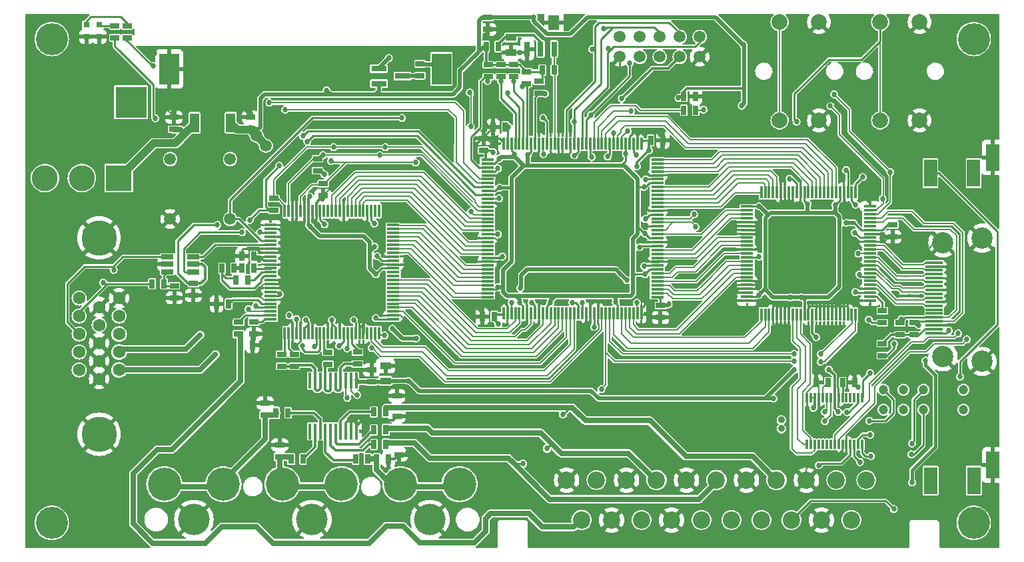
<source format=gbr>
G04 #@! TF.GenerationSoftware,KiCad,Pcbnew,7.0.6+dfsg-1*
G04 #@! TF.CreationDate,2023-08-01T21:26:42+03:00*
G04 #@! TF.ProjectId,ossc_board,6f737363-5f62-46f6-9172-642e6b696361,rev?*
G04 #@! TF.SameCoordinates,Original*
G04 #@! TF.FileFunction,Copper,L1,Top*
G04 #@! TF.FilePolarity,Positive*
%FSLAX46Y46*%
G04 Gerber Fmt 4.6, Leading zero omitted, Abs format (unit mm)*
G04 Created by KiCad (PCBNEW 7.0.6+dfsg-1) date 2023-08-01 21:26:42*
%MOMM*%
%LPD*%
G01*
G04 APERTURE LIST*
G04 #@! TA.AperFunction,SMDPad,CuDef*
%ADD10R,0.635000X1.143000*%
G04 #@! TD*
G04 #@! TA.AperFunction,SMDPad,CuDef*
%ADD11R,1.143000X0.635000*%
G04 #@! TD*
G04 #@! TA.AperFunction,SMDPad,CuDef*
%ADD12R,1.397000X0.889000*%
G04 #@! TD*
G04 #@! TA.AperFunction,ComponentPad*
%ADD13R,4.000000X4.000000*%
G04 #@! TD*
G04 #@! TA.AperFunction,ComponentPad*
%ADD14C,1.600000*%
G04 #@! TD*
G04 #@! TA.AperFunction,ComponentPad*
%ADD15C,4.500000*%
G04 #@! TD*
G04 #@! TA.AperFunction,SMDPad,CuDef*
%ADD16R,0.700000X1.900000*%
G04 #@! TD*
G04 #@! TA.AperFunction,SMDPad,CuDef*
%ADD17R,1.400000X1.900000*%
G04 #@! TD*
G04 #@! TA.AperFunction,ComponentPad*
%ADD18C,1.506220*%
G04 #@! TD*
G04 #@! TA.AperFunction,ComponentPad*
%ADD19C,4.064000*%
G04 #@! TD*
G04 #@! TA.AperFunction,SMDPad,CuDef*
%ADD20R,0.300000X1.600000*%
G04 #@! TD*
G04 #@! TA.AperFunction,SMDPad,CuDef*
%ADD21R,1.600000X0.300000*%
G04 #@! TD*
G04 #@! TA.AperFunction,ComponentPad*
%ADD22C,0.690000*%
G04 #@! TD*
G04 #@! TA.AperFunction,ComponentPad*
%ADD23C,2.000000*%
G04 #@! TD*
G04 #@! TA.AperFunction,SMDPad,CuDef*
%ADD24R,6.200000X6.200000*%
G04 #@! TD*
G04 #@! TA.AperFunction,ComponentPad*
%ADD25C,4.200000*%
G04 #@! TD*
G04 #@! TA.AperFunction,ComponentPad*
%ADD26C,4.000000*%
G04 #@! TD*
G04 #@! TA.AperFunction,ComponentPad*
%ADD27C,2.200000*%
G04 #@! TD*
G04 #@! TA.AperFunction,SMDPad,CuDef*
%ADD28R,6.700000X6.700000*%
G04 #@! TD*
G04 #@! TA.AperFunction,SMDPad,CuDef*
%ADD29R,2.500000X4.000000*%
G04 #@! TD*
G04 #@! TA.AperFunction,SMDPad,CuDef*
%ADD30R,1.560000X0.650000*%
G04 #@! TD*
G04 #@! TA.AperFunction,ComponentPad*
%ADD31R,3.300000X3.300000*%
G04 #@! TD*
G04 #@! TA.AperFunction,ComponentPad*
%ADD32C,3.300000*%
G04 #@! TD*
G04 #@! TA.AperFunction,SMDPad,CuDef*
%ADD33R,0.400000X2.000000*%
G04 #@! TD*
G04 #@! TA.AperFunction,SMDPad,CuDef*
%ADD34R,1.200000X2.400000*%
G04 #@! TD*
G04 #@! TA.AperFunction,SMDPad,CuDef*
%ADD35R,3.300000X2.400000*%
G04 #@! TD*
G04 #@! TA.AperFunction,SMDPad,CuDef*
%ADD36R,0.797560X0.797560*%
G04 #@! TD*
G04 #@! TA.AperFunction,SMDPad,CuDef*
%ADD37R,1.900000X0.800000*%
G04 #@! TD*
G04 #@! TA.AperFunction,ComponentPad*
%ADD38R,1.700000X3.500000*%
G04 #@! TD*
G04 #@! TA.AperFunction,SMDPad,CuDef*
%ADD39R,2.200000X0.300000*%
G04 #@! TD*
G04 #@! TA.AperFunction,ComponentPad*
%ADD40C,2.700000*%
G04 #@! TD*
G04 #@! TA.AperFunction,ComponentPad*
%ADD41C,0.900000*%
G04 #@! TD*
G04 #@! TA.AperFunction,SMDPad,CuDef*
%ADD42R,0.300000X1.200000*%
G04 #@! TD*
G04 #@! TA.AperFunction,SMDPad,CuDef*
%ADD43R,0.700000X0.200000*%
G04 #@! TD*
G04 #@! TA.AperFunction,SMDPad,CuDef*
%ADD44R,1.600000X0.400000*%
G04 #@! TD*
G04 #@! TA.AperFunction,ComponentPad*
%ADD45C,1.200000*%
G04 #@! TD*
G04 #@! TA.AperFunction,ComponentPad*
%ADD46C,1.500000*%
G04 #@! TD*
G04 #@! TA.AperFunction,ViaPad*
%ADD47C,0.686000*%
G04 #@! TD*
G04 #@! TA.AperFunction,ViaPad*
%ADD48C,1.500000*%
G04 #@! TD*
G04 #@! TA.AperFunction,Conductor*
%ADD49C,0.200000*%
G04 #@! TD*
G04 #@! TA.AperFunction,Conductor*
%ADD50C,0.180000*%
G04 #@! TD*
G04 #@! TA.AperFunction,Conductor*
%ADD51C,0.220000*%
G04 #@! TD*
G04 #@! TA.AperFunction,Conductor*
%ADD52C,0.250000*%
G04 #@! TD*
G04 #@! TA.AperFunction,Conductor*
%ADD53C,0.300000*%
G04 #@! TD*
G04 #@! TA.AperFunction,Conductor*
%ADD54C,0.500000*%
G04 #@! TD*
G04 #@! TA.AperFunction,Conductor*
%ADD55C,0.400000*%
G04 #@! TD*
G04 #@! TA.AperFunction,Conductor*
%ADD56C,0.350000*%
G04 #@! TD*
G04 #@! TA.AperFunction,Conductor*
%ADD57C,1.000000*%
G04 #@! TD*
G04 #@! TA.AperFunction,Conductor*
%ADD58C,0.640000*%
G04 #@! TD*
G04 #@! TA.AperFunction,Conductor*
%ADD59C,0.700000*%
G04 #@! TD*
G04 APERTURE END LIST*
D10*
X39634500Y-68172700D03*
X41158500Y-68172700D03*
X51280400Y-74066000D03*
X49756400Y-74066000D03*
X53604500Y-72224000D03*
X52080500Y-72224000D03*
X53579100Y-70357100D03*
X52055100Y-70357100D03*
X53579100Y-68058400D03*
X52055100Y-68058400D03*
D11*
X40358400Y-62267200D03*
X40358400Y-60743200D03*
D10*
X41539000Y-74066000D03*
X43063000Y-74066000D03*
D11*
X34872000Y-58177800D03*
X34872000Y-56653800D03*
D10*
X32078000Y-54317000D03*
X33602000Y-54317000D03*
X36039000Y-51283000D03*
X34515000Y-51283000D03*
X32766000Y-49779000D03*
X34290000Y-49779000D03*
X36824000Y-48265000D03*
X35300000Y-48265000D03*
D11*
X26705900Y-52018300D03*
X26705900Y-53542300D03*
X26645000Y-32075000D03*
X26645000Y-30551000D03*
X66000000Y-34762000D03*
X66000000Y-33238000D03*
D10*
X68762000Y-31800000D03*
X67238000Y-31800000D03*
X67362000Y-55900000D03*
X65838000Y-55900000D03*
D11*
X66520400Y-17868000D03*
X66520400Y-19392000D03*
D10*
X92974500Y-27888300D03*
X91450500Y-27888300D03*
X87259000Y-33498000D03*
X88783000Y-33498000D03*
D11*
X88500000Y-54538000D03*
X88500000Y-56062000D03*
X118040000Y-44248000D03*
X118040000Y-45772000D03*
X36405000Y-32080000D03*
X36405000Y-30556000D03*
D12*
X69494000Y-20408500D03*
X69494000Y-22313500D03*
D13*
X21202140Y-28649000D03*
X15202660Y-28649000D03*
X18202400Y-33348000D03*
D14*
X19695500Y-62735400D03*
X19695500Y-60445400D03*
X19695500Y-58155400D03*
X19695500Y-55865400D03*
X19695500Y-53575400D03*
X17155500Y-63875400D03*
X17155500Y-61585400D03*
X17155500Y-59295400D03*
X17155500Y-57005400D03*
D15*
X17155500Y-45915400D03*
D14*
X17155500Y-54715400D03*
D15*
X17155500Y-70915400D03*
D14*
X14615500Y-62735400D03*
X14615500Y-60445400D03*
X14615500Y-58155400D03*
X14615500Y-55865400D03*
X14615500Y-53575400D03*
D16*
X74964100Y-21860500D03*
X73264100Y-21860500D03*
X71564100Y-21860500D03*
D17*
X74944100Y-18510500D03*
D18*
X93480000Y-20320000D03*
X93480000Y-22860000D03*
X90940000Y-20320000D03*
X90940000Y-22860000D03*
X88400000Y-20320000D03*
X88400000Y-22860000D03*
X85860000Y-20320000D03*
X85860000Y-22860000D03*
X83320000Y-20320000D03*
X83320000Y-22860000D03*
D19*
X11130000Y-20600000D03*
X11130000Y-82200000D03*
X128300000Y-82200000D03*
X128300000Y-20600000D03*
D11*
X38262900Y-68477500D03*
X38262900Y-66953500D03*
D10*
X52410700Y-74078200D03*
X53934700Y-74078200D03*
D11*
X55280900Y-72008100D03*
X55280900Y-73532100D03*
X55001500Y-70128500D03*
X55001500Y-68604500D03*
X54997000Y-67547000D03*
X54997000Y-66023000D03*
X40104000Y-73777000D03*
X40104000Y-72253000D03*
D10*
X35301000Y-49779000D03*
X36825000Y-49779000D03*
X25397800Y-51764300D03*
X23873800Y-51764300D03*
D11*
X39370000Y-40894000D03*
X39370000Y-42418000D03*
X44931000Y-37368000D03*
X44931000Y-35844000D03*
X45616200Y-39013500D03*
X45616200Y-40537500D03*
D10*
X91463200Y-29666300D03*
X92987200Y-29666300D03*
D11*
X116693000Y-55199000D03*
X116693000Y-56723000D03*
X66609300Y-25399100D03*
X66609300Y-23875100D03*
X68222200Y-25411800D03*
X68222200Y-23887800D03*
X69835100Y-25411800D03*
X69835100Y-23887800D03*
X71448000Y-26288100D03*
X71448000Y-24764100D03*
X73086300Y-27520000D03*
X73086300Y-25996000D03*
D10*
X73467300Y-24548200D03*
X74991300Y-24548200D03*
X67866600Y-21551000D03*
X66342600Y-21551000D03*
D11*
X19159000Y-18929000D03*
X19159000Y-20453000D03*
X20709000Y-18925000D03*
X20709000Y-20449000D03*
D20*
X40736000Y-58092000D03*
X41236000Y-58092000D03*
X41736000Y-58092000D03*
X42236000Y-58092000D03*
X42736000Y-58092000D03*
X43236000Y-58092000D03*
X43736000Y-58092000D03*
X44236000Y-58092000D03*
X44736000Y-58092000D03*
X45236000Y-58092000D03*
X45736000Y-58092000D03*
X46236000Y-58092000D03*
X46736000Y-58092000D03*
X47236000Y-58092000D03*
X47736000Y-58092000D03*
X48236000Y-58092000D03*
X48736000Y-58092000D03*
X49236000Y-58092000D03*
X49736000Y-58092000D03*
X50236000Y-58092000D03*
X50736000Y-58092000D03*
X51236000Y-58092000D03*
X51736000Y-58092000D03*
X52236000Y-58092000D03*
X52736000Y-58092000D03*
D21*
X54536000Y-56292000D03*
X54536000Y-55792000D03*
X54536000Y-55292000D03*
X54536000Y-54792000D03*
X54536000Y-54292000D03*
X54536000Y-53792000D03*
X54536000Y-53292000D03*
X54536000Y-52792000D03*
X54536000Y-52292000D03*
X54536000Y-51792000D03*
X54536000Y-51292000D03*
X54536000Y-50792000D03*
X54536000Y-50292000D03*
X54536000Y-49792000D03*
D22*
X44336000Y-52692000D03*
X45136000Y-52692000D03*
X45936000Y-52692000D03*
X46736000Y-52692000D03*
X47536000Y-52692000D03*
X48336000Y-52692000D03*
X49136000Y-52692000D03*
X44336000Y-51892000D03*
X45136000Y-51892000D03*
X45936000Y-51892000D03*
X46736000Y-51892000D03*
X47536000Y-51892000D03*
X48336000Y-51892000D03*
X49136000Y-51892000D03*
X44336000Y-51092000D03*
X45136000Y-51092000D03*
X48336000Y-51092000D03*
X49136000Y-51092000D03*
X44336000Y-50292000D03*
X45136000Y-50292000D03*
D23*
X46736000Y-50292000D03*
D24*
X46736000Y-50292000D03*
D22*
X48336000Y-50292000D03*
X49136000Y-50292000D03*
X44336000Y-49492000D03*
X45136000Y-49492000D03*
X48336000Y-49492000D03*
X49136000Y-49492000D03*
D21*
X54536000Y-49292000D03*
D22*
X44336000Y-48692000D03*
X45136000Y-48692000D03*
X45936000Y-48692000D03*
X46736000Y-48692000D03*
X47536000Y-48692000D03*
X48336000Y-48692000D03*
X49136000Y-48692000D03*
X44336000Y-47892000D03*
X45136000Y-47892000D03*
X45936000Y-47892000D03*
X46736000Y-47892000D03*
X47536000Y-47892000D03*
X48336000Y-47892000D03*
X49136000Y-47892000D03*
D21*
X54536000Y-48792000D03*
X54536000Y-48292000D03*
X54536000Y-47792000D03*
X54536000Y-47292000D03*
X54536000Y-46792000D03*
X54536000Y-46292000D03*
X54536000Y-45792000D03*
X54536000Y-45292000D03*
X54536000Y-44792000D03*
X54536000Y-44292000D03*
D20*
X52736000Y-42492000D03*
X52236000Y-42492000D03*
X51736000Y-42492000D03*
X51236000Y-42492000D03*
X50736000Y-42492000D03*
X50236000Y-42492000D03*
X49736000Y-42492000D03*
X49236000Y-42492000D03*
X48736000Y-42492000D03*
X48236000Y-42492000D03*
X47736000Y-42492000D03*
X47236000Y-42492000D03*
X46736000Y-42492000D03*
X46236000Y-42492000D03*
X45736000Y-42492000D03*
X45236000Y-42492000D03*
X44736000Y-42492000D03*
X44236000Y-42492000D03*
X43736000Y-42492000D03*
X43236000Y-42492000D03*
X42736000Y-42492000D03*
X42236000Y-42492000D03*
X41736000Y-42492000D03*
X41236000Y-42492000D03*
X40736000Y-42492000D03*
D21*
X38936000Y-44292000D03*
X38936000Y-44792000D03*
X38936000Y-45292000D03*
X38936000Y-45792000D03*
X38936000Y-46292000D03*
X38936000Y-46792000D03*
X38936000Y-47292000D03*
X38936000Y-47792000D03*
X38936000Y-48292000D03*
X38936000Y-48792000D03*
X38936000Y-49292000D03*
X38936000Y-49792000D03*
X38936000Y-50292000D03*
X38936000Y-50792000D03*
X38936000Y-51292000D03*
X38936000Y-51792000D03*
X38936000Y-52292000D03*
X38936000Y-52792000D03*
X38936000Y-53292000D03*
X38936000Y-53792000D03*
X38936000Y-54292000D03*
X38936000Y-54792000D03*
X38936000Y-55292000D03*
X38936000Y-55792000D03*
X38936000Y-56292000D03*
D25*
X40446000Y-77276200D03*
X47946000Y-77276200D03*
X55446000Y-77276200D03*
X62946000Y-77276200D03*
X25446000Y-77276200D03*
X32946000Y-77276200D03*
D26*
X29196000Y-81776200D03*
X44196000Y-81776200D03*
X59196000Y-81776200D03*
D20*
X86050000Y-33900000D03*
X85550000Y-33900000D03*
X85050000Y-33900000D03*
X84550000Y-33900000D03*
X84050000Y-33900000D03*
X83550000Y-33900000D03*
X83050000Y-33900000D03*
X82550000Y-33900000D03*
X82050000Y-33900000D03*
X81550000Y-33900000D03*
X81050000Y-33900000D03*
X80550000Y-33900000D03*
X80050000Y-33900000D03*
X79550000Y-33900000D03*
X79050000Y-33900000D03*
X78550000Y-33900000D03*
X78050000Y-33900000D03*
X77550000Y-33900000D03*
X77050000Y-33900000D03*
X76550000Y-33900000D03*
X76050000Y-33900000D03*
X75550000Y-33900000D03*
X75050000Y-33900000D03*
X74550000Y-33900000D03*
X74050000Y-33900000D03*
X73550000Y-33900000D03*
X73050000Y-33900000D03*
X72550000Y-33900000D03*
X72050000Y-33900000D03*
X71550000Y-33900000D03*
X71050000Y-33900000D03*
X70550000Y-33900000D03*
X70050000Y-33900000D03*
X69550000Y-33900000D03*
X69050000Y-33900000D03*
X68550000Y-33900000D03*
D21*
X66500000Y-35950000D03*
X66500000Y-36450000D03*
X66500000Y-36950000D03*
X66500000Y-37450000D03*
X66500000Y-37950000D03*
D22*
X79850000Y-42150000D03*
X79000000Y-42150000D03*
X78150000Y-42150000D03*
X77300000Y-42150000D03*
X76450000Y-42150000D03*
X75600000Y-42150000D03*
X74750000Y-42150000D03*
X79850000Y-43000000D03*
X79000000Y-43000000D03*
X78150000Y-43000000D03*
X77300000Y-43000000D03*
X76450000Y-43000000D03*
X75600000Y-43000000D03*
X74750000Y-43000000D03*
X79850000Y-43850000D03*
X79000000Y-43850000D03*
X75600000Y-43850000D03*
X74750000Y-43850000D03*
X79850000Y-44700000D03*
X79000000Y-44700000D03*
D27*
X77300000Y-44700000D03*
D28*
X77300000Y-44700000D03*
D22*
X75600000Y-44700000D03*
X74750000Y-44700000D03*
X79850000Y-45550000D03*
X79000000Y-45550000D03*
X75600000Y-45550000D03*
X74750000Y-45550000D03*
X79850000Y-46400000D03*
X79000000Y-46400000D03*
X78150000Y-46400000D03*
X77300000Y-46400000D03*
X76450000Y-46400000D03*
X75600000Y-46400000D03*
X74750000Y-46400000D03*
X79850000Y-47250000D03*
X79000000Y-47250000D03*
X78150000Y-47250000D03*
X77300000Y-47250000D03*
X76450000Y-47250000D03*
X75600000Y-47250000D03*
X74750000Y-47250000D03*
D21*
X66500000Y-38450000D03*
X66500000Y-38950000D03*
X66500000Y-39450000D03*
X66500000Y-39950000D03*
X66500000Y-40450000D03*
X66500000Y-40950000D03*
X66500000Y-41450000D03*
X66500000Y-41950000D03*
X66500000Y-42450000D03*
X66500000Y-42950000D03*
X66500000Y-43450000D03*
X66500000Y-43950000D03*
X66500000Y-44450000D03*
X66500000Y-44950000D03*
X66500000Y-45450000D03*
X66500000Y-45950000D03*
X66500000Y-46450000D03*
X66500000Y-46950000D03*
X66500000Y-47450000D03*
X66500000Y-47950000D03*
X66500000Y-48450000D03*
X66500000Y-48950000D03*
X66500000Y-49450000D03*
X66500000Y-49950000D03*
X66500000Y-50450000D03*
X66500000Y-50950000D03*
X66500000Y-51450000D03*
X66500000Y-51950000D03*
X66500000Y-52450000D03*
X66500000Y-52950000D03*
X66500000Y-53450000D03*
D20*
X68550000Y-55500000D03*
X69050000Y-55500000D03*
X69550000Y-55500000D03*
X70050000Y-55500000D03*
X70550000Y-55500000D03*
X71050000Y-55500000D03*
X71550000Y-55500000D03*
X72050000Y-55500000D03*
X72550000Y-55500000D03*
X73050000Y-55500000D03*
X73550000Y-55500000D03*
X74050000Y-55500000D03*
X74550000Y-55500000D03*
X75050000Y-55500000D03*
X75550000Y-55500000D03*
X76050000Y-55500000D03*
X76550000Y-55500000D03*
X77050000Y-55500000D03*
X77550000Y-55500000D03*
X78050000Y-55500000D03*
X78550000Y-55500000D03*
X79050000Y-55500000D03*
X79550000Y-55500000D03*
X80050000Y-55500000D03*
X80550000Y-55500000D03*
X81050000Y-55500000D03*
X81550000Y-55500000D03*
X82050000Y-55500000D03*
X82550000Y-55500000D03*
X83050000Y-55500000D03*
X83550000Y-55500000D03*
X84050000Y-55500000D03*
X84550000Y-55500000D03*
X85050000Y-55500000D03*
X85550000Y-55500000D03*
X86050000Y-55500000D03*
D21*
X88100000Y-53450000D03*
X88100000Y-52950000D03*
X88100000Y-52450000D03*
X88100000Y-51950000D03*
X88100000Y-51450000D03*
X88100000Y-50950000D03*
X88100000Y-50450000D03*
X88100000Y-49950000D03*
X88100000Y-49450000D03*
X88100000Y-48950000D03*
X88100000Y-48450000D03*
X88100000Y-47950000D03*
X88100000Y-47450000D03*
X88100000Y-46950000D03*
X88100000Y-46450000D03*
X88100000Y-45950000D03*
X88100000Y-45450000D03*
X88100000Y-44950000D03*
X88100000Y-44450000D03*
X88100000Y-43950000D03*
X88100000Y-43450000D03*
X88100000Y-42950000D03*
X88100000Y-42450000D03*
X88100000Y-41950000D03*
X88100000Y-41450000D03*
X88100000Y-40950000D03*
X88100000Y-40450000D03*
X88100000Y-39950000D03*
X88100000Y-39450000D03*
X88100000Y-38950000D03*
X88100000Y-38450000D03*
X88100000Y-37950000D03*
X88100000Y-37450000D03*
X88100000Y-36950000D03*
X88100000Y-36450000D03*
X88100000Y-35950000D03*
D20*
X101300000Y-55700000D03*
X101800000Y-55700000D03*
X102300000Y-55700000D03*
X102800000Y-55700000D03*
X103300000Y-55700000D03*
X103800000Y-55700000D03*
X104300000Y-55700000D03*
X104800000Y-55700000D03*
X105300000Y-55700000D03*
X105800000Y-55700000D03*
X106300000Y-55700000D03*
X106800000Y-55700000D03*
X107300000Y-55700000D03*
X107800000Y-55700000D03*
X108300000Y-55700000D03*
X108800000Y-55700000D03*
X109300000Y-55700000D03*
X109800000Y-55700000D03*
X110300000Y-55700000D03*
X110800000Y-55700000D03*
X111300000Y-55700000D03*
X111800000Y-55700000D03*
X112300000Y-55700000D03*
X112800000Y-55700000D03*
X113300000Y-55700000D03*
D21*
X115100000Y-53900000D03*
X115100000Y-53400000D03*
X115100000Y-52900000D03*
X115100000Y-52400000D03*
X115100000Y-51900000D03*
X115100000Y-51400000D03*
X115100000Y-50900000D03*
X115100000Y-50400000D03*
X115100000Y-49900000D03*
X115100000Y-49400000D03*
X115100000Y-48900000D03*
X115100000Y-48400000D03*
X115100000Y-47900000D03*
X115100000Y-47400000D03*
X115100000Y-46900000D03*
X115100000Y-46400000D03*
X115100000Y-45900000D03*
X115100000Y-45400000D03*
X115100000Y-44900000D03*
X115100000Y-44400000D03*
X115100000Y-43900000D03*
X115100000Y-43400000D03*
X115100000Y-42900000D03*
X115100000Y-42400000D03*
X115100000Y-41900000D03*
D20*
X113300000Y-40100000D03*
X112800000Y-40100000D03*
X112300000Y-40100000D03*
X111800000Y-40100000D03*
X111300000Y-40100000D03*
X110800000Y-40100000D03*
X110300000Y-40100000D03*
X109800000Y-40100000D03*
X109300000Y-40100000D03*
X108800000Y-40100000D03*
X108300000Y-40100000D03*
X107800000Y-40100000D03*
X107300000Y-40100000D03*
X106800000Y-40100000D03*
X106300000Y-40100000D03*
X105800000Y-40100000D03*
X105300000Y-40100000D03*
X104800000Y-40100000D03*
X104300000Y-40100000D03*
X103800000Y-40100000D03*
X103300000Y-40100000D03*
X102800000Y-40100000D03*
X102300000Y-40100000D03*
X101800000Y-40100000D03*
X101300000Y-40100000D03*
D21*
X99500000Y-41900000D03*
X99500000Y-42400000D03*
X99500000Y-42900000D03*
X99500000Y-43400000D03*
X99500000Y-43900000D03*
X99500000Y-44400000D03*
X99500000Y-44900000D03*
X99500000Y-45400000D03*
X99500000Y-45900000D03*
X99500000Y-46400000D03*
X99500000Y-46900000D03*
X99500000Y-47400000D03*
X99500000Y-47900000D03*
X99500000Y-48400000D03*
X99500000Y-48900000D03*
X99500000Y-49400000D03*
X99500000Y-49900000D03*
X99500000Y-50400000D03*
X99500000Y-50900000D03*
X99500000Y-51400000D03*
X99500000Y-51900000D03*
X99500000Y-52400000D03*
X99500000Y-52900000D03*
X99500000Y-53400000D03*
X99500000Y-53900000D03*
D11*
X57912000Y-23754000D03*
X57912000Y-25278000D03*
D10*
X35138700Y-59536700D03*
X36662700Y-59536700D03*
D29*
X60676200Y-24406600D03*
X26076200Y-24406600D03*
D11*
X46225800Y-62013200D03*
X46225800Y-60489200D03*
X49985000Y-61987800D03*
X49985000Y-60463800D03*
X41958600Y-62267200D03*
X41958600Y-60743200D03*
X36827800Y-56628400D03*
X36827800Y-58152400D03*
X51763000Y-64252000D03*
X51763000Y-62728000D03*
X29144300Y-51713500D03*
X29144300Y-53237500D03*
D30*
X25843300Y-48337800D03*
X25843300Y-49287800D03*
X25843300Y-50237800D03*
X29143300Y-50237800D03*
X29143300Y-49287800D03*
X29143300Y-48337800D03*
D12*
X53538000Y-64107500D03*
X53538000Y-62202500D03*
D31*
X19666000Y-38298000D03*
D32*
X14966000Y-38298000D03*
X10266000Y-38298000D03*
D23*
X116418000Y-30950000D03*
X116418000Y-18450000D03*
X121418000Y-30950000D03*
X121418000Y-18450000D03*
X103631000Y-30950000D03*
X103631000Y-18450000D03*
X108631000Y-30950000D03*
X108631000Y-18450000D03*
D33*
X43963000Y-70544000D03*
X44613000Y-70544000D03*
X45263000Y-70544000D03*
X45913000Y-70544000D03*
X46563000Y-70544000D03*
X47213000Y-70544000D03*
X47863000Y-70544000D03*
X48513000Y-70544000D03*
X49163000Y-70544000D03*
X49813000Y-70544000D03*
X49813000Y-64104000D03*
X49163000Y-64104000D03*
X48513000Y-64104000D03*
X47863000Y-64104000D03*
X47213000Y-64104000D03*
X46563000Y-64104000D03*
X45913000Y-64104000D03*
X45263000Y-64104000D03*
X44613000Y-64104000D03*
X43963000Y-64104000D03*
D34*
X29277000Y-31256000D03*
D35*
X31577000Y-24056000D03*
D34*
X31577000Y-31256000D03*
X33877000Y-31256000D03*
D36*
X17179000Y-20294300D03*
X17179000Y-18795700D03*
X15549000Y-20294300D03*
X15549000Y-18795700D03*
D37*
X52693000Y-24379000D03*
X52693000Y-26279000D03*
X55693000Y-25329000D03*
D11*
X116690000Y-60902000D03*
X116690000Y-59378000D03*
X120690000Y-58262000D03*
X120690000Y-56738000D03*
X118930000Y-58262000D03*
X118930000Y-56738000D03*
D38*
X130706000Y-74830000D03*
X128306000Y-76830000D03*
X122806000Y-76830000D03*
D10*
X111648000Y-64350000D03*
X113172000Y-64350000D03*
X109797000Y-64359000D03*
X108273000Y-64359000D03*
D38*
X130698000Y-35676000D03*
X128298000Y-37676000D03*
X122798000Y-37676000D03*
D39*
X123300000Y-49050000D03*
X123300000Y-49550000D03*
X123300000Y-50050000D03*
X123300000Y-50550000D03*
X123300000Y-51050000D03*
X123300000Y-51550000D03*
X123300000Y-52050000D03*
X123300000Y-52550000D03*
X123300000Y-53050000D03*
X123300000Y-53550000D03*
X123300000Y-54050000D03*
X123300000Y-54550000D03*
X123300000Y-55050000D03*
X123300000Y-55550000D03*
X123300000Y-56050000D03*
X123300000Y-56550000D03*
D40*
X129350000Y-61650000D03*
X124400000Y-61050000D03*
D39*
X123300000Y-57050000D03*
D40*
X124400000Y-46550000D03*
X129350000Y-45950000D03*
D39*
X123300000Y-57550000D03*
X123300000Y-58050000D03*
D41*
X103861000Y-70197000D03*
X103861000Y-69097000D03*
D42*
X114122000Y-66230000D03*
X113622000Y-66230000D03*
X113122000Y-66230000D03*
X112622000Y-66230000D03*
X112122000Y-66230000D03*
X111622000Y-66230000D03*
X111122000Y-66230000D03*
X110622000Y-66230000D03*
X110122000Y-66230000D03*
X109622000Y-66230000D03*
X109122000Y-66230000D03*
X108622000Y-66230000D03*
X108122000Y-66230000D03*
X107622000Y-66230000D03*
X107122000Y-66230000D03*
X107122000Y-72230000D03*
X107622000Y-72230000D03*
X108122000Y-72230000D03*
X108622000Y-72230000D03*
X109122000Y-72230000D03*
X109622000Y-72230000D03*
X110122000Y-72230000D03*
X110622000Y-72230000D03*
X111122000Y-72230000D03*
X111622000Y-72230000D03*
X112122000Y-72230000D03*
X112622000Y-72230000D03*
X113122000Y-72230000D03*
X113622000Y-72230000D03*
X114122000Y-72230000D03*
D43*
X119670300Y-49310000D03*
X119670300Y-49810000D03*
D44*
X120120000Y-50310000D03*
D43*
X119670300Y-50810000D03*
X119670300Y-51310000D03*
X120569700Y-51310000D03*
X120569700Y-50810000D03*
D44*
X120120000Y-50310000D03*
D43*
X120569700Y-49810000D03*
X120569700Y-49310000D03*
X119670300Y-52310000D03*
X119670300Y-52810000D03*
D44*
X120120000Y-53310000D03*
D43*
X119670300Y-53810000D03*
X119670300Y-54310000D03*
X120569700Y-54310000D03*
X120569700Y-53810000D03*
D44*
X120120000Y-53310000D03*
D43*
X120569700Y-52810000D03*
X120569700Y-52310000D03*
D27*
X114659600Y-76741200D03*
X112754600Y-81821200D03*
X110849600Y-76741200D03*
X108944600Y-81821200D03*
X107039600Y-76741200D03*
X105134600Y-81821200D03*
X103229600Y-76741200D03*
X101324600Y-81821200D03*
X99419600Y-76741200D03*
X97514600Y-81821200D03*
X95609600Y-76741200D03*
X93704600Y-81821200D03*
X91799600Y-76741200D03*
X89894600Y-81821200D03*
X87989600Y-76741200D03*
X86084600Y-81821200D03*
X84179600Y-76741200D03*
X82274600Y-81821200D03*
X80369600Y-76741200D03*
X78464600Y-81821200D03*
X76559600Y-76741200D03*
D45*
X127000000Y-67790000D03*
X127000000Y-65250000D03*
X116840000Y-65250000D03*
X119380000Y-65250000D03*
X121920000Y-65250000D03*
X116840000Y-67790000D03*
X119380000Y-67790000D03*
X121920000Y-67790000D03*
D46*
X26184500Y-35889300D03*
X26184500Y-43509300D03*
X33804500Y-43509300D03*
X33804500Y-35889300D03*
D47*
X84323000Y-32288000D03*
X84732200Y-29806000D03*
X108848000Y-60705000D03*
X105453000Y-60701000D03*
X43617000Y-33642000D03*
X24312000Y-30690000D03*
X43043000Y-32918000D03*
X24000000Y-24050000D03*
X110562000Y-27638000D03*
X45599000Y-35400000D03*
X127430000Y-58850000D03*
X52818000Y-35391000D03*
X117714100Y-37557100D03*
X53534000Y-34370000D03*
X46943000Y-34376000D03*
X110094000Y-29135000D03*
X116710000Y-40910000D03*
X126320000Y-58080000D03*
X69098500Y-27469200D03*
X69847800Y-25996000D03*
X68209500Y-25945200D03*
X66507700Y-25932500D03*
X73848300Y-27570800D03*
X70901900Y-26681800D03*
X81870000Y-21820002D03*
X79665000Y-30246000D03*
X84590000Y-23679000D03*
X79790000Y-21890000D03*
X77541000Y-31105000D03*
X81230000Y-19270000D03*
X83576500Y-28167700D03*
X69596000Y-54152800D03*
X80061000Y-57252000D03*
X85496400Y-54178200D03*
X70700000Y-52300000D03*
X85428000Y-35326000D03*
X84200000Y-51300000D03*
X69187000Y-31768000D03*
X87046000Y-34757000D03*
X67200000Y-35000000D03*
X89535000Y-54356000D03*
X67900000Y-56900000D03*
X85500000Y-36800000D03*
X69900800Y-35306000D03*
X86556000Y-45389000D03*
X82804000Y-54102000D03*
X70586600Y-54178200D03*
X71595000Y-35377000D03*
X67995800Y-35839400D03*
X74498200Y-54152800D03*
X67843400Y-52197000D03*
X86403000Y-39400000D03*
X84087000Y-35223000D03*
X68021200Y-39522400D03*
X86517000Y-50546000D03*
X82516000Y-32537000D03*
X114971000Y-56319000D03*
X54432000Y-57465000D03*
X46736000Y-56388000D03*
X109899000Y-62678000D03*
X102850000Y-66360000D03*
X57440000Y-58720000D03*
X56460000Y-64108000D03*
X111090000Y-68070000D03*
X112100000Y-44000000D03*
X105471000Y-62728000D03*
X40117100Y-53097800D03*
X40050000Y-36740000D03*
X32180000Y-44260000D03*
X36300000Y-43640000D03*
X78587600Y-54178200D03*
X86558000Y-43510000D03*
X46073400Y-27113600D03*
X45811000Y-37856000D03*
X90790100Y-28104200D03*
X45819000Y-44196000D03*
X101000000Y-48300000D03*
X68377000Y-48296000D03*
X99065000Y-21336000D03*
X86407000Y-49511000D03*
X112100000Y-37300000D03*
X73607000Y-35245000D03*
X108306000Y-58560000D03*
X104900000Y-38400000D03*
D48*
X38353000Y-34188000D03*
D47*
X52118600Y-44080800D03*
X67843400Y-45440600D03*
X52486900Y-48246400D03*
X67995800Y-40894000D03*
X86624000Y-38476000D03*
X67843400Y-37084000D03*
X107930000Y-67540000D03*
D48*
X37165000Y-32898000D03*
D47*
X72400500Y-17800000D03*
X85839000Y-47092000D03*
X52324000Y-56134000D03*
X98826000Y-29083000D03*
X72110600Y-54178200D03*
X77553000Y-35406000D03*
X118140000Y-80440000D03*
X115040000Y-69220000D03*
X44543000Y-59767000D03*
X47673600Y-59651000D03*
X119080000Y-56270000D03*
X121310000Y-57030000D03*
X101000000Y-41900000D03*
X110700000Y-41700000D03*
X106400000Y-53500000D03*
X100968000Y-53185000D03*
X105000000Y-53500000D03*
X107200000Y-41600000D03*
X36118800Y-54991000D03*
X37084000Y-54610000D03*
X125140000Y-57710000D03*
X114180000Y-38160000D03*
X48706000Y-66277000D03*
X49957000Y-65908000D03*
X113258600Y-52806600D03*
X43979000Y-44493000D03*
X52324000Y-50546000D03*
X43939800Y-40651800D03*
X52160000Y-47020000D03*
X113184000Y-45236000D03*
X51778039Y-59921961D03*
X53420000Y-58330000D03*
X76100000Y-68370000D03*
X71010000Y-74670000D03*
X74070000Y-72730000D03*
X29982500Y-58279400D03*
X31938300Y-60743200D03*
X20846879Y-68124500D03*
X66530879Y-75738500D03*
X26815000Y-27219000D03*
X121700000Y-48210000D03*
X18308879Y-26670500D03*
X28590000Y-34069000D03*
X129134879Y-40206500D03*
X85288000Y-25471000D03*
X74400000Y-48900000D03*
X104700000Y-41800000D03*
X73450000Y-50800000D03*
X56693000Y-66271000D03*
X67376879Y-66432500D03*
X118982879Y-36822500D03*
X101216879Y-72354500D03*
X13232879Y-18210500D03*
X56378879Y-73200500D03*
X39458879Y-70662500D03*
X26784000Y-29535000D03*
X91064879Y-65586500D03*
X75400000Y-39800000D03*
X77400000Y-39800000D03*
X130826879Y-22440500D03*
X35425000Y-27912000D03*
X22814000Y-50300000D03*
X120674879Y-27516500D03*
X8896000Y-48748000D03*
X63992879Y-69816500D03*
X57390000Y-68854000D03*
X9002879Y-50358500D03*
X36074879Y-75738500D03*
X28460879Y-42744500D03*
X55532879Y-62202500D03*
X70800000Y-38500000D03*
X65048000Y-54521000D03*
X47630000Y-44836000D03*
X72572000Y-35329000D03*
X25076879Y-55434500D03*
X82977000Y-25552000D03*
X94448879Y-74892500D03*
X103600000Y-41800000D03*
X12386879Y-28362500D03*
X80691000Y-35342000D03*
X23912000Y-50307000D03*
X124904879Y-40206500D03*
X76682879Y-22440500D03*
X9002879Y-23286500D03*
X103754879Y-74046500D03*
X80750000Y-50800000D03*
X95294879Y-19902500D03*
X81050000Y-52500000D03*
X70760879Y-46128500D03*
X22538879Y-57126500D03*
X34267000Y-23119000D03*
X124058879Y-18210500D03*
X103600000Y-49400000D03*
X75590400Y-54127400D03*
X32690000Y-46036000D03*
X58994000Y-71803000D03*
X95294879Y-83352500D03*
X9002879Y-54588500D03*
X75700000Y-52500000D03*
X29306879Y-26670500D03*
X33536879Y-68124500D03*
X21692879Y-71508500D03*
X41910000Y-40894000D03*
X94448879Y-56280500D03*
X102062879Y-19902500D03*
X71170800Y-56845200D03*
X9002879Y-79968500D03*
X24230879Y-66432500D03*
X16616879Y-76584500D03*
X105446879Y-47820500D03*
X76901000Y-18600000D03*
X111368879Y-18210500D03*
X29581000Y-34785000D03*
X114996000Y-55321000D03*
X11540879Y-68970500D03*
X40167900Y-51688100D03*
X113881000Y-49400000D03*
X97832879Y-67278500D03*
X45263000Y-74737000D03*
X109700000Y-44000000D03*
X46226879Y-66432500D03*
X61276000Y-31913000D03*
X111700000Y-62840000D03*
X35410000Y-24277000D03*
X102062879Y-79122500D03*
X12386879Y-24132500D03*
X34221000Y-24270000D03*
X42707900Y-45909600D03*
X41628000Y-31593000D03*
X90218879Y-74892500D03*
X99060000Y-65200000D03*
X64947800Y-45643800D03*
X82604879Y-78276500D03*
X117290879Y-22440500D03*
X107980000Y-68440000D03*
X53134600Y-46709700D03*
X69545000Y-51064000D03*
X127442879Y-24132500D03*
X12386879Y-72354500D03*
X59762879Y-76584500D03*
X99524879Y-80814500D03*
X70584400Y-22363800D03*
X16616879Y-80814500D03*
X27973000Y-28354000D03*
X69469000Y-52177000D03*
X32690879Y-62202500D03*
X82900000Y-52500000D03*
X48875000Y-44826000D03*
X35770000Y-37700000D03*
X66385000Y-31608000D03*
X32690879Y-74046500D03*
X118982879Y-18210500D03*
X23384879Y-41898500D03*
X11540879Y-42744500D03*
X43480000Y-35565000D03*
X29306879Y-35976500D03*
X67900000Y-42200000D03*
X11540879Y-64740500D03*
X112200000Y-42700000D03*
X118800000Y-50200000D03*
X59036000Y-75175000D03*
X14078879Y-21594500D03*
X31844879Y-70662500D03*
X104230000Y-67260000D03*
X51054000Y-56388000D03*
X97832879Y-31746500D03*
X44318000Y-38546000D03*
X81584800Y-54102000D03*
X113131600Y-46913800D03*
X105446879Y-18210500D03*
X75700000Y-37500000D03*
X78400000Y-48900000D03*
X113906879Y-28362500D03*
X97050000Y-65190000D03*
X11540879Y-60510500D03*
X20846879Y-31746500D03*
X80193000Y-67788000D03*
X128288879Y-57126500D03*
X97978000Y-53969000D03*
X73400000Y-39800000D03*
X9002879Y-71508500D03*
X101216879Y-32592500D03*
X99110000Y-69830000D03*
X78374879Y-78276500D03*
X19154879Y-74046500D03*
X78374879Y-72354500D03*
X51069000Y-52578000D03*
X67900000Y-43000000D03*
X92329000Y-49098200D03*
X63146879Y-22440500D03*
X41443000Y-45441000D03*
X36074879Y-35130500D03*
X26830000Y-28316000D03*
X126596879Y-30054500D03*
X52227000Y-45659000D03*
X107984879Y-23286500D03*
X65684879Y-79122500D03*
X124904879Y-26670500D03*
X113570000Y-64900000D03*
X83450879Y-72354500D03*
X130826879Y-84198500D03*
X63146879Y-66432500D03*
X31844879Y-58818500D03*
X82400000Y-44800000D03*
X124904879Y-77430500D03*
X25618000Y-28377000D03*
X30152879Y-39360500D03*
X123212879Y-29208500D03*
X83588000Y-62534000D03*
X119828879Y-24132500D03*
X119828879Y-32592500D03*
X104600879Y-43590500D03*
X58070879Y-66432500D03*
X84696000Y-44818000D03*
X121520879Y-21594500D03*
X52324000Y-49276000D03*
X102908879Y-67278500D03*
X69914879Y-72354500D03*
X51458000Y-31486000D03*
X55532879Y-41898500D03*
X40523000Y-38908000D03*
X13232879Y-35976500D03*
X91910879Y-30900500D03*
X100696000Y-62555000D03*
X78816200Y-39801800D03*
X41737000Y-46518000D03*
X94448879Y-79968500D03*
X34138000Y-70744000D03*
X62300879Y-83352500D03*
X41457000Y-34770000D03*
X97960000Y-44900000D03*
X100995000Y-49408000D03*
X74800000Y-52500000D03*
X73533000Y-84475000D03*
X103560000Y-32750000D03*
X112300000Y-41700000D03*
X71606879Y-79122500D03*
X118982879Y-46974500D03*
X68222879Y-69816500D03*
X81950000Y-50850000D03*
X11540879Y-77430500D03*
X19154879Y-78276500D03*
X82400000Y-48600000D03*
X101796000Y-62454000D03*
X67300000Y-34100000D03*
X11540879Y-52050500D03*
X102908879Y-83352500D03*
X29306879Y-72354500D03*
X51979000Y-53167000D03*
X80912879Y-70662500D03*
X25136000Y-61549000D03*
X40930000Y-44242000D03*
X42669800Y-47217700D03*
X32690879Y-80814500D03*
X118136879Y-30054500D03*
X17462879Y-84198500D03*
X24230879Y-32592500D03*
X112214879Y-25824500D03*
X118136879Y-78276500D03*
X36920879Y-62202500D03*
X67871000Y-47130000D03*
X42603000Y-51907000D03*
X117290879Y-34284500D03*
X22538879Y-63894500D03*
X127442879Y-42744500D03*
X86681000Y-44463000D03*
X86591000Y-37404000D03*
X50556500Y-44030000D03*
X27958000Y-27203000D03*
X98678879Y-55434500D03*
X29604000Y-33581000D03*
X72100000Y-42700000D03*
X114752879Y-80814500D03*
X97832879Y-18210500D03*
X89916000Y-56946800D03*
X48764879Y-83352500D03*
X14078879Y-41052500D03*
X79450000Y-50800000D03*
X9002879Y-67278500D03*
X35330000Y-29051000D03*
X28460879Y-75738500D03*
X38612879Y-57972500D03*
X128288879Y-27516500D03*
X58527000Y-63383000D03*
X117290879Y-26670500D03*
X106292879Y-28362500D03*
X45466000Y-56388000D03*
X17462879Y-67278500D03*
X51302879Y-75738500D03*
X51984000Y-54254000D03*
X111368879Y-35130500D03*
X61128000Y-33673000D03*
X72452879Y-69816500D03*
X105800000Y-54300000D03*
X72100000Y-48600000D03*
X65000000Y-34000000D03*
X15770879Y-50358500D03*
X75836879Y-70662500D03*
X60484000Y-59135000D03*
X76500000Y-50800000D03*
X47254000Y-38877000D03*
X80300000Y-48900000D03*
X65684879Y-72354500D03*
X30770000Y-34854000D03*
X14924879Y-25824500D03*
X105900000Y-43800000D03*
X119421000Y-45027000D03*
X60608879Y-72354500D03*
X126596879Y-69816500D03*
X42365000Y-44753900D03*
X22538879Y-77430500D03*
X57226000Y-50018000D03*
X82400000Y-41200000D03*
X9002879Y-75738500D03*
X57328000Y-43404000D03*
X129134879Y-64740500D03*
X38612879Y-79968500D03*
X118510000Y-53040000D03*
X35425000Y-23111000D03*
X82400000Y-42900000D03*
X52324000Y-55118000D03*
X91910879Y-35130500D03*
X35448000Y-26754000D03*
X28460879Y-54588500D03*
X14078879Y-83352500D03*
X67900000Y-43900000D03*
X61468000Y-39690000D03*
X114752879Y-32592500D03*
X45527300Y-40982000D03*
X101900000Y-31120000D03*
X124904879Y-22440500D03*
X37810000Y-74280000D03*
X27614879Y-68124500D03*
X35448000Y-25542000D03*
X111115000Y-54258000D03*
X81000000Y-39800000D03*
X24230879Y-22440500D03*
X80912879Y-59664500D03*
X70760879Y-41898500D03*
X66203000Y-20081000D03*
X81758879Y-74892500D03*
X9002879Y-45282500D03*
X86346000Y-46318000D03*
X116444879Y-75738500D03*
X14078879Y-74892500D03*
X13232879Y-46974500D03*
X63848000Y-54441000D03*
X51333000Y-44831000D03*
X105000000Y-59880000D03*
X72100000Y-44800000D03*
X48997000Y-33658000D03*
X34750000Y-38740000D03*
X92329000Y-50825400D03*
X20846879Y-46974500D03*
X82700000Y-67772000D03*
X73533000Y-54178200D03*
X41996879Y-66432500D03*
X42657000Y-48402000D03*
X91910879Y-70662500D03*
X54686879Y-26670500D03*
X20000879Y-43590500D03*
X93602879Y-67278500D03*
X50135000Y-44811000D03*
X75735000Y-35437000D03*
X68707000Y-40208200D03*
X81481000Y-67780000D03*
X106292879Y-79122500D03*
X11540879Y-56280500D03*
X77038000Y-21199000D03*
X20846879Y-24978500D03*
X100405000Y-55195000D03*
X124904879Y-81660500D03*
X58548000Y-59066000D03*
X86567000Y-41960000D03*
X25634000Y-29451000D03*
X47752000Y-56388000D03*
X104020000Y-37680000D03*
X25611000Y-27249000D03*
X113060879Y-78276500D03*
X82604879Y-65586500D03*
X118550000Y-55450000D03*
X9002879Y-58818500D03*
X36074879Y-41898500D03*
X69947000Y-19116000D03*
X51064000Y-51308000D03*
X113262543Y-70902543D03*
X64947800Y-48691800D03*
X82400000Y-46800000D03*
X128288879Y-52896500D03*
X86500000Y-51500000D03*
X101006000Y-50724000D03*
X43688879Y-68970500D03*
X14078879Y-66432500D03*
X13232879Y-79968500D03*
X72100000Y-50800000D03*
X28404000Y-22974000D03*
X9002879Y-35976500D03*
X103600000Y-46000000D03*
X89372879Y-68970500D03*
X28404000Y-24014000D03*
X109676879Y-20748500D03*
X21692879Y-53742500D03*
X69068879Y-77430500D03*
X71606879Y-66432500D03*
X129980879Y-30900500D03*
X42596000Y-50764000D03*
X27935000Y-29535000D03*
X84673000Y-41214000D03*
X34214000Y-25489000D03*
X95294879Y-69816500D03*
X84296879Y-83352500D03*
X75836879Y-66432500D03*
X31844879Y-49512500D03*
X50456879Y-67278500D03*
X42634000Y-49507000D03*
X121520879Y-55434500D03*
X76400000Y-48900000D03*
X104600879Y-24132500D03*
X88526879Y-83352500D03*
X126596879Y-35976500D03*
X95294879Y-24132500D03*
X120564000Y-43632000D03*
X86479000Y-48360000D03*
X114983600Y-41083600D03*
X74990879Y-80814500D03*
X23384879Y-36822500D03*
X113906879Y-21594500D03*
X101000000Y-47000000D03*
X68300600Y-54178200D03*
X63307000Y-27793000D03*
X77175000Y-62690000D03*
X74950000Y-50800000D03*
X42034800Y-59600200D03*
X12960000Y-48971000D03*
X49610879Y-79968500D03*
X104600879Y-51204500D03*
X9002879Y-18210500D03*
X25922879Y-74046500D03*
X86900000Y-56700000D03*
X90700000Y-62800000D03*
X105800000Y-41600000D03*
X107138879Y-83352500D03*
X97832879Y-71508500D03*
X26768879Y-37668500D03*
X92756879Y-38514500D03*
X100370879Y-27516500D03*
X65263000Y-24216000D03*
X108265000Y-41567000D03*
X116444879Y-83352500D03*
X9002879Y-27516500D03*
X78326000Y-56982000D03*
X19154879Y-64740500D03*
X51979000Y-51887000D03*
X95429000Y-62602000D03*
X88440000Y-32771000D03*
X129980879Y-78276500D03*
X48707000Y-37490000D03*
X86834879Y-65586500D03*
X59762879Y-68970500D03*
X28404000Y-25055000D03*
X62553000Y-61200000D03*
X30053000Y-60371000D03*
X85988879Y-70662500D03*
X113906879Y-58818500D03*
X41996879Y-72354500D03*
X87680879Y-73200500D03*
X26768879Y-64740500D03*
X121520879Y-79968500D03*
X59265000Y-31993000D03*
X100370879Y-65586500D03*
X60190000Y-32781000D03*
X67986000Y-49256000D03*
X129980879Y-68124500D03*
X82000000Y-52500000D03*
X9002879Y-63048500D03*
X85568000Y-32634000D03*
X36074879Y-69816500D03*
X30152879Y-65586500D03*
X59329000Y-64267000D03*
X82612000Y-60590000D03*
X30777000Y-33581000D03*
X65232000Y-25156000D03*
X55532879Y-22440500D03*
X121000002Y-59810000D03*
X126596879Y-74892500D03*
X27757000Y-58278000D03*
X75836879Y-30900500D03*
X53840879Y-80814500D03*
X25076879Y-69816500D03*
X51054000Y-53828000D03*
X72100000Y-40900000D03*
X32690879Y-25824500D03*
X9002879Y-41052500D03*
X97832879Y-22440500D03*
X78895000Y-35237000D03*
X67843400Y-38404800D03*
X124904879Y-66432500D03*
X97832879Y-78276500D03*
X79220879Y-24132500D03*
X96986879Y-57972500D03*
X108830879Y-33438500D03*
X78050000Y-50800000D03*
X92303600Y-52044600D03*
X39811000Y-33296000D03*
X39458879Y-64740500D03*
X99120000Y-67790000D03*
X97738000Y-62591000D03*
X128288879Y-72354500D03*
X128288879Y-48666500D03*
X28651000Y-66081000D03*
X130826879Y-18210500D03*
X36074879Y-65586500D03*
X72100000Y-46700000D03*
X13232879Y-31746500D03*
X43000000Y-59701800D03*
X48664200Y-59981200D03*
X109385000Y-69243000D03*
X109377000Y-68077000D03*
X115120000Y-63120000D03*
X112210000Y-68100000D03*
X115250000Y-73710000D03*
X108600000Y-74860000D03*
X115140000Y-70980000D03*
X113840000Y-74460000D03*
X113645000Y-47926000D03*
X113741200Y-50571400D03*
X55649200Y-30644200D03*
X73590000Y-30644000D03*
X19000000Y-50010000D03*
X17670000Y-51610000D03*
X35306000Y-45212000D03*
X37592000Y-45212000D03*
X40810000Y-29590100D03*
X38796300Y-28713800D03*
X92964000Y-44521000D03*
X105780000Y-31130000D03*
X92774000Y-42931000D03*
X37479000Y-48745000D03*
X49530000Y-56388000D03*
X41330000Y-55790000D03*
X42225300Y-56260100D03*
X43434000Y-56388000D03*
X105456000Y-61628000D03*
X46608000Y-36111000D03*
X80970000Y-65197000D03*
X108833000Y-61692000D03*
X57371000Y-36332000D03*
X53972000Y-23020000D03*
X64262000Y-27402000D03*
X64378000Y-31758000D03*
X64381000Y-42577000D03*
X120450000Y-77050000D03*
X118210000Y-59420000D03*
X122170000Y-61530000D03*
X120360000Y-73470000D03*
X120450000Y-72090000D03*
X126560000Y-63590000D03*
X81788000Y-35557000D03*
X79756000Y-35610800D03*
X77292200Y-54152800D03*
X93965100Y-29590100D03*
X113300000Y-41700000D03*
D49*
X83550000Y-33061000D02*
X84323000Y-32288000D01*
X83550000Y-33900000D02*
X83550000Y-33061000D01*
X80050000Y-31202000D02*
X80050000Y-33900000D01*
X81526000Y-29728000D02*
X81526000Y-29726000D01*
X81526000Y-29726000D02*
X80050000Y-31202000D01*
X85926000Y-29666300D02*
X85341800Y-29082100D01*
X85341800Y-29082100D02*
X82171900Y-29082100D01*
X82171900Y-29082100D02*
X81526000Y-29728000D01*
X91463200Y-29666300D02*
X85926000Y-29666300D01*
D50*
X80551200Y-31848800D02*
X80551200Y-31867000D01*
X80551200Y-31867000D02*
X80551200Y-31839000D01*
X80551200Y-31839000D02*
X80551200Y-32148800D01*
D49*
X80551200Y-31803800D02*
X82549000Y-29806000D01*
X82549000Y-29806000D02*
X84732200Y-29806000D01*
D50*
X80551200Y-32148800D02*
X80551200Y-33714500D01*
D49*
X80551200Y-31839000D02*
X80551200Y-31803800D01*
D50*
X101813600Y-57186400D02*
X99700000Y-59300000D01*
X99700000Y-59300000D02*
X84700000Y-59300000D01*
X84700000Y-59300000D02*
X83548400Y-58148400D01*
X83548400Y-58148400D02*
X83548400Y-55685500D01*
X101813600Y-55647000D02*
X101813600Y-57186400D01*
X112811800Y-56742200D02*
X108854000Y-60700000D01*
X83700000Y-60700000D02*
X82049800Y-59049800D01*
X82049800Y-59049800D02*
X82049800Y-55685500D01*
X105316000Y-60700000D02*
X105282000Y-60700000D01*
X105282000Y-60700000D02*
X83700000Y-60700000D01*
X105452000Y-60700000D02*
X105453000Y-60701000D01*
X108848000Y-60705000D02*
X108853000Y-60700000D01*
X108853000Y-60700000D02*
X108854000Y-60700000D01*
X105282000Y-60700000D02*
X105452000Y-60700000D01*
X112811800Y-56742200D02*
X112811800Y-55647000D01*
X99553000Y-47900000D02*
X96600000Y-47900000D01*
X93056300Y-51443700D02*
X96600000Y-47900000D01*
X93056300Y-51443700D02*
X88285500Y-51443700D01*
X94645100Y-39454900D02*
X97200000Y-36900000D01*
X97200000Y-36900000D02*
X105100000Y-36900000D01*
X105100000Y-36900000D02*
X107300000Y-39100000D01*
X107300000Y-39100000D02*
X107300000Y-40153000D01*
X88285500Y-39454900D02*
X94645100Y-39454900D01*
X107782600Y-38782600D02*
X105400000Y-36400000D01*
X105400000Y-36400000D02*
X96900000Y-36400000D01*
X96900000Y-36400000D02*
X95851700Y-37448300D01*
X95851700Y-37448300D02*
X88285500Y-37448300D01*
X107782600Y-40153000D02*
X107782600Y-38782600D01*
X108290600Y-38490600D02*
X105700000Y-35900000D01*
X105700000Y-35900000D02*
X96600000Y-35900000D01*
X96600000Y-35900000D02*
X95547000Y-36953000D01*
X95547000Y-36953000D02*
X88285500Y-36953000D01*
X108290600Y-40153000D02*
X108290600Y-38490600D01*
X108798600Y-38198600D02*
X106000000Y-35400000D01*
X106000000Y-35400000D02*
X96300000Y-35400000D01*
X96300000Y-35400000D02*
X95242300Y-36457700D01*
X95242300Y-36457700D02*
X88285500Y-36457700D01*
X108798600Y-40153000D02*
X108798600Y-38198600D01*
X109306600Y-37906600D02*
X106300000Y-34900000D01*
X106300000Y-34900000D02*
X96000000Y-34900000D01*
X96000000Y-34900000D02*
X94950300Y-35949700D01*
X94950300Y-35949700D02*
X88285500Y-35949700D01*
X109306600Y-40153000D02*
X109306600Y-37906600D01*
X84239000Y-31661000D02*
X88961000Y-31661000D01*
X88961000Y-31661000D02*
X91700000Y-34400000D01*
X91700000Y-34400000D02*
X106600000Y-34400000D01*
X106600000Y-34400000D02*
X109789200Y-37589200D01*
X109789200Y-40153000D02*
X109789200Y-37589200D01*
D49*
X83458000Y-32482000D02*
X83458000Y-32141000D01*
X83458000Y-32141000D02*
X83938000Y-31661000D01*
X83938000Y-31661000D02*
X84239000Y-31661000D01*
X83458000Y-32483000D02*
X83050000Y-32891000D01*
X83050000Y-32891000D02*
X83050000Y-33900000D01*
X83458000Y-32482000D02*
X83458000Y-32483000D01*
D50*
X81554500Y-32616500D02*
X83104000Y-31067000D01*
X83104000Y-31067000D02*
X89167000Y-31067000D01*
X89167000Y-31067000D02*
X92000000Y-33900000D01*
X92000000Y-33900000D02*
X106900000Y-33900000D01*
X106900000Y-33900000D02*
X110297200Y-37297200D01*
X110297200Y-37297200D02*
X110297200Y-40153000D01*
X81554500Y-33714500D02*
X81554500Y-32616500D01*
X81046500Y-32324500D02*
X82887000Y-30484000D01*
X82887000Y-30484000D02*
X89384000Y-30484000D01*
X89384000Y-30484000D02*
X92300000Y-33400000D01*
X92300000Y-33400000D02*
X107200000Y-33400000D01*
X107200000Y-33400000D02*
X110805200Y-37005200D01*
X110805200Y-37005200D02*
X110805200Y-40153000D01*
X81046500Y-33714500D02*
X81046500Y-32324500D01*
X82545100Y-58245100D02*
X84300000Y-60000000D01*
X84300000Y-60000000D02*
X100200000Y-60000000D01*
X100200000Y-60000000D02*
X102296200Y-57903800D01*
X102296200Y-57903800D02*
X102296200Y-55647000D01*
X82545100Y-55685500D02*
X82545100Y-58245100D01*
D49*
X74964100Y-24521000D02*
X74991300Y-24548200D01*
X74964100Y-21860500D02*
X74964100Y-24521000D01*
X75050000Y-24606900D02*
X75050000Y-33900000D01*
X74991300Y-24548200D02*
X75050000Y-24606900D01*
D51*
X63750000Y-39150000D02*
X65045500Y-40445500D01*
X66314500Y-40445500D02*
X65045500Y-40445500D01*
X60251000Y-35651000D02*
X63750000Y-39150000D01*
X60232000Y-35632000D02*
X60251000Y-35651000D01*
X57534000Y-32934000D02*
X44325000Y-32934000D01*
X44325000Y-32934000D02*
X43617000Y-33642000D01*
X24312000Y-30690000D02*
X24026000Y-30404000D01*
X24026000Y-30404000D02*
X24026000Y-26419000D01*
X24026000Y-26419000D02*
X19703000Y-22096000D01*
X19159000Y-21552000D02*
X19703000Y-22096000D01*
X57534000Y-32934000D02*
X60232000Y-35632000D01*
X19159000Y-20453000D02*
X19159000Y-21552000D01*
X64854900Y-39454900D02*
X61582000Y-36182000D01*
X57713000Y-32313000D02*
X43648000Y-32313000D01*
X43648000Y-32313000D02*
X43043000Y-32918000D01*
X61582000Y-36182000D02*
X57713000Y-32313000D01*
X20309000Y-20449000D02*
X23910000Y-24050000D01*
X64854900Y-39454900D02*
X66314500Y-39454900D01*
X23910000Y-24050000D02*
X24000000Y-24050000D01*
D50*
X41224200Y-38993800D02*
X44150000Y-36068000D01*
X65252100Y-42452100D02*
X64200000Y-41400000D01*
X58200000Y-35400000D02*
X57400000Y-35400000D01*
X57400000Y-35400000D02*
X52826000Y-35400000D01*
X64200000Y-41400000D02*
X62635000Y-39835000D01*
X45933700Y-35400000D02*
X45880000Y-35400000D01*
X44570000Y-35648000D02*
X44150000Y-36068000D01*
X116164400Y-42900000D02*
X117714100Y-41350300D01*
X117714100Y-41350300D02*
X117714100Y-37557100D01*
X114014500Y-33858500D02*
X112505000Y-32349000D01*
X112505000Y-32349000D02*
X112505000Y-29581000D01*
X112505000Y-29581000D02*
X110562000Y-27638000D01*
X52826000Y-35410000D02*
X52826000Y-35400000D01*
X52826000Y-35400000D02*
X52826000Y-35410000D01*
X52826000Y-35410000D02*
X52826000Y-35400000D01*
X52826000Y-35400000D02*
X45949000Y-35400000D01*
X45949000Y-35400000D02*
X45933700Y-35400000D01*
X45375000Y-35400000D02*
X44931000Y-35844000D01*
X62635000Y-39835000D02*
X62575000Y-39775000D01*
X62633000Y-39835000D02*
X62385000Y-39587000D01*
X62385000Y-39587000D02*
X62385000Y-39585000D01*
X62385000Y-39585000D02*
X58200000Y-35400000D01*
D49*
X52818000Y-35391000D02*
X52826000Y-35399000D01*
X52826000Y-35399000D02*
X52826000Y-35410000D01*
D50*
X45155000Y-35844000D02*
X45599000Y-35400000D01*
X117560000Y-37403000D02*
X114015500Y-33858500D01*
X126860000Y-59420000D02*
X127430000Y-58850000D01*
X66314500Y-42452100D02*
X65252100Y-42452100D01*
X111122000Y-72230000D02*
X111122000Y-71568000D01*
X41224200Y-42545000D02*
X41224200Y-38993800D01*
X111122000Y-71568000D02*
X115750000Y-66940000D01*
X44930400Y-35648000D02*
X44570000Y-35648000D01*
X115100000Y-42900000D02*
X116164400Y-42900000D01*
X117560000Y-37403000D02*
X117714100Y-37557100D01*
X44930400Y-35648000D02*
X44701800Y-35648000D01*
X126280000Y-59420000D02*
X126860000Y-59420000D01*
X115750000Y-64820000D02*
X120110000Y-60460000D01*
X122230000Y-60460000D02*
X123270000Y-59420000D01*
X120110000Y-60460000D02*
X122230000Y-60460000D01*
X44931000Y-35844000D02*
X45155000Y-35844000D01*
X123270000Y-59420000D02*
X126280000Y-59420000D01*
X62450000Y-39650000D02*
X62385000Y-39585000D01*
X45949000Y-35400000D02*
X45375000Y-35400000D01*
X62635000Y-39835000D02*
X62633000Y-39835000D01*
X115750000Y-66940000D02*
X115750000Y-64820000D01*
X40741600Y-41757600D02*
X39878000Y-40894000D01*
X39878000Y-40894000D02*
X39370000Y-40894000D01*
X43398700Y-34500000D02*
X39370000Y-38528700D01*
X39370000Y-38528700D02*
X39370000Y-40894000D01*
X65444100Y-41944100D02*
X64900000Y-41400000D01*
X64900000Y-41400000D02*
X64900000Y-41100000D01*
X64900000Y-41100000D02*
X63799500Y-39999500D01*
X58173000Y-34373000D02*
X54350000Y-34373000D01*
X63500000Y-39700000D02*
X58173000Y-34373000D01*
X63799500Y-39999500D02*
X63500000Y-39700000D01*
X45997200Y-34373000D02*
X45971800Y-34373000D01*
X43525700Y-34373000D02*
X43398700Y-34500000D01*
X115915100Y-42400000D02*
X116787000Y-41528100D01*
X116787000Y-41528100D02*
X116787000Y-40910000D01*
X116787000Y-38332000D02*
X113515000Y-35060000D01*
X113508000Y-35060000D02*
X111202000Y-32754000D01*
X111202000Y-32754000D02*
X111202000Y-30243000D01*
X111202000Y-30243000D02*
X110094000Y-29135000D01*
X53481000Y-34373000D02*
X46943000Y-34373000D01*
X54350000Y-34373000D02*
X53481000Y-34373000D01*
X46943000Y-34376000D02*
X46943000Y-34373000D01*
X46943000Y-34373000D02*
X46943000Y-34376000D01*
X46943000Y-34376000D02*
X46943000Y-34373000D01*
X46943000Y-34373000D02*
X45997200Y-34373000D01*
X116710000Y-40910000D02*
X116787000Y-40910000D01*
D49*
X116787000Y-40910000D02*
X116780000Y-40910000D01*
X116780000Y-40910000D02*
X116787000Y-40910000D01*
D50*
X116787000Y-40910000D02*
X116787000Y-38332000D01*
X122370000Y-58690000D02*
X122530000Y-58530000D01*
X122530000Y-58530000D02*
X125650000Y-58530000D01*
X125870000Y-58530000D02*
X126320000Y-58080000D01*
D49*
X110622000Y-70998000D02*
X115050000Y-66570000D01*
D50*
X66314500Y-41944100D02*
X65444100Y-41944100D01*
D49*
X121900000Y-59170000D02*
X122370000Y-58700000D01*
X120350000Y-59170000D02*
X121900000Y-59170000D01*
X115050000Y-64470000D02*
X120350000Y-59170000D01*
X110622000Y-72230000D02*
X110622000Y-70998000D01*
D50*
X115100000Y-42400000D02*
X115915100Y-42400000D01*
D49*
X115050000Y-66570000D02*
X115050000Y-64470000D01*
D50*
X40741600Y-42545000D02*
X40741600Y-41757600D01*
X45997200Y-34373000D02*
X45819400Y-34373000D01*
X45819400Y-34373000D02*
X43525700Y-34373000D01*
X113515000Y-35060000D02*
X113508000Y-35060000D01*
X125650000Y-58530000D02*
X125870000Y-58530000D01*
D51*
X70550000Y-29289000D02*
X70063700Y-28802700D01*
X70063700Y-28777300D02*
X69098500Y-27812100D01*
X69098500Y-27812100D02*
X69098500Y-27469200D01*
X70063700Y-28802700D02*
X70063700Y-28777300D01*
X70550000Y-33900000D02*
X70550000Y-29289000D01*
X71050000Y-28468200D02*
X69835100Y-27253300D01*
X69835100Y-27253300D02*
X69835100Y-25411800D01*
X69847800Y-25996000D02*
X69835100Y-25983300D01*
X69835100Y-25983300D02*
X69835100Y-25411800D01*
X71050000Y-33900000D02*
X71050000Y-28468200D01*
X70050000Y-30033600D02*
X68222200Y-28205800D01*
X68222200Y-28205800D02*
X68222200Y-25411800D01*
D52*
X68209500Y-25945200D02*
X68222200Y-25945200D01*
X68222200Y-25945200D02*
X68222200Y-25411800D01*
D51*
X70050000Y-33900000D02*
X70050000Y-30033600D01*
X66126700Y-25399100D02*
X66609300Y-25399100D01*
D52*
X66507700Y-25932500D02*
X66609300Y-25830900D01*
X66609300Y-25830900D02*
X66609300Y-25399100D01*
D51*
X64377000Y-35446000D02*
X64377000Y-33599000D01*
X64377000Y-35927000D02*
X64681500Y-36231500D01*
X65400000Y-36950000D02*
X64681500Y-36231500D01*
X64377000Y-33082000D02*
X65578000Y-31881000D01*
X65578000Y-31881000D02*
X65578000Y-26020000D01*
X65578000Y-26020000D02*
X66198900Y-25399100D01*
X66198900Y-25399100D02*
X66609300Y-25399100D01*
X64377000Y-33599000D02*
X64377000Y-33082000D01*
X64377000Y-35927000D02*
X64377000Y-35446000D01*
X66500000Y-36950000D02*
X65400000Y-36950000D01*
X72550200Y-33714500D02*
X72550200Y-30700000D01*
X72550200Y-28056100D02*
X73086300Y-27520000D01*
D53*
X73848300Y-27570800D02*
X73797500Y-27520000D01*
X73797500Y-27520000D02*
X73086300Y-27520000D01*
D51*
X72550200Y-30700000D02*
X72550200Y-28056100D01*
X71550000Y-26390100D02*
X71448000Y-26288100D01*
D52*
X70901900Y-26681800D02*
X71295600Y-26288100D01*
X71295600Y-26288100D02*
X71448000Y-26288100D01*
D51*
X71550000Y-33900000D02*
X71550000Y-26390100D01*
X93980000Y-20520000D02*
X92900000Y-21600000D01*
X92900000Y-21600000D02*
X82500000Y-21600000D01*
X82500000Y-21600000D02*
X81800000Y-22300000D01*
X81800000Y-22300000D02*
X81800000Y-26700000D01*
X81800000Y-26700000D02*
X78557300Y-29942700D01*
X78557300Y-29942700D02*
X78557300Y-33714500D01*
X81909998Y-21860000D02*
X81870000Y-21820002D01*
X82240000Y-21860000D02*
X81909998Y-21860000D01*
X93980000Y-20320000D02*
X93980000Y-20520000D01*
X82500000Y-21600000D02*
X82240000Y-21860000D01*
X79052600Y-30847400D02*
X79633500Y-30266500D01*
X79650000Y-30250000D02*
X82784000Y-27116000D01*
D52*
X79665000Y-30246000D02*
X79644500Y-30266500D01*
X79644500Y-30266500D02*
X79633500Y-30266500D01*
D51*
X79633500Y-30266500D02*
X79650000Y-30250000D01*
X82788000Y-27116000D02*
X84590000Y-25314000D01*
X84590000Y-25314000D02*
X84590000Y-23679000D01*
X82784000Y-27116000D02*
X82788000Y-27116000D01*
X79052600Y-33714500D02*
X79052600Y-30847400D01*
X89600000Y-18500000D02*
X80680000Y-18500000D01*
X80200000Y-26000000D02*
X76550700Y-29649300D01*
X91420000Y-20320000D02*
X89600000Y-18500000D01*
X80200000Y-21130000D02*
X80200000Y-21480000D01*
X80200000Y-21480000D02*
X79790000Y-21890000D01*
X80200000Y-21130000D02*
X80200000Y-26000000D01*
X76550700Y-29649300D02*
X76550700Y-33714500D01*
X80200000Y-18980000D02*
X80200000Y-21130000D01*
X80680000Y-18500000D02*
X80200000Y-18980000D01*
D52*
X77541000Y-31105000D02*
X77554000Y-31118000D01*
X77554000Y-31118000D02*
X77554000Y-31130000D01*
X77554000Y-31130000D02*
X77545000Y-31139000D01*
X77545000Y-31139000D02*
X77554000Y-31139000D01*
D51*
X77554000Y-31139000D02*
X77554000Y-33714500D01*
X81230000Y-19270000D02*
X81490000Y-19270000D01*
X88900000Y-20300000D02*
X87700000Y-19100000D01*
X77554000Y-30600000D02*
X77554000Y-31139000D01*
X87700000Y-19100000D02*
X82420000Y-19100000D01*
X80900000Y-20620000D02*
X80900000Y-26300000D01*
X82420000Y-19100000D02*
X80900000Y-20620000D01*
X77554000Y-29646000D02*
X77554000Y-30600000D01*
X80900000Y-26300000D02*
X77554000Y-29646000D01*
X81490000Y-19270000D02*
X81660000Y-19100000D01*
X81660000Y-19100000D02*
X82420000Y-19100000D01*
X88900000Y-20320000D02*
X88900000Y-20300000D01*
D49*
X85538700Y-54220500D02*
X85496400Y-54178200D01*
D51*
X68925000Y-31634000D02*
X69087000Y-31796000D01*
X69057700Y-32095700D02*
X69087000Y-31796000D01*
D54*
X83400000Y-50500000D02*
X84200000Y-51300000D01*
D49*
X69549000Y-54199800D02*
X69596000Y-54152800D01*
D54*
X70700000Y-52300000D02*
X70800000Y-52200000D01*
X70800000Y-52200000D02*
X70800000Y-50700000D01*
X82850000Y-49950000D02*
X71550000Y-49950000D01*
X71550000Y-49950000D02*
X70800000Y-50700000D01*
X69187000Y-31768000D02*
X69159000Y-31796000D01*
X69159000Y-31796000D02*
X69087000Y-31796000D01*
D52*
X85050000Y-34948000D02*
X85428000Y-35326000D01*
D53*
X83576500Y-28167700D02*
X87424600Y-24319600D01*
X87424600Y-24319600D02*
X89480400Y-24319600D01*
X89480400Y-24319600D02*
X90940000Y-22860000D01*
D52*
X80050000Y-57241000D02*
X80061000Y-57252000D01*
D54*
X83400000Y-50500000D02*
X82850000Y-49950000D01*
D52*
X85050000Y-33900000D02*
X85050000Y-34948000D01*
D51*
X69057700Y-33714500D02*
X69057700Y-32095700D01*
D52*
X80050000Y-55500000D02*
X80050000Y-57241000D01*
D49*
X69553000Y-55685500D02*
X69549000Y-54199800D01*
X85542300Y-55685500D02*
X85538700Y-54220500D01*
D52*
X67576500Y-55685500D02*
X67362000Y-55900000D01*
X88500000Y-53664800D02*
X88285500Y-53450300D01*
X86264800Y-33500000D02*
X86050300Y-33714500D01*
D53*
X67362000Y-56362000D02*
X67362000Y-55900000D01*
X67576500Y-55685500D02*
X67362000Y-55900000D01*
X66314500Y-35076500D02*
X66000000Y-34762000D01*
D52*
X67200000Y-35000000D02*
X66962000Y-34762000D01*
X66962000Y-34762000D02*
X66000000Y-34762000D01*
D54*
X89353000Y-54538000D02*
X89535000Y-54356000D01*
D53*
X87038000Y-34749000D02*
X87046000Y-34757000D01*
X85500000Y-36303000D02*
X87046000Y-34757000D01*
X87038000Y-33500000D02*
X87038000Y-34749000D01*
X67362000Y-56362000D02*
X67900000Y-56900000D01*
D54*
X88500000Y-54538000D02*
X89353000Y-54538000D01*
D53*
X85500000Y-36800000D02*
X85500000Y-36303000D01*
D52*
X87038000Y-33500000D02*
X86264800Y-33500000D01*
D53*
X68549700Y-55685500D02*
X67576500Y-55685500D01*
X66314500Y-35949700D02*
X66314500Y-35076500D01*
D51*
X67362000Y-55900000D02*
X67362000Y-56362000D01*
D52*
X88500000Y-54538000D02*
X88500000Y-53664800D01*
X67342300Y-36457700D02*
X67995800Y-35839400D01*
X67449800Y-39950200D02*
X67700000Y-39700000D01*
X83053100Y-54553100D02*
X82804000Y-54102000D01*
D54*
X83900000Y-36700000D02*
X85600000Y-38400000D01*
X85600000Y-38400000D02*
X85600000Y-39400000D01*
X85600000Y-45400000D02*
X85000000Y-46000000D01*
X85000000Y-46000000D02*
X85000000Y-50800000D01*
X85000000Y-53000000D02*
X84700000Y-53300000D01*
X84700000Y-53300000D02*
X82800000Y-53300000D01*
X69000000Y-53300000D02*
X68500000Y-52800000D01*
X68500000Y-52800000D02*
X68500000Y-52200000D01*
X68500000Y-50000000D02*
X69600000Y-48900000D01*
X69600000Y-48900000D02*
X69600000Y-40100000D01*
X69600000Y-38200000D02*
X69850000Y-37950000D01*
X69600000Y-40100000D02*
X69600000Y-39500000D01*
X70600000Y-53700000D02*
X70200000Y-53300000D01*
X70200000Y-53300000D02*
X69000000Y-53300000D01*
X74500000Y-53900000D02*
X75100000Y-53300000D01*
X75100000Y-53300000D02*
X70200000Y-53300000D01*
X82800000Y-53300000D02*
X75100000Y-53300000D01*
X85000000Y-50800000D02*
X85000000Y-53000000D01*
X85600000Y-45100000D02*
X85600000Y-45400000D01*
X85600000Y-39400000D02*
X85600000Y-44409000D01*
X73500000Y-36700000D02*
X83475000Y-36700000D01*
X69850000Y-37950000D02*
X70500000Y-37300000D01*
X71100000Y-36700000D02*
X70500000Y-37300000D01*
X71600000Y-36700000D02*
X71100000Y-36700000D01*
X71100000Y-36700000D02*
X70000000Y-35600000D01*
X68500000Y-52200000D02*
X68300000Y-52200000D01*
X68300000Y-52200000D02*
X68500000Y-52200000D01*
X68500000Y-52200000D02*
X68500000Y-50000000D01*
D52*
X69553000Y-34753000D02*
X69900800Y-35306000D01*
X69900000Y-35500000D02*
X70000000Y-35600000D01*
D54*
X69600000Y-39500000D02*
X69600000Y-38200000D01*
D52*
X67900000Y-39500000D02*
X67700000Y-39700000D01*
X71050000Y-54641600D02*
X70586600Y-54178200D01*
X67411600Y-52447000D02*
X67453000Y-52447000D01*
X67593400Y-52447000D02*
X67843400Y-52197000D01*
X68021200Y-39522400D02*
X68021200Y-39500000D01*
X68021200Y-39500000D02*
X67900000Y-39500000D01*
X74050000Y-54601000D02*
X74498200Y-54152800D01*
X84050000Y-36125000D02*
X83475000Y-36700000D01*
D54*
X83475000Y-36700000D02*
X83900000Y-36700000D01*
D52*
X84050000Y-34896000D02*
X84050000Y-36125000D01*
X84050000Y-35186000D02*
X84087000Y-35223000D01*
X72050000Y-34922000D02*
X71595000Y-35377000D01*
X87074000Y-38950000D02*
X86624000Y-39400000D01*
X86624000Y-39400000D02*
X86403000Y-39400000D01*
X86403000Y-39400000D02*
X85600000Y-39400000D01*
X87113000Y-49950000D02*
X86517000Y-50546000D01*
X85254000Y-50546000D02*
X85000000Y-50800000D01*
X87117000Y-45950000D02*
X86556000Y-45389000D01*
X86473000Y-45389000D02*
X85615000Y-44531000D01*
X85615000Y-44531000D02*
X85615000Y-44409000D01*
X85615000Y-44409000D02*
X85600000Y-44409000D01*
D54*
X85600000Y-44409000D02*
X85600000Y-45100000D01*
D52*
X88100000Y-38950000D02*
X87074000Y-38950000D01*
X88100000Y-45950000D02*
X87117000Y-45950000D01*
D54*
X71600000Y-36700000D02*
X71600000Y-35800000D01*
D52*
X69553000Y-33714500D02*
X69553000Y-34753000D01*
X84050000Y-33900000D02*
X84050000Y-34896000D01*
X84050000Y-34896000D02*
X84050000Y-35186000D01*
X83053100Y-55685500D02*
X83053100Y-54553100D01*
D54*
X67843400Y-52197000D02*
X68500000Y-52200000D01*
D52*
X71050000Y-55500000D02*
X71050000Y-54641600D01*
X88100000Y-49950000D02*
X87113000Y-49950000D01*
X86517000Y-50546000D02*
X85254000Y-50546000D01*
D54*
X71600000Y-35800000D02*
X71595000Y-35377000D01*
D52*
X86556000Y-45389000D02*
X86473000Y-45389000D01*
D54*
X69400000Y-35600000D02*
X68200000Y-35600000D01*
D52*
X66314500Y-39950200D02*
X67449800Y-39950200D01*
X67411600Y-52447000D02*
X67593400Y-52447000D01*
D55*
X69600000Y-39500000D02*
X67900000Y-39500000D01*
D52*
X72050000Y-33900000D02*
X72050000Y-34922000D01*
X71051600Y-55685500D02*
X71051600Y-54751600D01*
X74050000Y-55500000D02*
X74050000Y-54601000D01*
X69900800Y-35306000D02*
X69900000Y-35500000D01*
D54*
X73500000Y-36700000D02*
X71600000Y-36700000D01*
X82804000Y-54102000D02*
X82800000Y-53300000D01*
X70586600Y-54178200D02*
X70600000Y-53700000D01*
D52*
X74048800Y-55685500D02*
X74048800Y-54751200D01*
X66314500Y-36457700D02*
X67342300Y-36457700D01*
D54*
X74498200Y-54152800D02*
X74500000Y-53900000D01*
X68200000Y-35600000D02*
X67995800Y-35839400D01*
D52*
X66314500Y-52447000D02*
X67411600Y-52447000D01*
D54*
X69400000Y-35600000D02*
X70000000Y-35600000D01*
D50*
X82550000Y-32571000D02*
X82516000Y-32537000D01*
X82550000Y-33900000D02*
X82550000Y-32571000D01*
D52*
X115375000Y-56723000D02*
X114971000Y-56319000D01*
X116693000Y-56723000D02*
X115375000Y-56723000D01*
X116697200Y-44902800D02*
X117362000Y-44238000D01*
X117362000Y-44238000D02*
X117500000Y-44238000D01*
X114002800Y-44902800D02*
X113100000Y-44000000D01*
D54*
X113100000Y-44000000D02*
X112100000Y-44000000D01*
X78820200Y-65401000D02*
X70658800Y-65401000D01*
X50091000Y-64252000D02*
X49813000Y-63974000D01*
X53393500Y-64252000D02*
X53538000Y-64107500D01*
X70658800Y-65401000D02*
X57846000Y-65401000D01*
X57846000Y-65401000D02*
X56552500Y-64107500D01*
X56552500Y-64107500D02*
X53538000Y-64107500D01*
X54432000Y-57465000D02*
X55687000Y-58720000D01*
X55687000Y-58720000D02*
X57440000Y-58720000D01*
X56460000Y-64108000D02*
X56460500Y-64107500D01*
X56460500Y-64107500D02*
X56552500Y-64107500D01*
D49*
X39811300Y-52792000D02*
X40117100Y-53097800D01*
D52*
X39922900Y-53292000D02*
X40117100Y-53097800D01*
X47236000Y-57333000D02*
X46736000Y-56833000D01*
X46736000Y-56833000D02*
X46736000Y-56388000D01*
D54*
X80719000Y-66347000D02*
X80650000Y-66347000D01*
X80642000Y-66347000D02*
X79696000Y-65401000D01*
X79696000Y-65401000D02*
X78820200Y-65401000D01*
X100432000Y-66347000D02*
X80719000Y-66347000D01*
D53*
X109899000Y-62678000D02*
X110627000Y-63406000D01*
X110627000Y-63406000D02*
X110627000Y-66225000D01*
X110627000Y-66225000D02*
X110622000Y-66230000D01*
D54*
X105471000Y-62728000D02*
X101852000Y-66347000D01*
X101852000Y-66347000D02*
X100432000Y-66347000D01*
D53*
X110622000Y-67602000D02*
X111090000Y-68070000D01*
X110622000Y-66230000D02*
X110622000Y-67602000D01*
D52*
X115047000Y-44902800D02*
X114002800Y-44902800D01*
X38936000Y-53292000D02*
X39922900Y-53292000D01*
D54*
X51763000Y-64252000D02*
X53393500Y-64252000D01*
D52*
X47236000Y-58092000D02*
X47236000Y-57333000D01*
X115047000Y-44902800D02*
X116697200Y-44902800D01*
D54*
X80719000Y-66347000D02*
X80642000Y-66347000D01*
D49*
X38936000Y-52792000D02*
X39811300Y-52792000D01*
D52*
X46736000Y-58039000D02*
X46736000Y-56833000D01*
D54*
X51763000Y-64252000D02*
X50091000Y-64252000D01*
X102837000Y-66347000D02*
X102850000Y-66360000D01*
X101852000Y-66347000D02*
X102837000Y-66347000D01*
D52*
X52476400Y-56286400D02*
X52324000Y-56134000D01*
X67451700Y-37448300D02*
X67843400Y-37084000D01*
X78544900Y-54220900D02*
X78587600Y-54178200D01*
D51*
X105801400Y-39001400D02*
X105200000Y-38400000D01*
X105200000Y-38400000D02*
X104900000Y-38400000D01*
X100892000Y-48408000D02*
X101000000Y-48300000D01*
X112303800Y-37503800D02*
X112100000Y-37300000D01*
D54*
X67942300Y-40947500D02*
X67995800Y-40894000D01*
D52*
X72550000Y-54617600D02*
X72110600Y-54178200D01*
X67834000Y-45450000D02*
X67843400Y-45440600D01*
D54*
X80315000Y-17800000D02*
X95383000Y-17800000D01*
X68245000Y-17800000D02*
X66516000Y-17800000D01*
X69724000Y-17800000D02*
X68245000Y-17800000D01*
X71545000Y-17800000D02*
X69724000Y-17800000D01*
D56*
X30261900Y-49287800D02*
X30617500Y-49643400D01*
X30617500Y-49643400D02*
X30617500Y-51167400D01*
X30617500Y-51167400D02*
X30071400Y-51713500D01*
X30071400Y-51713500D02*
X29144300Y-51713500D01*
D52*
X28433100Y-51713500D02*
X27137700Y-50418100D01*
X27137700Y-50418100D02*
X27137700Y-46316000D01*
X27137700Y-46316000D02*
X27622850Y-45830850D01*
X66622000Y-23887800D02*
X66609300Y-23875100D01*
X70571700Y-23887800D02*
X71448000Y-24764100D01*
X73251400Y-24764100D02*
X73467300Y-24548200D01*
X73467300Y-25615000D02*
X73086300Y-25996000D01*
X66943200Y-17868000D02*
X67011200Y-17800000D01*
X67011200Y-17800000D02*
X66520400Y-17868000D01*
D54*
X72400500Y-17800000D02*
X71545000Y-17800000D01*
X95383000Y-17800000D02*
X95524000Y-17800000D01*
X95501000Y-17800000D02*
X99146000Y-21445000D01*
X99146000Y-21445000D02*
X99146000Y-26895000D01*
D52*
X51736000Y-43698200D02*
X52118600Y-44080800D01*
X53032500Y-48792000D02*
X52486900Y-48246400D01*
D54*
X46604800Y-27645000D02*
X46073400Y-27113600D01*
D53*
X90790100Y-28104200D02*
X91006000Y-27888300D01*
X91006000Y-27888300D02*
X91450500Y-27888300D01*
D52*
X78050000Y-34909000D02*
X77553000Y-35406000D01*
X86650000Y-38450000D02*
X86624000Y-38476000D01*
X87118000Y-42950000D02*
X86558000Y-43510000D01*
X86468000Y-49450000D02*
X86407000Y-49511000D01*
X85981000Y-46950000D02*
X85839000Y-47092000D01*
D54*
X72400500Y-18321500D02*
X74074000Y-19995000D01*
X74074000Y-19995000D02*
X77046000Y-19995000D01*
X77046000Y-19995000D02*
X79241000Y-17800000D01*
X79241000Y-17800000D02*
X80315000Y-17800000D01*
D56*
X99065000Y-21336000D02*
X99146000Y-21417000D01*
X99146000Y-21417000D02*
X99146000Y-21445000D01*
X91450500Y-27306500D02*
X91862000Y-26895000D01*
X91862000Y-26895000D02*
X99146000Y-26895000D01*
D54*
X99146000Y-28763000D02*
X98826000Y-29083000D01*
D49*
X73550000Y-35188000D02*
X73607000Y-35245000D01*
D53*
X66342600Y-23608400D02*
X66609300Y-23875100D01*
X68223000Y-48450000D02*
X68377000Y-48296000D01*
D54*
X45323000Y-37368000D02*
X45811000Y-37856000D01*
D57*
X34724000Y-32103000D02*
X33877000Y-31256000D01*
D54*
X38598000Y-27645000D02*
X46604800Y-27645000D01*
X37628000Y-28320000D02*
X37628000Y-28312000D01*
X37628000Y-28190000D02*
X38173000Y-27645000D01*
X38173000Y-27645000D02*
X38598000Y-27645000D01*
X52691860Y-27211140D02*
X52258000Y-27645000D01*
X52258000Y-27645000D02*
X46604800Y-27645000D01*
D52*
X45236000Y-43613000D02*
X45819000Y-44196000D01*
D57*
X35479000Y-32103000D02*
X34724000Y-32103000D01*
X36405000Y-32138000D02*
X37165000Y-32898000D01*
X37165000Y-32898000D02*
X37163000Y-32896000D01*
D54*
X37628000Y-31844000D02*
X37628000Y-28320000D01*
X37392000Y-32080000D02*
X37628000Y-31844000D01*
D57*
X36405000Y-32138000D02*
X37165000Y-32898000D01*
X38353000Y-34086000D02*
X37165000Y-32898000D01*
D53*
X107800000Y-58054000D02*
X108306000Y-58560000D01*
X108120000Y-67350000D02*
X107930000Y-67540000D01*
X108120000Y-67030000D02*
X108120000Y-67350000D01*
X108120000Y-66232000D02*
X108122000Y-66230000D01*
D54*
X44931000Y-37368000D02*
X45323000Y-37368000D01*
D52*
X88100000Y-38450000D02*
X86650000Y-38450000D01*
D54*
X72400500Y-17800000D02*
X72400500Y-18321500D01*
X62128200Y-27645000D02*
X63015200Y-26758000D01*
D57*
X36698000Y-32103000D02*
X35479000Y-32103000D01*
D54*
X65225000Y-22405000D02*
X65450000Y-22180000D01*
D53*
X66342600Y-21551000D02*
X66342600Y-23608400D01*
D56*
X91450500Y-27888300D02*
X91450500Y-27306500D01*
D51*
X99553000Y-48408000D02*
X100892000Y-48408000D01*
D52*
X66314500Y-37448300D02*
X67451700Y-37448300D01*
X51736000Y-42492000D02*
X51736000Y-43698200D01*
X73467300Y-24548200D02*
X73467300Y-25615000D01*
X68222200Y-23887800D02*
X66622000Y-23887800D01*
D57*
X36405000Y-32080000D02*
X36405000Y-32138000D01*
D54*
X99146000Y-26895000D02*
X99146000Y-28763000D01*
D53*
X107800000Y-55700000D02*
X107800000Y-58054000D01*
D54*
X65450000Y-22170000D02*
X66069000Y-21551000D01*
X52691860Y-26279000D02*
X52691860Y-27211140D01*
X65450000Y-22180000D02*
X65450000Y-18278000D01*
X36405000Y-32080000D02*
X37392000Y-32080000D01*
D51*
X105801400Y-40153000D02*
X105801400Y-39001400D01*
D52*
X38788000Y-42418000D02*
X39370000Y-42418000D01*
D54*
X65225000Y-22414600D02*
X65225000Y-22405000D01*
D49*
X66314500Y-40953500D02*
X67942300Y-40947500D01*
D53*
X66500000Y-48450000D02*
X68223000Y-48450000D01*
D54*
X65860000Y-17868000D02*
X66520400Y-17868000D01*
X52258000Y-27645000D02*
X62128200Y-27645000D01*
D53*
X108120000Y-67030000D02*
X108120000Y-66232000D01*
D52*
X54536000Y-48792000D02*
X53032500Y-48792000D01*
X69835100Y-23887800D02*
X70571700Y-23887800D01*
X88100000Y-46950000D02*
X85981000Y-46950000D01*
D54*
X95383000Y-17800000D02*
X95501000Y-17800000D01*
D52*
X66500000Y-45450000D02*
X67834000Y-45450000D01*
X29144300Y-51713500D02*
X28433100Y-51713500D01*
D54*
X63015200Y-24624400D02*
X65225000Y-22414600D01*
D52*
X39370000Y-42418000D02*
X37522000Y-42418000D01*
D49*
X107622000Y-66230000D02*
X108122000Y-66230000D01*
D52*
X29193700Y-44260000D02*
X32180000Y-44260000D01*
X69835100Y-23887800D02*
X68222200Y-23887800D01*
X88100000Y-42950000D02*
X87118000Y-42950000D01*
X78050000Y-33900000D02*
X78050000Y-34909000D01*
X66520400Y-17868000D02*
X66943200Y-17868000D01*
X54483000Y-56286400D02*
X52476400Y-56286400D01*
D56*
X29143300Y-49287800D02*
X30261900Y-49287800D01*
D52*
X78557300Y-55685500D02*
X78544900Y-54220900D01*
X37522000Y-42418000D02*
X36300000Y-43640000D01*
X38310000Y-38480000D02*
X38310000Y-41940000D01*
X72550200Y-55685500D02*
X72550200Y-54750200D01*
D49*
X73550000Y-33900000D02*
X73550000Y-35188000D01*
D52*
X88100000Y-49450000D02*
X86468000Y-49450000D01*
X27622850Y-45830850D02*
X29193700Y-44260000D01*
X72550000Y-55500000D02*
X72550000Y-54617600D01*
D54*
X63015200Y-26758000D02*
X63015200Y-24624400D01*
D52*
X40050000Y-36740000D02*
X38310000Y-38480000D01*
D54*
X65450000Y-18278000D02*
X65860000Y-17868000D01*
D52*
X38310000Y-41940000D02*
X38788000Y-42418000D01*
D54*
X65450000Y-22180000D02*
X65450000Y-22170000D01*
X66069000Y-21551000D02*
X66342600Y-21551000D01*
D52*
X71448000Y-24764100D02*
X73251400Y-24764100D01*
X45236000Y-42492000D02*
X45236000Y-43613000D01*
D51*
X112303800Y-40153000D02*
X112303800Y-37503800D01*
D54*
X37628000Y-28320000D02*
X37628000Y-28190000D01*
D51*
X117110000Y-69220000D02*
X118110000Y-68220000D01*
X117070000Y-79370000D02*
X107585800Y-79370000D01*
X118110000Y-68220000D02*
X118110000Y-66520000D01*
X118110000Y-66520000D02*
X116840000Y-65250000D01*
X115040000Y-69220000D02*
X117110000Y-69220000D01*
X107585800Y-79370000D02*
X105134600Y-81821200D01*
X118140000Y-80440000D02*
X117070000Y-79370000D01*
D52*
X44736000Y-59574000D02*
X44543000Y-59767000D01*
X44736000Y-58092000D02*
X44736000Y-59574000D01*
X48236000Y-59088600D02*
X47673600Y-59651000D01*
X48236000Y-58092000D02*
X48236000Y-59088600D01*
D53*
X45263000Y-68975200D02*
X44460500Y-68172700D01*
X44460500Y-68172700D02*
X41158500Y-68172700D01*
X45263000Y-70674000D02*
X45263000Y-68975200D01*
X49519000Y-74215000D02*
X47758000Y-74215000D01*
X46934100Y-74215000D02*
X45913000Y-73193900D01*
X45913000Y-73193900D02*
X45913000Y-70674000D01*
X47758000Y-74215000D02*
X46934100Y-74215000D01*
X46563000Y-72332600D02*
X47216400Y-72986000D01*
X47216400Y-72986000D02*
X49858000Y-72986000D01*
X50670800Y-72986000D02*
X51432800Y-72224000D01*
X51432800Y-72224000D02*
X52080500Y-72224000D01*
X49858000Y-72986000D02*
X50670800Y-72986000D01*
X46563000Y-70674000D02*
X46563000Y-72332600D01*
D49*
X116775000Y-43900000D02*
X117310000Y-43365000D01*
X120244000Y-44341000D02*
X119268000Y-43365000D01*
X119268000Y-43365000D02*
X117310000Y-43365000D01*
D51*
X119618000Y-56050000D02*
X118930000Y-56738000D01*
D49*
X125160000Y-56050000D02*
X126130000Y-55080000D01*
X126130000Y-55080000D02*
X126130000Y-45640000D01*
X126130000Y-45640000D02*
X125310000Y-44820000D01*
X125310000Y-44820000D02*
X120723000Y-44820000D01*
X120723000Y-44820000D02*
X120244000Y-44341000D01*
D51*
X118930000Y-56738000D02*
X118930000Y-56420000D01*
D49*
X123300000Y-56050000D02*
X125160000Y-56050000D01*
D51*
X118930000Y-56420000D02*
X119080000Y-56270000D01*
D49*
X115100000Y-43900000D02*
X116775000Y-43900000D01*
D51*
X123300000Y-56050000D02*
X119618000Y-56050000D01*
D49*
X116540000Y-43400000D02*
X115100000Y-43400000D01*
X121989000Y-44059000D02*
X120506500Y-42576500D01*
X120488000Y-42558000D02*
X117382000Y-42558000D01*
X117382000Y-42558000D02*
X116540000Y-43400000D01*
X120506500Y-42576500D02*
X120488000Y-42558000D01*
D51*
X120878000Y-56550000D02*
X120690000Y-56738000D01*
D49*
X125790000Y-56550000D02*
X126930000Y-55410000D01*
X126930000Y-55410000D02*
X126930000Y-45270000D01*
X126930000Y-45270000D02*
X125719000Y-44059000D01*
X125719000Y-44059000D02*
X121989000Y-44059000D01*
D51*
X120982000Y-57030000D02*
X120690000Y-56738000D01*
X121310000Y-57030000D02*
X120982000Y-57030000D01*
D49*
X123300000Y-56550000D02*
X125790000Y-56550000D01*
D51*
X123300000Y-56550000D02*
X120878000Y-56550000D01*
D53*
X47213000Y-71979300D02*
X47419600Y-72185900D01*
X47419600Y-72185900D02*
X50188200Y-72185900D01*
X50188200Y-72185900D02*
X51674100Y-70700000D01*
X51674100Y-70700000D02*
X51750300Y-70700000D01*
X47213000Y-70674000D02*
X47213000Y-71979300D01*
D52*
X100994400Y-41905600D02*
X101000000Y-41900000D01*
X106792000Y-41192000D02*
X107200000Y-41600000D01*
X111287800Y-41112200D02*
X110700000Y-41700000D01*
D54*
X110700000Y-42500000D02*
X110500000Y-42700000D01*
X110500000Y-42700000D02*
X107200000Y-42700000D01*
X102500000Y-42700000D02*
X102200000Y-43000000D01*
X101800000Y-43400000D02*
X101800000Y-52400000D01*
X101800000Y-52500000D02*
X102800000Y-53500000D01*
X102800000Y-53500000D02*
X107114000Y-53500000D01*
X109800000Y-53500000D02*
X111200000Y-52100000D01*
X111200000Y-52100000D02*
X111200000Y-43200000D01*
X111200000Y-43200000D02*
X110700000Y-42700000D01*
X107600000Y-53500000D02*
X109800000Y-53500000D01*
X107200000Y-42700000D02*
X102500000Y-42700000D01*
X101100000Y-41900000D02*
X102200000Y-43000000D01*
X102200000Y-43000000D02*
X101800000Y-43400000D01*
X101200000Y-53000000D02*
X101800000Y-52400000D01*
X101800000Y-52400000D02*
X101800000Y-52500000D01*
X105000000Y-53500000D02*
X106400000Y-53500000D01*
D52*
X100753000Y-53400000D02*
X100968000Y-53185000D01*
D53*
X106800000Y-53814000D02*
X107114000Y-53500000D01*
D54*
X107114000Y-53500000D02*
X107600000Y-53500000D01*
D52*
X106400000Y-53532000D02*
X106800000Y-53932000D01*
D53*
X106800000Y-53932000D02*
X106800000Y-53814000D01*
D52*
X99500000Y-53400000D02*
X100753000Y-53400000D01*
D54*
X107200000Y-41600000D02*
X107200000Y-42700000D01*
D53*
X106800000Y-55700000D02*
X106800000Y-53932000D01*
D52*
X99553000Y-41905600D02*
X100994400Y-41905600D01*
X111287800Y-40153000D02*
X111287800Y-41112200D01*
D54*
X101000000Y-41900000D02*
X101100000Y-41900000D01*
D52*
X106792000Y-40153000D02*
X106792000Y-41192000D01*
D54*
X110700000Y-41700000D02*
X110700000Y-42500000D01*
D52*
X106400000Y-53500000D02*
X106400000Y-53532000D01*
D53*
X47863000Y-69227900D02*
X49032500Y-68058400D01*
X49032500Y-68058400D02*
X52055100Y-68058400D01*
X47863000Y-70674000D02*
X47863000Y-69227900D01*
D51*
X40741600Y-59309000D02*
X40741600Y-59334400D01*
D52*
X40736000Y-60365600D02*
X40358400Y-60743200D01*
X40736000Y-58092000D02*
X40736000Y-60365600D01*
D51*
X40741600Y-58039000D02*
X40741600Y-59309000D01*
D53*
X44613000Y-72516000D02*
X43063000Y-74066000D01*
X44613000Y-70674000D02*
X44613000Y-72516000D01*
D51*
X35733800Y-55792000D02*
X34872000Y-56653800D01*
X38936000Y-55792000D02*
X35733800Y-55792000D01*
D49*
X36419800Y-55292000D02*
X36118800Y-54991000D01*
X38936000Y-55292000D02*
X36419800Y-55292000D01*
D51*
X37261800Y-54787800D02*
X37084000Y-54610000D01*
X38989000Y-54787800D02*
X37261800Y-54787800D01*
D52*
X37869600Y-54292000D02*
X37361200Y-53783600D01*
X37361200Y-53783600D02*
X34135400Y-53783600D01*
X34135400Y-53783600D02*
X33602000Y-54317000D01*
X38936000Y-54292000D02*
X37869600Y-54292000D01*
D51*
X36824000Y-51283000D02*
X37815000Y-50292000D01*
X37815000Y-50292000D02*
X38936000Y-50292000D01*
X36039000Y-51283000D02*
X36824000Y-51283000D01*
D52*
X36505000Y-52324000D02*
X33782000Y-52324000D01*
X33782000Y-52324000D02*
X32766000Y-51308000D01*
X32766000Y-51308000D02*
X32766000Y-49530000D01*
X33274000Y-51054000D02*
X32766000Y-50546000D01*
X32766000Y-50546000D02*
X32766000Y-49530000D01*
X38058000Y-50792000D02*
X37755000Y-51095000D01*
X37755000Y-51095000D02*
X37755000Y-51429000D01*
X37755000Y-51429000D02*
X36860000Y-52324000D01*
X36860000Y-52324000D02*
X36505000Y-52324000D01*
X34290000Y-51054000D02*
X33274000Y-51054000D01*
X38936000Y-50792000D02*
X38058000Y-50792000D01*
X113300000Y-39049000D02*
X113850000Y-38499000D01*
X113850000Y-38499000D02*
X113883000Y-38466000D01*
X113850000Y-38490000D02*
X114180000Y-38160000D01*
D51*
X124800000Y-58050000D02*
X125140000Y-57710000D01*
X123300000Y-58050000D02*
X124800000Y-58050000D01*
D52*
X113850000Y-38499000D02*
X113850000Y-38490000D01*
X113300000Y-40100000D02*
X113300000Y-39049000D01*
D50*
X119650300Y-53830000D02*
X119670300Y-53810000D01*
D49*
X116010000Y-51400000D02*
X118420000Y-53810000D01*
X118420000Y-53810000D02*
X121200000Y-53810000D01*
X121900000Y-53810000D02*
X122160000Y-53550000D01*
X122160000Y-53550000D02*
X123300000Y-53550000D01*
X121200000Y-53810000D02*
X121900000Y-53810000D01*
X115100000Y-51400000D02*
X116010000Y-51400000D01*
X119670300Y-53810000D02*
X120569700Y-53810000D01*
X121200000Y-53810000D02*
X120569700Y-53810000D01*
D50*
X119650302Y-54290002D02*
X119670300Y-54310000D01*
D49*
X116000000Y-51900000D02*
X118410000Y-54310000D01*
X118410000Y-54310000D02*
X121230000Y-54310000D01*
X121910000Y-54310000D02*
X122150000Y-54550000D01*
X122150000Y-54550000D02*
X123300000Y-54550000D01*
X121230000Y-54310000D02*
X121910000Y-54310000D01*
X119670300Y-54310000D02*
X120569700Y-54310000D01*
X115100000Y-51900000D02*
X116000000Y-51900000D01*
X121230000Y-54310000D02*
X120569700Y-54310000D01*
D50*
X119649300Y-52331000D02*
X119670300Y-52310000D01*
D49*
X115930000Y-49900000D02*
X118080000Y-52050000D01*
X118080000Y-52050000D02*
X118930000Y-52050000D01*
X118930000Y-52050000D02*
X119190000Y-52310000D01*
X119190000Y-52310000D02*
X121210000Y-52310000D01*
X121910000Y-52310000D02*
X122170000Y-52050000D01*
X122170000Y-52050000D02*
X123300000Y-52050000D01*
X121210000Y-52310000D02*
X121910000Y-52310000D01*
X115100000Y-49900000D02*
X115930000Y-49900000D01*
X119670300Y-52310000D02*
X120569700Y-52310000D01*
X121210000Y-52310000D02*
X120569700Y-52310000D01*
D50*
X119651302Y-52791002D02*
X119670300Y-52810000D01*
D49*
X115920880Y-50400000D02*
X117930882Y-52410002D01*
X117930882Y-52410002D02*
X118780882Y-52410002D01*
X118780882Y-52410002D02*
X119180880Y-52810000D01*
X119180880Y-52810000D02*
X121360000Y-52810000D01*
X121910000Y-52810000D02*
X122150000Y-53050000D01*
X122150000Y-53050000D02*
X123300000Y-53050000D01*
X121360000Y-52810000D02*
X121910000Y-52810000D01*
X119670300Y-52810000D02*
X120569700Y-52810000D01*
X121360000Y-52810000D02*
X120569700Y-52810000D01*
X115100000Y-50400000D02*
X115920880Y-50400000D01*
D50*
X119648300Y-50832000D02*
X119670300Y-50810000D01*
D49*
X116140000Y-48400000D02*
X118550000Y-50810000D01*
X118550000Y-50810000D02*
X121370000Y-50810000D01*
X121900000Y-50810000D02*
X122160000Y-50550000D01*
X122160000Y-50550000D02*
X123300000Y-50550000D01*
X121370000Y-50810000D02*
X121900000Y-50810000D01*
X119670300Y-50810000D02*
X120569700Y-50810000D01*
X115100000Y-48400000D02*
X116140000Y-48400000D01*
X121370000Y-50810000D02*
X120569700Y-50810000D01*
D50*
X119652302Y-51292002D02*
X119670300Y-51310000D01*
D49*
X116130880Y-48900000D02*
X118540880Y-51310000D01*
X118540880Y-51310000D02*
X121240000Y-51310000D01*
X121890000Y-51310000D02*
X122130000Y-51550000D01*
X122130000Y-51550000D02*
X123300000Y-51550000D01*
X121240000Y-51310000D02*
X121890000Y-51310000D01*
X119670300Y-51310000D02*
X120569700Y-51310000D01*
X121240000Y-51310000D02*
X120569700Y-51310000D01*
X115100000Y-48900000D02*
X116130880Y-48900000D01*
X119279120Y-49310000D02*
X116869120Y-46900000D01*
X116869120Y-46900000D02*
X115100000Y-46900000D01*
X121890000Y-49310000D02*
X122150000Y-49050000D01*
X122150000Y-49050000D02*
X123300000Y-49050000D01*
X119670300Y-49310000D02*
X119279120Y-49310000D01*
X120569700Y-49310000D02*
X119670300Y-49310000D01*
X119670300Y-49310000D02*
X121890000Y-49310000D01*
X119270000Y-49810000D02*
X116860000Y-47400000D01*
X116860000Y-47400000D02*
X115100000Y-47400000D01*
X121890000Y-49810000D02*
X122130000Y-50050000D01*
X122130000Y-50050000D02*
X123300000Y-50050000D01*
X119670300Y-49810000D02*
X121890000Y-49810000D01*
X120569700Y-49810000D02*
X119670300Y-49810000D01*
X119670300Y-49810000D02*
X119270000Y-49810000D01*
D51*
X25651800Y-52018300D02*
X25397800Y-51764300D01*
X25397800Y-50683300D02*
X25843300Y-50237800D01*
X26705900Y-52018300D02*
X25651800Y-52018300D01*
X25397800Y-51764300D02*
X25397800Y-50683300D01*
D49*
X48706000Y-66277000D02*
X48513000Y-66084000D01*
X48513000Y-66084000D02*
X48513000Y-64104000D01*
X49957000Y-65908000D02*
X49926000Y-65877000D01*
X49926000Y-65877000D02*
X49616000Y-65877000D01*
X49616000Y-65877000D02*
X49163000Y-65424000D01*
X49163000Y-65424000D02*
X49163000Y-64104000D01*
D52*
X113352000Y-52900000D02*
X113258600Y-52806600D01*
X115100000Y-52900000D02*
X113352000Y-52900000D01*
D54*
X43738800Y-44246800D02*
X43979000Y-44487000D01*
X45212000Y-45720000D02*
X50800000Y-45720000D01*
X50800000Y-45720000D02*
X51562000Y-46482000D01*
X51562000Y-49784000D02*
X52324000Y-50546000D01*
D52*
X53086000Y-49784000D02*
X52324000Y-50546000D01*
X43736000Y-40855600D02*
X43939800Y-40651800D01*
D53*
X43736000Y-44244000D02*
X43738800Y-44246800D01*
X43736000Y-40855600D02*
X43939800Y-40651800D01*
D54*
X43979000Y-44493000D02*
X43982000Y-44490000D01*
X43982000Y-44490000D02*
X43979000Y-44493000D01*
X43979000Y-44493000D02*
X43979000Y-44487000D01*
X43979000Y-44487000D02*
X45212000Y-45720000D01*
X51562000Y-47498000D02*
X51682000Y-47498000D01*
D53*
X43736000Y-42492000D02*
X43736000Y-44244000D01*
D54*
X51682000Y-47498000D02*
X52160000Y-47020000D01*
X51562000Y-46482000D02*
X51562000Y-47498000D01*
D52*
X43738800Y-42545000D02*
X43738800Y-44246800D01*
D54*
X51562000Y-47498000D02*
X51562000Y-49784000D01*
D52*
X54483000Y-49784000D02*
X53086000Y-49784000D01*
D53*
X43736000Y-42492000D02*
X43736000Y-40855600D01*
D52*
X45736000Y-59999400D02*
X46225800Y-60489200D01*
X45736000Y-58092000D02*
X45736000Y-59999400D01*
X113848000Y-45900000D02*
X113184000Y-45236000D01*
X115100000Y-45900000D02*
X113848000Y-45900000D01*
D50*
X58215600Y-60400000D02*
X61315600Y-63500000D01*
X74100000Y-63500000D02*
X77554000Y-60046000D01*
X51739800Y-59045800D02*
X53094000Y-60400000D01*
X77554000Y-60046000D02*
X77554000Y-55685500D01*
X51739800Y-58039000D02*
X51739800Y-59045800D01*
X61315600Y-63500000D02*
X74100000Y-63500000D01*
X53094000Y-60400000D02*
X58215600Y-60400000D01*
X73700000Y-62800000D02*
X77046000Y-59454000D01*
X53140000Y-59800000D02*
X58580800Y-59800000D01*
X77046000Y-59454000D02*
X77046000Y-55685500D01*
X52247800Y-58907800D02*
X53140000Y-59800000D01*
X61580800Y-62800000D02*
X73700000Y-62800000D01*
X52247800Y-58039000D02*
X52247800Y-58907800D01*
X58580800Y-59800000D02*
X61580800Y-62800000D01*
X61101200Y-64200000D02*
X74500000Y-64200000D01*
X81046500Y-57653500D02*
X81046500Y-55685500D01*
X53420000Y-58330000D02*
X52974000Y-58330000D01*
X74500000Y-64200000D02*
X81046500Y-57653500D01*
X52974000Y-58330000D02*
X52736000Y-58092000D01*
X51810000Y-59870000D02*
X52940000Y-61000000D01*
X57901200Y-61000000D02*
X61101200Y-64200000D01*
X51810000Y-59870000D02*
X51810000Y-59890000D01*
X52940000Y-61000000D02*
X57901200Y-61000000D01*
X51810000Y-59890000D02*
X51778039Y-59921961D01*
X76042700Y-57657300D02*
X72700000Y-61000000D01*
X72700000Y-61000000D02*
X63200000Y-61000000D01*
X63200000Y-61000000D02*
X56987800Y-54787800D01*
X56987800Y-54787800D02*
X54483000Y-54787800D01*
X76042700Y-55685500D02*
X76042700Y-57657300D01*
X75547400Y-57352600D02*
X72400000Y-60500000D01*
X72400000Y-60500000D02*
X63500000Y-60500000D01*
X63500000Y-60500000D02*
X57279800Y-54279800D01*
X57279800Y-54279800D02*
X54483000Y-54279800D01*
X75547400Y-55685500D02*
X75547400Y-57352600D01*
X75052100Y-57047900D02*
X72100000Y-60000000D01*
X72100000Y-60000000D02*
X63800000Y-60000000D01*
X63800000Y-60000000D02*
X57597200Y-53797200D01*
X57597200Y-53797200D02*
X54483000Y-53797200D01*
X75052100Y-55685500D02*
X75052100Y-57047900D01*
X74544100Y-56755900D02*
X71800000Y-59500000D01*
X71800000Y-59500000D02*
X64100000Y-59500000D01*
X64100000Y-59500000D02*
X57889200Y-53289200D01*
X57889200Y-53289200D02*
X54483000Y-53289200D01*
X74544100Y-55685500D02*
X74544100Y-56755900D01*
X73553500Y-56946500D02*
X71500000Y-59000000D01*
X71500000Y-59000000D02*
X64400000Y-59000000D01*
X64400000Y-59000000D02*
X58181200Y-52781200D01*
X58181200Y-52781200D02*
X54483000Y-52781200D01*
X73553500Y-55685500D02*
X73553500Y-56946500D01*
X76550700Y-58549300D02*
X73200000Y-61900000D01*
X73200000Y-61900000D02*
X62400000Y-61900000D01*
X62400000Y-61900000D02*
X55795800Y-55295800D01*
X55795800Y-55295800D02*
X54483000Y-55295800D01*
X76550700Y-55685500D02*
X76550700Y-58549300D01*
X64700000Y-58500000D02*
X58498600Y-52298600D01*
X58498600Y-52298600D02*
X54483000Y-52298600D01*
X72054900Y-56850100D02*
X71272400Y-57632600D01*
X71272400Y-57632600D02*
X70891400Y-57632600D01*
X70891400Y-57632600D02*
X70024000Y-58500000D01*
X70024000Y-58500000D02*
X64700000Y-58500000D01*
X72054900Y-55685500D02*
X72054900Y-56845200D01*
X70556300Y-56767500D02*
X69323800Y-58000000D01*
X69323800Y-58000000D02*
X65000000Y-58000000D01*
X65000000Y-58000000D02*
X58790600Y-51790600D01*
X58790600Y-51790600D02*
X54483000Y-51790600D01*
X70556300Y-55685500D02*
X70556300Y-56767500D01*
X70048300Y-56475500D02*
X69023800Y-57500000D01*
X69023800Y-57500000D02*
X65300000Y-57500000D01*
X65300000Y-57500000D02*
X59082600Y-51282600D01*
X59082600Y-51282600D02*
X54483000Y-51282600D01*
X70048300Y-55685500D02*
X70048300Y-56475500D01*
D52*
X49236000Y-59384600D02*
X49985000Y-60133600D01*
X49985000Y-60133600D02*
X49985000Y-60463800D01*
X49236000Y-58092000D02*
X49236000Y-59384600D01*
D53*
X73264100Y-20979500D02*
X72387800Y-20103200D01*
X72387800Y-20103200D02*
X69797000Y-20103200D01*
X69797000Y-20103200D02*
X69492200Y-20408000D01*
X67866600Y-21297000D02*
X68755600Y-20408000D01*
X68755600Y-20408000D02*
X69492200Y-20408000D01*
X73264100Y-21860500D02*
X73264100Y-20979500D01*
X67866600Y-21551000D02*
X67866600Y-21297000D01*
D50*
X62150300Y-53450300D02*
X56477400Y-47777400D01*
X56477400Y-47777400D02*
X54483000Y-47777400D01*
X66314500Y-53450300D02*
X62150300Y-53450300D01*
X62442300Y-52942300D02*
X56794800Y-47294800D01*
X56794800Y-47294800D02*
X54483000Y-47294800D01*
X66314500Y-52942300D02*
X62442300Y-52942300D01*
X62251700Y-51951700D02*
X57086800Y-46786800D01*
X57086800Y-46786800D02*
X54483000Y-46786800D01*
X66314500Y-51951700D02*
X62251700Y-51951700D01*
D58*
X77315400Y-67550400D02*
X78941000Y-69176000D01*
X78941000Y-69176000D02*
X86177000Y-69176000D01*
X87159000Y-69176000D02*
X91724000Y-73741000D01*
X91724000Y-73741000D02*
X100229400Y-73741000D01*
X100229400Y-73741000D02*
X103229600Y-76741200D01*
X54734800Y-67550400D02*
X53617200Y-67550400D01*
D52*
X76170000Y-68370000D02*
X76100000Y-68370000D01*
D58*
X86177000Y-69176000D02*
X87159000Y-69176000D01*
X54734800Y-67550400D02*
X77315400Y-67550400D01*
D52*
X77315400Y-67550400D02*
X76989600Y-67550400D01*
X76989600Y-67550400D02*
X76170000Y-68370000D01*
D58*
X69165200Y-73960200D02*
X59929100Y-73960200D01*
X53820400Y-72008100D02*
X53604500Y-72224000D01*
X59188800Y-73960200D02*
X57236700Y-72008100D01*
X57236700Y-72008100D02*
X55280900Y-72008100D01*
X92553000Y-79183600D02*
X74388600Y-79183600D01*
X93409400Y-79183600D02*
X94609600Y-77983400D01*
X95609600Y-76983400D02*
X94609600Y-77983400D01*
X74388600Y-79183600D02*
X69892500Y-74687500D01*
X92553000Y-79183600D02*
X93409400Y-79183600D01*
X95609600Y-76741200D02*
X95609600Y-76983400D01*
X69892500Y-74687500D02*
X69165200Y-73960200D01*
X55280900Y-72008100D02*
X53820400Y-72008100D01*
D52*
X69910000Y-74670000D02*
X69892500Y-74687500D01*
X71010000Y-74670000D02*
X69910000Y-74670000D01*
D58*
X59929100Y-73960200D02*
X59188800Y-73960200D01*
X75893000Y-73341600D02*
X84440600Y-73341600D01*
X59510000Y-70720200D02*
X73271600Y-70720200D01*
X53807700Y-70128500D02*
X53579100Y-70357100D01*
X58918300Y-70128500D02*
X59510000Y-70720200D01*
X86989600Y-75890600D02*
X84440600Y-73341600D01*
X87840200Y-76741200D02*
X86989600Y-75890600D01*
X74655700Y-72104300D02*
X75893000Y-73341600D01*
X73271600Y-70720200D02*
X74655700Y-72104300D01*
D52*
X74655700Y-72144300D02*
X74655700Y-72104300D01*
D58*
X55001500Y-70128500D02*
X58918300Y-70128500D01*
D52*
X74070000Y-72730000D02*
X74655700Y-72144300D01*
D58*
X87989600Y-76741200D02*
X87840200Y-76741200D01*
X55001500Y-70128500D02*
X53807700Y-70128500D01*
X35138700Y-58444500D02*
X34872000Y-58177800D01*
X68080400Y-80999700D02*
X71613000Y-80999700D01*
X64834900Y-84708100D02*
X66256000Y-83287000D01*
X66256000Y-83287000D02*
X66256000Y-81656000D01*
X66256000Y-81656000D02*
X66912300Y-80999700D01*
X66912300Y-80999700D02*
X68080400Y-80999700D01*
X77477200Y-82723600D02*
X78211600Y-81989200D01*
X71787700Y-80999700D02*
X73511600Y-82723600D01*
X73511600Y-82723600D02*
X77477200Y-82723600D01*
X57859000Y-84708100D02*
X64450000Y-84708100D01*
X39238800Y-84768800D02*
X51473700Y-84768800D01*
X35138700Y-64134100D02*
X26426500Y-72846300D01*
X21473500Y-75932400D02*
X21473500Y-82295100D01*
X23950000Y-84771600D02*
X30655600Y-84771600D01*
X55763500Y-82612600D02*
X57859000Y-84708100D01*
X26426500Y-72846300D02*
X24559600Y-72846300D01*
X53629900Y-82612600D02*
X55763500Y-82612600D01*
X51473700Y-84768800D02*
X53629900Y-82612600D01*
X21473500Y-82295100D02*
X23950000Y-84771600D01*
X71613000Y-80999700D02*
X71787700Y-80999700D01*
X35138700Y-59536700D02*
X35138700Y-58444500D01*
X24559600Y-72846300D02*
X21473500Y-75932400D01*
X30655600Y-84771600D02*
X32751100Y-82676100D01*
X64450000Y-84708100D02*
X64834900Y-84708100D01*
X32751100Y-82676100D02*
X37146100Y-82676100D01*
X35138700Y-59536700D02*
X35138700Y-64134100D01*
X37146100Y-82676100D02*
X39238800Y-84768800D01*
X54537100Y-77576200D02*
X52410700Y-75449800D01*
X52410700Y-75449800D02*
X52410700Y-74078200D01*
X51292600Y-74078200D02*
X51280400Y-74066000D01*
X62946000Y-77576200D02*
X55446000Y-77576200D01*
X52410700Y-74078200D02*
X51292600Y-74078200D01*
X40058000Y-77188200D02*
X40446000Y-77576200D01*
X40104000Y-77234200D02*
X40446000Y-77576200D01*
X47946000Y-77576200D02*
X40446000Y-77576200D01*
X40104000Y-73777000D02*
X41293000Y-73777000D01*
X40104000Y-73777000D02*
X40104000Y-77234200D01*
X39405900Y-68477500D02*
X39659900Y-68223500D01*
X38262900Y-70306300D02*
X38262900Y-68477500D01*
X32946000Y-76817000D02*
X38262900Y-71500100D01*
X38262900Y-71500100D02*
X38262900Y-70306300D01*
X25446000Y-77576200D02*
X32946000Y-77576200D01*
X32946000Y-77576200D02*
X32946000Y-76817000D01*
X38262900Y-68477500D02*
X39405900Y-68477500D01*
X28153700Y-60108200D02*
X29982500Y-58279400D01*
X19771700Y-60108200D02*
X28153700Y-60108200D01*
X31938300Y-60743200D02*
X29946100Y-62735400D01*
X29946100Y-62735400D02*
X19695500Y-62735400D01*
D50*
X62543700Y-51443700D02*
X57378800Y-46278800D01*
X57378800Y-46278800D02*
X54483000Y-46278800D01*
X66314500Y-51443700D02*
X62543700Y-51443700D01*
D52*
X40640000Y-48768000D02*
X40106600Y-49301400D01*
X40106600Y-49301400D02*
X38989000Y-49301400D01*
X43230800Y-43637200D02*
X42926000Y-43942000D01*
X42926000Y-43942000D02*
X42672000Y-43942000D01*
X42672000Y-43942000D02*
X41732200Y-43942000D01*
X52984400Y-55778400D02*
X52324000Y-55118000D01*
X44246800Y-56845200D02*
X44704000Y-56388000D01*
X44704000Y-56388000D02*
X45466000Y-56388000D01*
X45720000Y-56388000D02*
X46253400Y-56921400D01*
X46253400Y-56921400D02*
X46253400Y-58039000D01*
X50749200Y-56692800D02*
X51054000Y-56388000D01*
X40386000Y-51308000D02*
X40640000Y-51054000D01*
X40640000Y-51054000D02*
X40640000Y-50800000D01*
X40640000Y-48514000D02*
X40640000Y-48768000D01*
X40640000Y-50800000D02*
X40640000Y-48514000D01*
X41732200Y-41071800D02*
X41910000Y-40894000D01*
X68073200Y-33238000D02*
X68549700Y-33714500D01*
X86785500Y-55685500D02*
X87162000Y-56062000D01*
X87162000Y-56062000D02*
X87200000Y-56062000D01*
X73045500Y-34854500D02*
X72581000Y-35319981D01*
X87200000Y-56062000D02*
X88500000Y-56062000D01*
D49*
X87200000Y-56400000D02*
X86900000Y-56700000D01*
D52*
X66000000Y-33038000D02*
X67238000Y-31800000D01*
X67300000Y-34100000D02*
X66438000Y-33238000D01*
X66438000Y-33238000D02*
X66000000Y-33238000D01*
X105801400Y-54301400D02*
X105800000Y-54300000D01*
X106284000Y-41116000D02*
X105800000Y-41600000D01*
X111795800Y-41195800D02*
X112300000Y-41700000D01*
X116860600Y-46401400D02*
X117500000Y-45762000D01*
D53*
X74800000Y-52500000D02*
X75700000Y-52500000D01*
X81050000Y-52500000D02*
X82000000Y-52500000D01*
X82000000Y-50900000D02*
X81950000Y-50850000D01*
X80750000Y-50800000D02*
X79450000Y-50800000D01*
X78050000Y-50800000D02*
X76500000Y-50800000D01*
X74950000Y-50800000D02*
X73450000Y-50800000D01*
X72100000Y-48600000D02*
X72100000Y-46700000D01*
X72100000Y-44800000D02*
X72100000Y-42700000D01*
X72100000Y-40900000D02*
X73200000Y-39800000D01*
X73200000Y-39800000D02*
X73400000Y-39800000D01*
X75400000Y-39800000D02*
X77400000Y-39800000D01*
X78816200Y-39801800D02*
X81000000Y-39800000D01*
X82400000Y-41200000D02*
X82400000Y-42900000D01*
X82400000Y-44800000D02*
X82400000Y-44818000D01*
X82400000Y-48600000D02*
X82100000Y-48900000D01*
X82100000Y-48900000D02*
X80300000Y-48900000D01*
X78400000Y-48900000D02*
X76400000Y-48900000D01*
X74400000Y-48900000D02*
X72100000Y-48900000D01*
X72100000Y-39800000D02*
X70800000Y-38500000D01*
X84450000Y-41200000D02*
X82400000Y-41200000D01*
D52*
X100582600Y-47417400D02*
X101000000Y-47000000D01*
X85542300Y-32857700D02*
X85900000Y-32500000D01*
X85900000Y-32500000D02*
X86200000Y-32500000D01*
X88200000Y-32500000D02*
X88359000Y-32659000D01*
X86200000Y-32500000D02*
X88200000Y-32500000D01*
D49*
X86800000Y-35796000D02*
X87234000Y-35362000D01*
X71546900Y-56553100D02*
X71170800Y-56845200D01*
X67477400Y-41448800D02*
X67900000Y-41871400D01*
X67900000Y-41871400D02*
X67900000Y-42200000D01*
X67900000Y-43000000D02*
X67900000Y-43900000D01*
D52*
X68707000Y-40208200D02*
X68700000Y-41900000D01*
X68700000Y-41900000D02*
X68400000Y-42200000D01*
X68400000Y-42200000D02*
X67900000Y-42200000D01*
X65000000Y-34000000D02*
X65762000Y-33238000D01*
X65762000Y-33238000D02*
X66000000Y-33238000D01*
X75700000Y-37500000D02*
X75400000Y-37800000D01*
X75400000Y-37800000D02*
X75400000Y-39800000D01*
D54*
X75400000Y-42800000D02*
X77300000Y-44700000D01*
X77400000Y-44600000D02*
X77300000Y-44700000D01*
D52*
X86050300Y-54849700D02*
X86500000Y-54400000D01*
X86500000Y-54400000D02*
X86500000Y-51500000D01*
D54*
X103600000Y-49400000D02*
X103600000Y-46000000D01*
X103600000Y-41800000D02*
X104700000Y-41800000D01*
X105900000Y-43800000D02*
X106100000Y-44000000D01*
X106100000Y-44000000D02*
X109700000Y-44000000D01*
D49*
X105670000Y-41600000D02*
X105293400Y-41223400D01*
X105293400Y-41223400D02*
X105293400Y-41175000D01*
X97962800Y-44902800D02*
X97960000Y-44900000D01*
X98804200Y-52395800D02*
X99553000Y-52395800D01*
D52*
X92180800Y-48950000D02*
X92329000Y-49098200D01*
X80213200Y-54102000D02*
X80721200Y-54102000D01*
X79550000Y-54460400D02*
X79908400Y-54102000D01*
X79908400Y-54102000D02*
X80213200Y-54102000D01*
X80550000Y-54273200D02*
X80721200Y-54102000D01*
X80721200Y-54102000D02*
X81584800Y-54102000D01*
X73050000Y-54356400D02*
X73228200Y-54178200D01*
X73228200Y-54178200D02*
X73533000Y-54178200D01*
X69050000Y-54546600D02*
X68656200Y-54152800D01*
X68656200Y-54152800D02*
X68300600Y-54152800D01*
X66522600Y-54152800D02*
X65838000Y-54837400D01*
X65838000Y-54837400D02*
X65838000Y-55900000D01*
X68300600Y-54178200D02*
X68300600Y-54152800D01*
X68300600Y-54152800D02*
X68300600Y-54178200D01*
X68300600Y-54178200D02*
X68300600Y-54152800D01*
X68300600Y-54152800D02*
X66522600Y-54152800D01*
X113645400Y-46400000D02*
X113131600Y-46913800D01*
X113817200Y-52400000D02*
X113563400Y-52146200D01*
X113563400Y-52146200D02*
X112598200Y-52146200D01*
X112598200Y-52146200D02*
X112344200Y-52400200D01*
X112344200Y-52400200D02*
X112344200Y-53162200D01*
X112344200Y-53162200D02*
X113082000Y-53900000D01*
X113082000Y-53900000D02*
X115100000Y-53900000D01*
X40146600Y-47792000D02*
X40640000Y-48285400D01*
X40640000Y-48285400D02*
X40640000Y-48514000D01*
X65206000Y-48950000D02*
X64947800Y-48691800D01*
X64947800Y-45643800D02*
X65254000Y-45950000D01*
X65254000Y-45950000D02*
X66500000Y-45950000D01*
X67843400Y-38252400D02*
X67541000Y-37950000D01*
X67541000Y-37950000D02*
X66500000Y-37950000D01*
X72581000Y-35319981D02*
X72572000Y-35329000D01*
D49*
X72737981Y-35319981D02*
X73355000Y-35937000D01*
X73355000Y-35937000D02*
X75235000Y-35937000D01*
X75235000Y-35937000D02*
X75735000Y-35437000D01*
X87589000Y-35362000D02*
X88562000Y-34389000D01*
X88562000Y-34389000D02*
X88562000Y-33500000D01*
D52*
X84550000Y-32991000D02*
X85041000Y-32500000D01*
X85041000Y-32500000D02*
X85829000Y-32500000D01*
X85829000Y-32500000D02*
X85900000Y-32500000D01*
X85702000Y-32500000D02*
X85568000Y-32634000D01*
D49*
X88440000Y-32771000D02*
X88359000Y-32717000D01*
X88359000Y-32717000D02*
X88359000Y-32659000D01*
D52*
X88359000Y-32659000D02*
X88381000Y-32654000D01*
X39981000Y-44792000D02*
X40640000Y-45451000D01*
X40640000Y-45451000D02*
X40640000Y-45745400D01*
X40153000Y-45792000D02*
X40640000Y-46279000D01*
X40640000Y-46279000D02*
X40640000Y-48285400D01*
X41736000Y-59301400D02*
X42034800Y-59600200D01*
X42736000Y-59051400D02*
X42187200Y-59600200D01*
X42187200Y-59600200D02*
X42034800Y-59600200D01*
X36662700Y-58317500D02*
X36827800Y-58152400D01*
D53*
X71111600Y-22313000D02*
X71564100Y-21860500D01*
D52*
X51236000Y-43680700D02*
X50886700Y-44030000D01*
X50886700Y-44030000D02*
X50556500Y-44030000D01*
X53523100Y-48292000D02*
X53134600Y-47903500D01*
X53134600Y-47903500D02*
X53134600Y-46709700D01*
D49*
X40064000Y-51792000D02*
X40167900Y-51688100D01*
X38106200Y-53792000D02*
X37691400Y-53377200D01*
X37691400Y-53377200D02*
X37691400Y-52208800D01*
X37691400Y-52208800D02*
X38108200Y-51792000D01*
X38108200Y-51792000D02*
X38936000Y-51792000D01*
D53*
X115100000Y-41200000D02*
X114983600Y-41083600D01*
X49813000Y-69868700D02*
X50505700Y-69176000D01*
X50505700Y-69176000D02*
X52499600Y-69176000D01*
X52499600Y-69176000D02*
X52550400Y-69125200D01*
X52817100Y-68858500D02*
X52817100Y-66877300D01*
X52817100Y-66877300D02*
X53669400Y-66025000D01*
X53669400Y-66025000D02*
X54694000Y-66025000D01*
X52550400Y-69125200D02*
X52817100Y-68858500D01*
X54480800Y-69125200D02*
X55001500Y-68604500D01*
X54734800Y-74078200D02*
X55280900Y-73532100D01*
X44736000Y-41417700D02*
X45616200Y-40537500D01*
X45616200Y-40893100D02*
X45527300Y-40982000D01*
D52*
X70584400Y-22363800D02*
X70533600Y-22313000D01*
X70533600Y-22313000D02*
X69492200Y-22313000D01*
D53*
X41732200Y-44121100D02*
X42365000Y-44753900D01*
X42352300Y-44753900D02*
X42707900Y-45109500D01*
X42707900Y-45109500D02*
X42707900Y-45909600D01*
X42669800Y-47217700D02*
X42669800Y-47230400D01*
D52*
X77050000Y-34980000D02*
X76593000Y-35437000D01*
X76593000Y-35437000D02*
X76363000Y-35437000D01*
D53*
X84673000Y-41214000D02*
X84659000Y-41200000D01*
X84659000Y-41200000D02*
X84450000Y-41200000D01*
D52*
X87057000Y-42450000D02*
X86567000Y-41960000D01*
X87069000Y-48950000D02*
X86479000Y-48360000D01*
D53*
X82400000Y-44818000D02*
X82400000Y-46800000D01*
D52*
X86478000Y-46450000D02*
X86346000Y-46318000D01*
X87084000Y-37950000D02*
X86591000Y-37457000D01*
X86591000Y-37457000D02*
X86591000Y-37404000D01*
D49*
X86591000Y-36005000D02*
X86800000Y-35796000D01*
X75550000Y-35252000D02*
X75735000Y-35437000D01*
D53*
X110800000Y-54573000D02*
X111115000Y-54258000D01*
X66520400Y-19763600D02*
X66203000Y-20081000D01*
D52*
X116826000Y-45400000D02*
X117198000Y-45772000D01*
X117198000Y-45772000D02*
X118040000Y-45772000D01*
X67659000Y-19392000D02*
X67935000Y-19116000D01*
X67935000Y-19116000D02*
X69947000Y-19116000D01*
X76811500Y-18510500D02*
X76901000Y-18600000D01*
D49*
X75712000Y-35437000D02*
X75735000Y-35437000D01*
D52*
X75874000Y-35437000D02*
X76475000Y-36038000D01*
X76475000Y-36038000D02*
X78410000Y-36038000D01*
X78410000Y-36038000D02*
X78895000Y-35553000D01*
X78895000Y-35553000D02*
X78895000Y-35237000D01*
X83320000Y-25209000D02*
X82977000Y-25552000D01*
X56500000Y-49292000D02*
X57226000Y-50018000D01*
X57328000Y-43404000D02*
X56908000Y-42984000D01*
X56908000Y-42984000D02*
X54323000Y-42984000D01*
X54323000Y-42984000D02*
X53134600Y-44172400D01*
X53134600Y-44172400D02*
X53134600Y-46709700D01*
D49*
X55441000Y-55792000D02*
X58548000Y-58899000D01*
X58548000Y-58899000D02*
X58548000Y-59066000D01*
X88783000Y-33114000D02*
X88440000Y-32771000D01*
D52*
X56447000Y-66025000D02*
X56693000Y-66271000D01*
X28875000Y-61549000D02*
X30053000Y-60371000D01*
D49*
X45616200Y-40514800D02*
X47305000Y-38826000D01*
D54*
X46736000Y-46574000D02*
X46737000Y-46573000D01*
X42875000Y-50292000D02*
X42870000Y-50287000D01*
X50744000Y-50292000D02*
X50777000Y-50325000D01*
X77300000Y-39900000D02*
X77400000Y-39800000D01*
X82300000Y-44700000D02*
X82400000Y-44800000D01*
X72200000Y-44700000D02*
X72100000Y-44800000D01*
X77300000Y-48648000D02*
X77290000Y-48658000D01*
D56*
X48513000Y-69464000D02*
X48772000Y-69205000D01*
X48772000Y-69205000D02*
X48932000Y-69205000D01*
X49531000Y-69205000D02*
X49813000Y-69487000D01*
X49813000Y-69487000D02*
X49813000Y-70544000D01*
X49163000Y-69436000D02*
X48932000Y-69205000D01*
X48932000Y-69205000D02*
X49531000Y-69205000D01*
D52*
X39881000Y-47292000D02*
X40146600Y-47557600D01*
X40146600Y-47557600D02*
X40146600Y-47792000D01*
X40640000Y-44839000D02*
X40093000Y-44292000D01*
X40093000Y-44292000D02*
X38936000Y-44292000D01*
X40064000Y-51792000D02*
X40167900Y-51688100D01*
X40016000Y-52292000D02*
X40167900Y-52140100D01*
X40167900Y-52140100D02*
X40167900Y-51688100D01*
X50236000Y-57323000D02*
X50749200Y-56809800D01*
X50749200Y-56809800D02*
X50749200Y-56692800D01*
X42236000Y-43550000D02*
X41844000Y-43942000D01*
D53*
X41732200Y-43942000D02*
X41732200Y-44121100D01*
D52*
X44236000Y-43478000D02*
X44405000Y-43647000D01*
X44405000Y-43647000D02*
X44615000Y-43647000D01*
X44615000Y-43647000D02*
X44736000Y-43526000D01*
X44736000Y-43526000D02*
X44736000Y-42492000D01*
X79050000Y-56510000D02*
X79119000Y-56579000D01*
X79119000Y-56579000D02*
X79423000Y-56579000D01*
X79423000Y-56579000D02*
X79550000Y-56452000D01*
X79550000Y-56452000D02*
X79550000Y-55500000D01*
X76050000Y-35122000D02*
X75735000Y-35437000D01*
X100446000Y-52400000D02*
X100614000Y-52232000D01*
X100614000Y-52232000D02*
X100614000Y-51759000D01*
X100614000Y-51613000D02*
X100401000Y-51400000D01*
X100401000Y-51400000D02*
X99500000Y-51400000D01*
X100473000Y-51900000D02*
X100613500Y-51759500D01*
X100614000Y-51759000D02*
X100614000Y-51613000D01*
X98423000Y-52400000D02*
X97978000Y-52845000D01*
X97978000Y-52845000D02*
X97978000Y-53969000D01*
X98047000Y-53900000D02*
X97978000Y-53969000D01*
X98033000Y-52900000D02*
X97978000Y-52845000D01*
X100501000Y-43900000D02*
X100675000Y-44074000D01*
X100675000Y-44074000D02*
X100675000Y-44252000D01*
X100675000Y-46675000D02*
X101000000Y-47000000D01*
X100527000Y-44400000D02*
X100675000Y-44252000D01*
X100675000Y-44252000D02*
X100675000Y-44775000D01*
X100505000Y-44900000D02*
X100675000Y-44730000D01*
X100675000Y-44730000D02*
X100675000Y-44740000D01*
X100675000Y-44740000D02*
X100640000Y-44775000D01*
X100640000Y-44775000D02*
X100675000Y-44775000D01*
X100675000Y-44775000D02*
X100675000Y-45608000D01*
X100467000Y-45400000D02*
X100675000Y-45608000D01*
X100675000Y-45608000D02*
X100675000Y-46675000D01*
X103800000Y-41092000D02*
X103883000Y-41175000D01*
X103883000Y-41175000D02*
X104493000Y-41175000D01*
D49*
X105293400Y-41175000D02*
X105293400Y-40153000D01*
D52*
X104300000Y-40982000D02*
X104493000Y-41175000D01*
X104493000Y-41175000D02*
X104951000Y-41175000D01*
X104800000Y-41024000D02*
X104951000Y-41175000D01*
X104951000Y-41175000D02*
X105293400Y-41175000D01*
X108300000Y-54760000D02*
X108447000Y-54613000D01*
X108447000Y-54613000D02*
X108662000Y-54613000D01*
X112129000Y-54613000D02*
X112300000Y-54784000D01*
X112300000Y-54784000D02*
X112300000Y-55700000D01*
X111458000Y-54613000D02*
X111590000Y-54613000D01*
X110894000Y-54613000D02*
X111458000Y-54613000D01*
X110592000Y-54613000D02*
X110894000Y-54613000D01*
X109800000Y-54749000D02*
X109664000Y-54613000D01*
X109664000Y-54613000D02*
X110505000Y-54613000D01*
X109300000Y-54764000D02*
X109149000Y-54613000D01*
X109149000Y-54613000D02*
X109664000Y-54613000D01*
X108800000Y-54751000D02*
X108662000Y-54613000D01*
X108662000Y-54613000D02*
X109149000Y-54613000D01*
X110300000Y-54818000D02*
X110505000Y-54613000D01*
X110505000Y-54613000D02*
X110592000Y-54613000D01*
X111300000Y-54443000D02*
X111115000Y-54258000D01*
X111800000Y-54823000D02*
X111590000Y-54613000D01*
X111590000Y-54613000D02*
X112129000Y-54613000D01*
X102800000Y-54685000D02*
X102951000Y-54534000D01*
X102951000Y-54534000D02*
X103561000Y-54534000D01*
X105448000Y-54534000D02*
X106218000Y-54534000D01*
X104800000Y-54760000D02*
X105026000Y-54534000D01*
X105026000Y-54534000D02*
X105448000Y-54534000D01*
X104300000Y-54770000D02*
X104536000Y-54534000D01*
X104536000Y-54534000D02*
X105026000Y-54534000D01*
X103800000Y-54729000D02*
X103995000Y-54534000D01*
X103995000Y-54534000D02*
X104536000Y-54534000D01*
X103300000Y-54795000D02*
X103561000Y-54534000D01*
X103561000Y-54534000D02*
X103995000Y-54534000D01*
X48236000Y-43720000D02*
X48546000Y-44030000D01*
X48546000Y-44030000D02*
X50556500Y-44030000D01*
D57*
X42875000Y-50292000D02*
X43404000Y-49763000D01*
X43404000Y-49763000D02*
X43404000Y-46969000D01*
X43404000Y-46969000D02*
X43533000Y-46840000D01*
X43533000Y-46840000D02*
X50025000Y-46840000D01*
X50025000Y-46840000D02*
X50102000Y-46917000D01*
X50102000Y-46917000D02*
X50102000Y-50358000D01*
X50102000Y-53187000D02*
X49560000Y-53729000D01*
X49560000Y-53729000D02*
X43563000Y-53729000D01*
X43563000Y-53729000D02*
X43350000Y-53516000D01*
X43350000Y-53516000D02*
X43350000Y-49736000D01*
X77300000Y-41309000D02*
X77472000Y-41137000D01*
X77472000Y-41137000D02*
X80662000Y-41137000D01*
X80662000Y-41137000D02*
X80879000Y-41354000D01*
X80879000Y-41354000D02*
X80879000Y-47915000D01*
X80879000Y-47915000D02*
X80502000Y-48292000D01*
X80502000Y-48292000D02*
X73999000Y-48292000D01*
X73999000Y-48292000D02*
X73735000Y-48028000D01*
X73735000Y-48028000D02*
X73735000Y-41468000D01*
X73735000Y-41468000D02*
X74158000Y-41045000D01*
X74158000Y-41045000D02*
X77015000Y-41045000D01*
X77015000Y-41045000D02*
X77300000Y-41330000D01*
D54*
X77300000Y-41330000D02*
X77300000Y-39900000D01*
D53*
X42657000Y-48402000D02*
X42634000Y-48425000D01*
X42634000Y-48425000D02*
X42634000Y-49507000D01*
X42596000Y-50764000D02*
X42603000Y-50771000D01*
X42603000Y-50771000D02*
X42603000Y-51907000D01*
X50135000Y-44811000D02*
X50120000Y-44826000D01*
X50120000Y-44826000D02*
X48875000Y-44826000D01*
X51333000Y-44831000D02*
X52161000Y-45659000D01*
X52161000Y-45659000D02*
X52227000Y-45659000D01*
X51054000Y-53828000D02*
X51069000Y-53813000D01*
X51069000Y-53813000D02*
X51069000Y-52578000D01*
X51064000Y-51308000D02*
X50114000Y-50358000D01*
X50114000Y-50358000D02*
X50102000Y-50358000D01*
D57*
X50102000Y-50358000D02*
X50102000Y-53187000D01*
D53*
X51400000Y-51308000D02*
X51979000Y-51887000D01*
X51979000Y-53167000D02*
X51984000Y-53172000D01*
X51984000Y-53172000D02*
X51984000Y-54254000D01*
X42436700Y-47217700D02*
X41737000Y-46518000D01*
X41443000Y-45441000D02*
X40930000Y-44928000D01*
X40930000Y-44928000D02*
X40930000Y-44242000D01*
X71507000Y-48600000D02*
X69545000Y-50562000D01*
X69545000Y-50562000D02*
X69545000Y-51064000D01*
D55*
X101796000Y-62454000D02*
X101695000Y-62555000D01*
X101695000Y-62555000D02*
X100696000Y-62555000D01*
D54*
X65838000Y-55311000D02*
X65048000Y-54521000D01*
D49*
X67473000Y-45950000D02*
X67871000Y-46348000D01*
X67871000Y-46348000D02*
X67871000Y-47130000D01*
D52*
X35497000Y-47292000D02*
X35300000Y-47489000D01*
X35300000Y-47489000D02*
X35300000Y-48265000D01*
D59*
X26643000Y-29603000D02*
X26624000Y-29622000D01*
X27757000Y-28489000D02*
X30013000Y-28489000D01*
X30013000Y-28489000D02*
X31577000Y-30053000D01*
X31577000Y-30053000D02*
X31577000Y-31256000D01*
X36405000Y-30126000D02*
X34646000Y-28367000D01*
X34646000Y-28367000D02*
X33263000Y-28367000D01*
X33263000Y-28367000D02*
X31577000Y-30053000D01*
X26624000Y-29622000D02*
X27757000Y-28489000D01*
X26624000Y-30530000D02*
X26645000Y-30551000D01*
D54*
X82711000Y-67783000D02*
X82700000Y-67772000D01*
X81481000Y-67780000D02*
X81473000Y-67788000D01*
X81473000Y-67788000D02*
X80193000Y-67788000D01*
D49*
X60488000Y-59135000D02*
X62553000Y-61200000D01*
X47305000Y-38826000D02*
X47254000Y-38877000D01*
X47371000Y-38826000D02*
X48707000Y-37490000D01*
D52*
X100592000Y-53900000D02*
X100702000Y-54010000D01*
X100702000Y-54010000D02*
X100702000Y-54898000D01*
X100702000Y-54898000D02*
X100405000Y-55195000D01*
D49*
X97774000Y-62555000D02*
X97738000Y-62591000D01*
X95429000Y-62602000D02*
X95231000Y-62800000D01*
X95231000Y-62800000D02*
X90700000Y-62800000D01*
X83854000Y-62800000D02*
X83588000Y-62534000D01*
D52*
X100613500Y-51759500D02*
X100614000Y-51759000D01*
D49*
X100613500Y-51588500D02*
X101006000Y-51196000D01*
X101006000Y-51196000D02*
X101006000Y-50724000D01*
X79050000Y-56555000D02*
X78623000Y-56982000D01*
X78623000Y-56982000D02*
X78326000Y-56982000D01*
X65263000Y-24216000D02*
X65232000Y-24247000D01*
X65232000Y-24247000D02*
X65232000Y-25156000D01*
X26645000Y-30462000D02*
X25634000Y-29451000D01*
X25618000Y-28377000D02*
X25611000Y-28370000D01*
X25611000Y-28370000D02*
X25611000Y-27249000D01*
X26815000Y-27219000D02*
X26830000Y-27234000D01*
X26830000Y-27234000D02*
X26830000Y-28316000D01*
X26784000Y-29535000D02*
X27935000Y-29535000D01*
X27973000Y-28354000D02*
X27958000Y-28339000D01*
X27958000Y-28339000D02*
X27958000Y-27203000D01*
X28404000Y-25055000D02*
X28404000Y-24014000D01*
X33330000Y-24056000D02*
X34267000Y-23119000D01*
X35425000Y-23111000D02*
X35410000Y-23126000D01*
X35410000Y-23126000D02*
X35410000Y-24277000D01*
X34221000Y-24270000D02*
X34214000Y-24277000D01*
X34214000Y-24277000D02*
X34214000Y-25489000D01*
X35448000Y-25542000D02*
X35448000Y-26754000D01*
X35425000Y-27912000D02*
X35330000Y-28007000D01*
X35330000Y-28007000D02*
X35330000Y-29051000D01*
X31577000Y-32781000D02*
X30777000Y-33581000D01*
X29604000Y-33581000D02*
X29116000Y-34069000D01*
X29116000Y-34069000D02*
X28590000Y-34069000D01*
X29581000Y-34785000D02*
X29650000Y-34854000D01*
X29650000Y-34854000D02*
X30770000Y-34854000D01*
D52*
X114996000Y-55321000D02*
X115100000Y-55217000D01*
X115100000Y-55217000D02*
X115100000Y-53900000D01*
D55*
X12960000Y-48971000D02*
X12737000Y-48748000D01*
X12737000Y-48748000D02*
X8896000Y-48748000D01*
D49*
X118873000Y-45772000D02*
X119421000Y-45224000D01*
X119421000Y-45224000D02*
X119421000Y-45027000D01*
D55*
X81274600Y-83044400D02*
X79844000Y-84475000D01*
X79844000Y-84475000D02*
X73533000Y-84475000D01*
D49*
X41628000Y-31593000D02*
X39925000Y-33296000D01*
X39925000Y-33296000D02*
X39811000Y-33296000D01*
X66577000Y-31800000D02*
X66385000Y-31608000D01*
X59265000Y-31993000D02*
X60053000Y-32781000D01*
X60053000Y-32781000D02*
X60190000Y-32781000D01*
X61128000Y-33673000D02*
X61276000Y-33525000D01*
X61276000Y-33525000D02*
X61276000Y-31913000D01*
D52*
X82274600Y-82044400D02*
X81274600Y-83044400D01*
D49*
X105682000Y-54300000D02*
X105448000Y-54534000D01*
D52*
X107485000Y-54613000D02*
X107300000Y-54798000D01*
X107300000Y-54798000D02*
X107300000Y-55700000D01*
D49*
X108622000Y-64708000D02*
X108273000Y-64359000D01*
X107122000Y-65578000D02*
X108273000Y-64427000D01*
X108273000Y-64427000D02*
X108273000Y-64359000D01*
X112122000Y-73128000D02*
X111930000Y-73320000D01*
X111930000Y-73320000D02*
X111210000Y-73320000D01*
X111622000Y-72908000D02*
X111210000Y-73320000D01*
X111210000Y-73320000D02*
X111100000Y-73320000D01*
X109030000Y-73320000D02*
X107039600Y-75310400D01*
X107039600Y-75310400D02*
X107039600Y-76741200D01*
X111122000Y-65142000D02*
X111070000Y-65090000D01*
X111070000Y-65090000D02*
X111070000Y-63470000D01*
X111070000Y-63470000D02*
X111700000Y-62840000D01*
D53*
X108622000Y-67798000D02*
X107980000Y-68440000D01*
X112420000Y-62840000D02*
X113172000Y-63592000D01*
X113172000Y-63592000D02*
X113172000Y-64350000D01*
D52*
X124730000Y-51050000D02*
X124920000Y-51240000D01*
X124920000Y-51240000D02*
X124920000Y-52110000D01*
X124920000Y-52320000D02*
X124690000Y-52550000D01*
X124690000Y-52550000D02*
X123300000Y-52550000D01*
X124570000Y-54050000D02*
X124940000Y-53680000D01*
X124940000Y-53680000D02*
X124940000Y-52110000D01*
X124940000Y-52110000D02*
X124920000Y-52110000D01*
X124920000Y-52110000D02*
X124920000Y-52320000D01*
X124640000Y-49550000D02*
X124920000Y-49830000D01*
X124920000Y-49830000D02*
X124920000Y-51240000D01*
D49*
X118910000Y-50310000D02*
X118800000Y-50200000D01*
X116040000Y-49400000D02*
X118320000Y-51680000D01*
X118320000Y-51680000D02*
X119200000Y-51680000D01*
X119200000Y-51680000D02*
X119360000Y-51840000D01*
X119360000Y-51840000D02*
X121710000Y-51840000D01*
X118780000Y-53310000D02*
X118510000Y-53040000D01*
X115990880Y-52400000D02*
X118550000Y-54959120D01*
X118550000Y-54959120D02*
X118550000Y-55450000D01*
X121700000Y-48210000D02*
X123360000Y-46550000D01*
X123360000Y-46550000D02*
X124400000Y-46550000D01*
X104800000Y-59680000D02*
X105000000Y-59880000D01*
X102800000Y-56680000D02*
X103160000Y-57040000D01*
X103160000Y-57040000D02*
X103640000Y-57040000D01*
X104640000Y-57040000D02*
X104560000Y-56960000D01*
X104800000Y-57200000D02*
X104800000Y-59680000D01*
X103300000Y-56700000D02*
X103640000Y-57040000D01*
X103640000Y-57040000D02*
X104020000Y-57040000D01*
X103800000Y-56820000D02*
X104020000Y-57040000D01*
X104020000Y-57040000D02*
X104640000Y-57040000D01*
X104300000Y-56780000D02*
X104560000Y-57040000D01*
X104560000Y-57040000D02*
X104560000Y-56960000D01*
X104560000Y-56960000D02*
X104800000Y-57200000D01*
X103800000Y-37900000D02*
X104020000Y-37680000D01*
D52*
X99110000Y-69830000D02*
X99120000Y-69820000D01*
X99120000Y-69820000D02*
X99120000Y-67790000D01*
X99060000Y-65200000D02*
X99050000Y-65190000D01*
X99050000Y-65190000D02*
X97050000Y-65190000D01*
X14230000Y-27676340D02*
X15202660Y-28649000D01*
X51236000Y-42492000D02*
X51236000Y-43680700D01*
X123300000Y-54050000D02*
X124570000Y-54050000D01*
X38936000Y-51792000D02*
X40064000Y-51792000D01*
X85829000Y-32500000D02*
X85702000Y-32500000D01*
X104800000Y-40100000D02*
X104800000Y-41024000D01*
D49*
X111100000Y-73320000D02*
X109030000Y-73320000D01*
X31577000Y-24056000D02*
X33330000Y-24056000D01*
D52*
X66000000Y-33238000D02*
X66000000Y-33038000D01*
X99500000Y-51900000D02*
X100473000Y-51900000D01*
X38936000Y-47292000D02*
X39881000Y-47292000D01*
D54*
X77300000Y-44700000D02*
X82300000Y-44700000D01*
D52*
X109300000Y-55700000D02*
X109300000Y-54764000D01*
D49*
X101900000Y-31120000D02*
X101900000Y-31710000D01*
D52*
X73045500Y-33714500D02*
X73045500Y-34854500D01*
D49*
X87200000Y-56062000D02*
X87200000Y-56400000D01*
D52*
X111800000Y-55700000D02*
X111800000Y-54823000D01*
X115100000Y-46400000D02*
X113645400Y-46400000D01*
D49*
X101900000Y-31710000D02*
X102940000Y-32750000D01*
D53*
X115100000Y-41900000D02*
X115100000Y-41200000D01*
D52*
X86050300Y-55685500D02*
X86785500Y-55685500D01*
X40640000Y-45745400D02*
X40640000Y-46279000D01*
D49*
X90700000Y-62800000D02*
X83854000Y-62800000D01*
X47305000Y-38826000D02*
X47371000Y-38826000D01*
D56*
X48513000Y-70544000D02*
X48513000Y-69464000D01*
D52*
X66000000Y-33238000D02*
X68073200Y-33238000D01*
X99500000Y-44400000D02*
X100527000Y-44400000D01*
X74944100Y-18510500D02*
X76811500Y-18510500D01*
D53*
X82000000Y-52500000D02*
X82000000Y-50900000D01*
D49*
X106831000Y-32750000D02*
X108631000Y-30950000D01*
X75550000Y-33900000D02*
X75550000Y-35252000D01*
D52*
X115100000Y-49400000D02*
X113881000Y-49400000D01*
D49*
X111122000Y-66230000D02*
X111122000Y-65142000D01*
D52*
X108800000Y-55700000D02*
X108800000Y-54751000D01*
X86694000Y-44450000D02*
X86681000Y-44463000D01*
X41732200Y-41071800D02*
X41732200Y-42545000D01*
D53*
X49813000Y-70674000D02*
X49813000Y-69868700D01*
D49*
X103560000Y-32750000D02*
X106831000Y-32750000D01*
D52*
X104800000Y-55700000D02*
X104800000Y-54760000D01*
D59*
X31577000Y-24056000D02*
X31577000Y-31256000D01*
D49*
X102800000Y-55700000D02*
X102800000Y-56680000D01*
D52*
X41732200Y-42545000D02*
X41732200Y-43942000D01*
X45466000Y-56388000D02*
X45720000Y-56388000D01*
D49*
X45616200Y-40537500D02*
X45616200Y-40514800D01*
D53*
X52550400Y-69125200D02*
X54480800Y-69125200D01*
D49*
X108622000Y-66230000D02*
X108622000Y-64708000D01*
D52*
X54536000Y-49292000D02*
X56500000Y-49292000D01*
X115047000Y-46401400D02*
X116860600Y-46401400D01*
X79050000Y-55500000D02*
X79050000Y-56510000D01*
X75712000Y-35437000D02*
X75874000Y-35437000D01*
D49*
X71546900Y-55685500D02*
X71546900Y-56553100D01*
D52*
X109800000Y-55700000D02*
X109800000Y-54749000D01*
D53*
X66520400Y-19392000D02*
X66520400Y-19763600D01*
D49*
X104800000Y-55700000D02*
X104800000Y-57200000D01*
D52*
X99500000Y-52900000D02*
X98033000Y-52900000D01*
X17179000Y-20294300D02*
X15549000Y-20294300D01*
X84550000Y-33900000D02*
X84550000Y-32991000D01*
X66500000Y-48950000D02*
X65206000Y-48950000D01*
D53*
X53934700Y-74078200D02*
X54734800Y-74078200D01*
D52*
X25136000Y-61549000D02*
X28875000Y-61549000D01*
D49*
X102940000Y-32750000D02*
X103560000Y-32750000D01*
D52*
X48236000Y-42492000D02*
X48236000Y-43720000D01*
X38989000Y-51308000D02*
X40386000Y-51308000D01*
X54483000Y-49276000D02*
X52324000Y-49276000D01*
X76050000Y-33900000D02*
X76050000Y-35122000D01*
D53*
X82400000Y-44818000D02*
X84696000Y-44818000D01*
D52*
X99500000Y-44900000D02*
X100505000Y-44900000D01*
D49*
X66500000Y-45950000D02*
X67473000Y-45950000D01*
D53*
X42669800Y-47217700D02*
X42436700Y-47217700D01*
D49*
X115100000Y-52400000D02*
X115990880Y-52400000D01*
D50*
X74987000Y-35437000D02*
X75735000Y-35437000D01*
D52*
X76363000Y-35437000D02*
X75735000Y-35437000D01*
X42736000Y-58092000D02*
X42736000Y-59051400D01*
X38936000Y-47792000D02*
X40146600Y-47792000D01*
D54*
X77300000Y-44700000D02*
X72200000Y-44700000D01*
D52*
X99500000Y-45400000D02*
X100467000Y-45400000D01*
X104300000Y-55700000D02*
X104300000Y-54770000D01*
D49*
X100696000Y-62555000D02*
X97774000Y-62555000D01*
D52*
X103800000Y-40100000D02*
X103800000Y-41092000D01*
D49*
X60484000Y-59135000D02*
X60488000Y-59135000D01*
D52*
X36662700Y-59536700D02*
X36662700Y-58317500D01*
D49*
X103300000Y-55700000D02*
X103300000Y-56700000D01*
D52*
X83320000Y-22860000D02*
X83320000Y-25209000D01*
D49*
X120120000Y-50310000D02*
X118910000Y-50310000D01*
D52*
X50236000Y-58092000D02*
X50236000Y-57323000D01*
D49*
X67238000Y-31800000D02*
X66577000Y-31800000D01*
D52*
X56447000Y-66025000D02*
X54694000Y-66025000D01*
X80550000Y-55500000D02*
X80550000Y-54273200D01*
D54*
X34750000Y-38720000D02*
X35770000Y-37700000D01*
D49*
X105800000Y-54300000D02*
X105682000Y-54300000D01*
D52*
X99500000Y-52400000D02*
X100446000Y-52400000D01*
X41736000Y-59301400D02*
X41736000Y-58092000D01*
D49*
X107122000Y-66230000D02*
X107122000Y-65578000D01*
D52*
X38936000Y-44792000D02*
X39981000Y-44792000D01*
X42236000Y-42492000D02*
X42236000Y-43550000D01*
D54*
X46736000Y-50292000D02*
X46736000Y-54133000D01*
D49*
X104300000Y-55700000D02*
X104300000Y-56780000D01*
D52*
X82274600Y-81821200D02*
X82274600Y-82044400D01*
D53*
X51064000Y-51308000D02*
X51400000Y-51308000D01*
D52*
X88100000Y-48950000D02*
X87069000Y-48950000D01*
X99553000Y-47417400D02*
X100582600Y-47417400D01*
D49*
X112122000Y-72230000D02*
X112122000Y-73128000D01*
D52*
X123300000Y-49550000D02*
X124640000Y-49550000D01*
X104300000Y-40100000D02*
X104300000Y-40982000D01*
X88100000Y-37950000D02*
X87084000Y-37950000D01*
D53*
X72100000Y-48600000D02*
X71507000Y-48600000D01*
D49*
X86591000Y-37404000D02*
X86591000Y-36005000D01*
D52*
X67843400Y-38404800D02*
X67843400Y-38252400D01*
X102800000Y-55700000D02*
X102800000Y-54685000D01*
X38936000Y-52292000D02*
X40016000Y-52292000D01*
D54*
X83569000Y-67783000D02*
X82711000Y-67783000D01*
D52*
X108300000Y-55700000D02*
X108300000Y-54760000D01*
D59*
X36405000Y-30556000D02*
X36405000Y-30126000D01*
D54*
X34750000Y-38740000D02*
X34750000Y-38720000D01*
D52*
X110300000Y-55700000D02*
X110300000Y-54818000D01*
X99500000Y-53900000D02*
X98047000Y-53900000D01*
X54536000Y-48292000D02*
X53523100Y-48292000D01*
X103800000Y-55700000D02*
X103800000Y-54729000D01*
X99500000Y-52400000D02*
X98423000Y-52400000D01*
D49*
X38936000Y-53792000D02*
X38106200Y-53792000D01*
D53*
X110800000Y-55700000D02*
X110800000Y-54573000D01*
X45616200Y-40537500D02*
X45616200Y-40893100D01*
D49*
X103800000Y-55700000D02*
X103800000Y-56820000D01*
X115100000Y-49400000D02*
X116040000Y-49400000D01*
D52*
X38936000Y-47292000D02*
X35497000Y-47292000D01*
D49*
X111622000Y-72230000D02*
X111622000Y-72908000D01*
D52*
X44236000Y-42492000D02*
X44236000Y-43478000D01*
X73050000Y-55500000D02*
X73050000Y-54356400D01*
X111300000Y-55700000D02*
X111300000Y-54443000D01*
X111300000Y-55700000D02*
X111300000Y-55019000D01*
D53*
X108622000Y-66230000D02*
X108622000Y-67798000D01*
D52*
X44246800Y-58039000D02*
X44246800Y-56845200D01*
X79550000Y-55500000D02*
X79550000Y-54460400D01*
D49*
X79050000Y-56510000D02*
X79050000Y-56555000D01*
X103800000Y-40100000D02*
X103800000Y-37900000D01*
D52*
X108662000Y-54613000D02*
X107485000Y-54613000D01*
D49*
X54536000Y-55792000D02*
X55441000Y-55792000D01*
D55*
X36698000Y-30579000D02*
X36721000Y-30579000D01*
D52*
X88100000Y-48950000D02*
X92180800Y-48950000D01*
D57*
X77300000Y-44700000D02*
X77300000Y-41309000D01*
D49*
X118040000Y-45772000D02*
X118873000Y-45772000D01*
D56*
X49163000Y-70544000D02*
X49163000Y-69436000D01*
D52*
X86050300Y-55685500D02*
X86050300Y-54849700D01*
D49*
X66314500Y-41448800D02*
X67477400Y-41448800D01*
D52*
X113172000Y-64502000D02*
X113570000Y-64900000D01*
D54*
X65838000Y-55900000D02*
X65838000Y-55311000D01*
D52*
X99500000Y-53900000D02*
X100592000Y-53900000D01*
D53*
X73400000Y-39800000D02*
X72100000Y-39800000D01*
D54*
X46736000Y-50292000D02*
X50744000Y-50292000D01*
D52*
X115100000Y-52400000D02*
X113817200Y-52400000D01*
D50*
X74550000Y-33900000D02*
X74550000Y-35000000D01*
D52*
X88100000Y-44450000D02*
X86694000Y-44450000D01*
X47752000Y-58039000D02*
X47752000Y-56388000D01*
D49*
X100613500Y-51759500D02*
X100613500Y-51588500D01*
D52*
X123300000Y-51050000D02*
X124730000Y-51050000D01*
X88100000Y-46450000D02*
X86478000Y-46450000D01*
D53*
X44736000Y-42492000D02*
X44736000Y-41417700D01*
D54*
X46736000Y-50292000D02*
X46736000Y-46574000D01*
D49*
X31577000Y-31256000D02*
X31577000Y-32781000D01*
D57*
X46736000Y-50292000D02*
X42875000Y-50292000D01*
D52*
X38936000Y-45792000D02*
X40153000Y-45792000D01*
X88100000Y-42450000D02*
X87057000Y-42450000D01*
D49*
X105800000Y-41600000D02*
X105670000Y-41600000D01*
D52*
X66520400Y-19392000D02*
X67659000Y-19392000D01*
D59*
X26624000Y-29622000D02*
X26624000Y-30530000D01*
D52*
X69050000Y-55500000D02*
X69050000Y-54546600D01*
X40640000Y-45451000D02*
X40640000Y-44839000D01*
X106284000Y-40153000D02*
X106284000Y-41116000D01*
D54*
X77400000Y-39800000D02*
X77400000Y-44600000D01*
D52*
X103300000Y-55700000D02*
X103300000Y-54795000D01*
D49*
X118780000Y-53310000D02*
X120120000Y-53310000D01*
D54*
X77300000Y-44700000D02*
X77300000Y-48648000D01*
D52*
X99500000Y-43900000D02*
X100501000Y-43900000D01*
X88285500Y-48954500D02*
X87354500Y-48954500D01*
X54483000Y-55778400D02*
X52984400Y-55778400D01*
X77050000Y-33900000D02*
X77050000Y-34980000D01*
X85542300Y-33714500D02*
X85542300Y-32857700D01*
D53*
X69492200Y-22313000D02*
X71111600Y-22313000D01*
D52*
X50749200Y-58039000D02*
X50749200Y-56809800D01*
D49*
X88783000Y-33498000D02*
X88783000Y-33114000D01*
X26645000Y-30551000D02*
X26645000Y-30462000D01*
D52*
X115100000Y-45400000D02*
X116826000Y-45400000D01*
D49*
X99553000Y-44902800D02*
X97962800Y-44902800D01*
X72581000Y-35319981D02*
X72737981Y-35319981D01*
D52*
X111795800Y-40153000D02*
X111795800Y-41195800D01*
D49*
X87234000Y-35362000D02*
X87589000Y-35362000D01*
D52*
X43230800Y-42545000D02*
X43230800Y-43637200D01*
X113172000Y-64350000D02*
X113172000Y-64502000D01*
D50*
X74550000Y-35000000D02*
X74987000Y-35437000D01*
D53*
X111700000Y-62840000D02*
X112420000Y-62840000D01*
D52*
X41236000Y-59969800D02*
X41958600Y-60692400D01*
X41958600Y-60692400D02*
X41958600Y-60743200D01*
X41236000Y-58092000D02*
X41236000Y-59969800D01*
X45236000Y-60150600D02*
X44948200Y-60438400D01*
X43355600Y-60438400D02*
X43000000Y-60082800D01*
X43000000Y-60082800D02*
X43000000Y-59701800D01*
X45236000Y-58092000D02*
X45236000Y-60150600D01*
X44948200Y-60438400D02*
X43355600Y-60438400D01*
X48736000Y-59909400D02*
X48664200Y-59981200D01*
X48736000Y-59909400D02*
X48736000Y-58092000D01*
D51*
X37843800Y-56628400D02*
X38180200Y-56292000D01*
X38180200Y-56292000D02*
X38936000Y-56292000D01*
X36827800Y-56628400D02*
X37843800Y-56628400D01*
D49*
X110122000Y-68506000D02*
X109385000Y-69243000D01*
X110122000Y-66230000D02*
X110122000Y-68506000D01*
X109377000Y-68077000D02*
X109622000Y-67832000D01*
X109622000Y-67832000D02*
X109622000Y-66230000D01*
D52*
X111622000Y-64376000D02*
X111648000Y-64350000D01*
X111622000Y-66230000D02*
X111622000Y-64376000D01*
D49*
X109122000Y-65034000D02*
X109797000Y-64359000D01*
X109122000Y-66230000D02*
X109122000Y-65034000D01*
D51*
X114183001Y-64056999D02*
X115120000Y-63120000D01*
X114122000Y-66230000D02*
X114183001Y-66168999D01*
X114183001Y-66168999D02*
X114183001Y-64056999D01*
X113622000Y-66878000D02*
X112400000Y-68100000D01*
X112400000Y-68100000D02*
X112210000Y-68100000D01*
X113622000Y-66230000D02*
X113622000Y-66878000D01*
X114122000Y-72230000D02*
X114122000Y-73292000D01*
X114122000Y-73292000D02*
X114540000Y-73710000D01*
X114540000Y-73710000D02*
X115250000Y-73710000D01*
X112622000Y-73538000D02*
X112622000Y-72230000D01*
X108600000Y-74860000D02*
X108760000Y-74860000D01*
X108950000Y-74670000D02*
X111490000Y-74670000D01*
X111490000Y-74670000D02*
X112622000Y-73538000D01*
X108760000Y-74860000D02*
X108950000Y-74670000D01*
X114180000Y-70980000D02*
X115140000Y-70980000D01*
X113622000Y-71538000D02*
X114180000Y-70980000D01*
X113622000Y-72230000D02*
X113622000Y-71538000D01*
X113122000Y-73742000D02*
X113840000Y-74460000D01*
X113122000Y-72230000D02*
X113122000Y-73742000D01*
X17312300Y-18929000D02*
X17179000Y-18795700D01*
X19159000Y-18929000D02*
X17312300Y-18929000D01*
D54*
X34290000Y-49779000D02*
X35301000Y-49779000D01*
D51*
X19903000Y-17765000D02*
X20309000Y-18171000D01*
X16154000Y-17765000D02*
X16203000Y-17765000D01*
X19903000Y-17765000D02*
X16203000Y-17765000D01*
X16108000Y-17765000D02*
X15549000Y-18324000D01*
X15549000Y-18324000D02*
X15549000Y-18795700D01*
X20709000Y-18571000D02*
X20309000Y-18171000D01*
X16203000Y-17765000D02*
X16108000Y-17765000D01*
X20709000Y-18925000D02*
X20709000Y-18571000D01*
D52*
X113897200Y-50897200D02*
X113766600Y-50766600D01*
X113766600Y-50766600D02*
X113800000Y-50800000D01*
X113766600Y-50596800D02*
X113741200Y-50571400D01*
D49*
X113671000Y-47900000D02*
X113645000Y-47926000D01*
D52*
X113766600Y-50766600D02*
X113766600Y-50596800D01*
D49*
X115100000Y-47900000D02*
X113671000Y-47900000D01*
D52*
X115047000Y-50897200D02*
X113897200Y-50897200D01*
D50*
X62848400Y-50948400D02*
X57696200Y-45796200D01*
X57696200Y-45796200D02*
X54483000Y-45796200D01*
X66314500Y-50948400D02*
X62848400Y-50948400D01*
X63153100Y-50453100D02*
X57988200Y-45288200D01*
X57988200Y-45288200D02*
X54483000Y-45288200D01*
X66314500Y-50453100D02*
X63153100Y-50453100D01*
X63445100Y-49945100D02*
X58280200Y-44780200D01*
X58280200Y-44780200D02*
X54483000Y-44780200D01*
X66314500Y-49945100D02*
X63445100Y-49945100D01*
X63749800Y-49449800D02*
X58597600Y-44297600D01*
X58597600Y-44297600D02*
X54483000Y-44297600D01*
X66314500Y-49449800D02*
X63749800Y-49449800D01*
X63151200Y-47951200D02*
X56300000Y-41100000D01*
X56300000Y-41100000D02*
X51100000Y-41100000D01*
X51100000Y-41100000D02*
X50723800Y-41476200D01*
X50723800Y-41476200D02*
X50723800Y-42545000D01*
X66314500Y-47951200D02*
X63151200Y-47951200D01*
D54*
X59990600Y-23721000D02*
X60676200Y-24406600D01*
X60079600Y-23810000D02*
X60676200Y-24406600D01*
X58283000Y-23810000D02*
X60079600Y-23810000D01*
D50*
X50241200Y-41258800D02*
X50900000Y-40600000D01*
X50900000Y-40600000D02*
X56600000Y-40600000D01*
X56600000Y-40600000D02*
X63455900Y-47455900D01*
X63455900Y-47455900D02*
X66314500Y-47455900D01*
X50241200Y-42545000D02*
X50241200Y-41258800D01*
X63747900Y-46947900D02*
X56900000Y-40100000D01*
X56900000Y-40100000D02*
X50700000Y-40100000D01*
X50700000Y-40100000D02*
X49733200Y-41066800D01*
X49733200Y-41066800D02*
X49733200Y-42545000D01*
X66314500Y-46947900D02*
X63747900Y-46947900D01*
X49225200Y-40874800D02*
X50500000Y-39600000D01*
X50500000Y-39600000D02*
X57200000Y-39600000D01*
X57200000Y-39600000D02*
X64052600Y-46452600D01*
X64052600Y-46452600D02*
X66314500Y-46452600D01*
X49225200Y-42545000D02*
X49225200Y-40874800D01*
X48742600Y-40657400D02*
X50300000Y-39100000D01*
X50300000Y-39100000D02*
X57500000Y-39100000D01*
X57500000Y-39100000D02*
X63354000Y-44954000D01*
X63354000Y-44954000D02*
X66314500Y-44954000D01*
X48742600Y-42545000D02*
X48742600Y-40657400D01*
X47726600Y-40973400D02*
X50100000Y-38600000D01*
X50100000Y-38600000D02*
X57800000Y-38600000D01*
X57800000Y-38600000D02*
X63646000Y-44446000D01*
X63646000Y-44446000D02*
X66314500Y-44446000D01*
X47726600Y-42545000D02*
X47726600Y-40973400D01*
X47218600Y-40781400D02*
X49900000Y-38100000D01*
X49900000Y-38100000D02*
X58100000Y-38100000D01*
X58100000Y-38100000D02*
X63950700Y-43950700D01*
X63950700Y-43950700D02*
X66314500Y-43950700D01*
X47218600Y-42545000D02*
X47218600Y-40781400D01*
X46736000Y-40564000D02*
X49700000Y-37600000D01*
X49700000Y-37600000D02*
X58400000Y-37600000D01*
X58400000Y-37600000D02*
X64242700Y-43442700D01*
X64242700Y-43442700D02*
X66314500Y-43442700D01*
X46736000Y-42545000D02*
X46736000Y-40564000D01*
D51*
X37719000Y-46304200D02*
X35342000Y-43927200D01*
X42657100Y-32231700D02*
X34554500Y-40334300D01*
X55649200Y-30644200D02*
X55636500Y-30656900D01*
X55636500Y-30656900D02*
X44231900Y-30656900D01*
X44231900Y-30656900D02*
X42657100Y-32231700D01*
X74050000Y-31104000D02*
X73590000Y-30644000D01*
X34924100Y-43509300D02*
X35342000Y-43927200D01*
X33804500Y-41084300D02*
X34554500Y-40334300D01*
X37719000Y-46304200D02*
X38989000Y-46304200D01*
X74050000Y-33900000D02*
X74050000Y-31104000D01*
X33804500Y-43509300D02*
X33804500Y-41084300D01*
X33804500Y-43509300D02*
X34924100Y-43509300D01*
D50*
X101305600Y-56494400D02*
X99200000Y-58600000D01*
X99200000Y-58600000D02*
X85100000Y-58600000D01*
X85100000Y-58600000D02*
X84043700Y-57543700D01*
X84043700Y-57543700D02*
X84043700Y-55685500D01*
X101305600Y-55647000D02*
X101305600Y-56494400D01*
X84551700Y-57251700D02*
X85400000Y-58100000D01*
X85400000Y-58100000D02*
X90900000Y-58100000D01*
X98100000Y-50900000D02*
X99550200Y-50900000D01*
X84551700Y-57251700D02*
X84551700Y-55685500D01*
X90900000Y-58100000D02*
X98100000Y-50900000D01*
X85047000Y-56947000D02*
X85700000Y-57600000D01*
X85700000Y-57600000D02*
X90600000Y-57600000D01*
X90600000Y-57600000D02*
X97785400Y-50414600D01*
X97785400Y-50414600D02*
X99553000Y-50414600D01*
X85047000Y-55685500D02*
X85047000Y-56947000D01*
X97493400Y-49906600D02*
X94457700Y-52942300D01*
X89342300Y-52942300D02*
X90050000Y-53650000D01*
X90050000Y-53650000D02*
X93750000Y-53650000D01*
X93750000Y-53650000D02*
X94457700Y-52942300D01*
X88285500Y-52942300D02*
X89342300Y-52942300D01*
X97493400Y-49906600D02*
X99553000Y-49906600D01*
X97201400Y-49398600D02*
X99553000Y-49398600D01*
X94100000Y-52500000D02*
X97201400Y-49398600D01*
X89447000Y-52447000D02*
X90150000Y-53150000D01*
X90150000Y-53150000D02*
X93450000Y-53150000D01*
X94100000Y-52500000D02*
X93450000Y-53150000D01*
X88285500Y-52447000D02*
X89447000Y-52447000D01*
X93848300Y-51951700D02*
X96884000Y-48916000D01*
X96884000Y-48916000D02*
X99553000Y-48916000D01*
X89651700Y-51951700D02*
X90350000Y-52650000D01*
X90350000Y-52650000D02*
X93150000Y-52650000D01*
X93150000Y-52650000D02*
X93848300Y-51951700D01*
X88285500Y-51951700D02*
X89651700Y-51951700D01*
X89951600Y-50948400D02*
X90676200Y-50223800D01*
X90676200Y-50223800D02*
X92976200Y-50223800D01*
X92976200Y-50223800D02*
X96290600Y-46909400D01*
X96290600Y-46909400D02*
X99553000Y-46909400D01*
X88285500Y-50948400D02*
X89951600Y-50948400D01*
X89646900Y-50453100D02*
X90401600Y-49698400D01*
X90401600Y-49698400D02*
X92701600Y-49698400D01*
X92701600Y-49698400D02*
X95998600Y-46401400D01*
X95998600Y-46401400D02*
X99553000Y-46401400D01*
X88285500Y-50453100D02*
X89646900Y-50453100D01*
X93153500Y-48446500D02*
X95706600Y-45893400D01*
X95706600Y-45893400D02*
X99553000Y-45893400D01*
X88285500Y-48446500D02*
X93153500Y-48446500D01*
X92848800Y-47951200D02*
X97395800Y-43404200D01*
X97395800Y-43404200D02*
X99553000Y-43404200D01*
X88285500Y-47951200D02*
X92848800Y-47951200D01*
X92544100Y-47455900D02*
X97103800Y-42896200D01*
X97103800Y-42896200D02*
X99553000Y-42896200D01*
X88285500Y-47455900D02*
X92544100Y-47455900D01*
D56*
X44154800Y-62131200D02*
X44611200Y-62587600D01*
X44611200Y-62587600D02*
X44611200Y-63762200D01*
X44613000Y-65151000D02*
X44806000Y-65344000D01*
X44806000Y-65344000D02*
X45019000Y-65344000D01*
X45019000Y-65344000D02*
X45263000Y-65100000D01*
X45263000Y-65100000D02*
X45263000Y-64104000D01*
X40358400Y-62267200D02*
X41958600Y-62267200D01*
X44613000Y-64104000D02*
X44613000Y-65151000D01*
X41940600Y-62131200D02*
X44154800Y-62131200D01*
X45911200Y-62327800D02*
X46225800Y-62013200D01*
X46563000Y-65258000D02*
X46431000Y-65390000D01*
X46431000Y-65390000D02*
X46035000Y-65390000D01*
X46035000Y-65390000D02*
X45913000Y-65268000D01*
X45913000Y-65268000D02*
X45913000Y-64104000D01*
X46563000Y-64104000D02*
X46563000Y-65258000D01*
X45911200Y-63762200D02*
X45911200Y-62327800D01*
X47861200Y-62482000D02*
X48355400Y-61987800D01*
X48355400Y-61987800D02*
X49985000Y-61987800D01*
X47863000Y-65191000D02*
X47682000Y-65372000D01*
X47682000Y-65372000D02*
X47366000Y-65372000D01*
X47366000Y-65372000D02*
X47213000Y-65219000D01*
X47213000Y-65219000D02*
X47213000Y-64104000D01*
X47863000Y-64104000D02*
X47863000Y-65191000D01*
X47861200Y-63762200D02*
X47861200Y-62482000D01*
D51*
X13091500Y-51751600D02*
X13091500Y-56631400D01*
X15283100Y-49560000D02*
X13091500Y-51751600D01*
X13091500Y-56631400D02*
X14615500Y-58155400D01*
X25843300Y-48337800D02*
X20150200Y-48337800D01*
D52*
X19000000Y-50010000D02*
X18928000Y-49938000D01*
D51*
X18928000Y-49560000D02*
X15283100Y-49560000D01*
X20150200Y-48337800D02*
X18928000Y-49560000D01*
D52*
X18928000Y-49938000D02*
X18928000Y-49560000D01*
D51*
X14615500Y-55371100D02*
X18222300Y-51764300D01*
X18222300Y-51764300D02*
X23873800Y-51764300D01*
X14615500Y-55865400D02*
X14615500Y-55371100D01*
D52*
X17670000Y-51610000D02*
X17824300Y-51764300D01*
X17824300Y-51764300D02*
X18222300Y-51764300D01*
D51*
X37592000Y-45212000D02*
X37668200Y-45288200D01*
X37672000Y-45292000D02*
X37592000Y-45212000D01*
D52*
X28024200Y-50237800D02*
X27899700Y-50113300D01*
X27899700Y-50113300D02*
X27899700Y-47293900D01*
X27899700Y-47293900D02*
X29981600Y-45212000D01*
X29981600Y-45212000D02*
X35306000Y-45212000D01*
X29143300Y-50237800D02*
X28024200Y-50237800D01*
D51*
X38936000Y-45292000D02*
X37672000Y-45292000D01*
X37592000Y-45212000D02*
X37592000Y-45288200D01*
D52*
X34262400Y-46792000D02*
X38936000Y-46792000D01*
X31906800Y-46792000D02*
X30361000Y-48337800D01*
X30361000Y-48337800D02*
X29143300Y-48337800D01*
X34262400Y-46792000D02*
X31906800Y-46792000D01*
D49*
X65212300Y-38950000D02*
X62518880Y-36256580D01*
X59367000Y-29590100D02*
X40810000Y-29590100D01*
X61574100Y-29590100D02*
X62526763Y-30542763D01*
X62526763Y-30542763D02*
X62526763Y-31841275D01*
X65212300Y-38950000D02*
X66500000Y-38950000D01*
X59367000Y-29590100D02*
X61574100Y-29590100D01*
X62518880Y-36256580D02*
X62526763Y-31841275D01*
X65525100Y-38450000D02*
X63471000Y-36395900D01*
X63471000Y-29760000D02*
X62424000Y-28713000D01*
X62424000Y-28713000D02*
X59807000Y-28713000D01*
X59807000Y-28713000D02*
X59807000Y-28713800D01*
X59807000Y-28713800D02*
X38796300Y-28713800D01*
X63471000Y-36395900D02*
X63471000Y-29760000D01*
X66500000Y-38450000D02*
X65525100Y-38450000D01*
X92414000Y-43950000D02*
X92964000Y-44500000D01*
X92964000Y-44500000D02*
X92964000Y-44521000D01*
X89100000Y-44950000D02*
X88100000Y-44950000D01*
X92414000Y-43950000D02*
X90188000Y-43950000D01*
D51*
X109865000Y-23226000D02*
X105507000Y-27584000D01*
D49*
X90100000Y-43950000D02*
X89100000Y-44950000D01*
D51*
X105507000Y-30857000D02*
X105780000Y-31130000D01*
X114035000Y-23226000D02*
X109865000Y-23226000D01*
X116418000Y-18968000D02*
X116418000Y-20843000D01*
D49*
X90188000Y-43950000D02*
X90100000Y-43950000D01*
X90100000Y-43950000D02*
X88100000Y-43950000D01*
X116418000Y-18968000D02*
X116418000Y-31468000D01*
D51*
X116418000Y-20843000D02*
X114035000Y-23226000D01*
X105507000Y-27584000D02*
X105507000Y-30857000D01*
D49*
X92255000Y-43450000D02*
X92774000Y-42931000D01*
X103631000Y-18968000D02*
X103631000Y-31468000D01*
X88100000Y-43450000D02*
X92255000Y-43450000D01*
D52*
X38125400Y-48793400D02*
X37617400Y-48285400D01*
X37615200Y-48285400D02*
X37617400Y-48285400D01*
D55*
X37479000Y-48745000D02*
X36999000Y-48265000D01*
X36999000Y-48265000D02*
X36824000Y-48265000D01*
D52*
X38989000Y-48285400D02*
X37615200Y-48285400D01*
D53*
X37615200Y-48285400D02*
X37104400Y-48285400D01*
D52*
X38989000Y-48793400D02*
X38125400Y-48793400D01*
X43738800Y-56692800D02*
X43434000Y-56388000D01*
X43230800Y-57353200D02*
X43738800Y-56845200D01*
X43738800Y-56845200D02*
X43738800Y-56692800D01*
X49733200Y-56591200D02*
X49530000Y-56388000D01*
D51*
X42236000Y-56270800D02*
X42225300Y-56260100D01*
X42236000Y-58092000D02*
X42236000Y-56270800D01*
D52*
X49733200Y-58039000D02*
X49733200Y-56591200D01*
X43738800Y-58039000D02*
X43738800Y-56845200D01*
X43230800Y-58039000D02*
X43230800Y-57353200D01*
D50*
X42722800Y-40677200D02*
X44200000Y-39200000D01*
X44200000Y-39200000D02*
X44816100Y-39200000D01*
D49*
X109406000Y-61643000D02*
X113294400Y-57754600D01*
X113294400Y-55647000D02*
X113294400Y-57754600D01*
D50*
X45429700Y-39200000D02*
X45616200Y-39013500D01*
X49934200Y-36322000D02*
X51216900Y-36322000D01*
X51216900Y-36322000D02*
X57333000Y-36322000D01*
X48485000Y-36322000D02*
X46032000Y-38775000D01*
X47595000Y-36322000D02*
X48485000Y-36322000D01*
X46819000Y-36322000D02*
X46608000Y-36111000D01*
D49*
X81554500Y-64612500D02*
X80970000Y-65197000D01*
D50*
X82803000Y-61643000D02*
X82812000Y-61643000D01*
D49*
X81554500Y-64612500D02*
X81554500Y-60520500D01*
X57371000Y-36332000D02*
X57361000Y-36322000D01*
X57361000Y-36322000D02*
X57333000Y-36322000D01*
X105305000Y-61643000D02*
X82812000Y-61643000D01*
X82677000Y-61643000D02*
X81554500Y-60520500D01*
X81554500Y-60520500D02*
X81554500Y-60062500D01*
D51*
X105441000Y-61643000D02*
X105456000Y-61628000D01*
X108833000Y-61692000D02*
X108835000Y-61694000D01*
D49*
X108835000Y-61694000D02*
X109355000Y-61694000D01*
X109355000Y-61694000D02*
X109406000Y-61643000D01*
X82812000Y-61643000D02*
X82677000Y-61643000D01*
D50*
X42722800Y-42545000D02*
X42722800Y-40677200D01*
D49*
X81554500Y-59825000D02*
X81554500Y-60062500D01*
D50*
X44816100Y-39200000D02*
X45429700Y-39200000D01*
X49934200Y-36322000D02*
X49378000Y-36322000D01*
X46819000Y-36322000D02*
X47595000Y-36322000D01*
X49378000Y-36322000D02*
X47595000Y-36322000D01*
D51*
X105305000Y-61643000D02*
X105441000Y-61643000D01*
D50*
X81554500Y-55685500D02*
X81554500Y-59825000D01*
D54*
X52691860Y-24300140D02*
X53972000Y-23020000D01*
X52691860Y-24379000D02*
X52691860Y-24300140D01*
D50*
X66314500Y-42947400D02*
X64747400Y-42947400D01*
D49*
X64747400Y-42943400D02*
X64381000Y-42577000D01*
D50*
X64458000Y-31678000D02*
X64378000Y-31758000D01*
X64458000Y-31678000D02*
X64458000Y-27744000D01*
X64458000Y-27744000D02*
X64458000Y-27715000D01*
D49*
X64458000Y-27598000D02*
X64262000Y-27402000D01*
X64747400Y-42947400D02*
X64747400Y-42943400D01*
X64458000Y-27744000D02*
X64458000Y-27598000D01*
D57*
X29277000Y-31434000D02*
X28052000Y-32659000D01*
X26838000Y-33873000D02*
X24091000Y-33873000D01*
X24091000Y-33873000D02*
X19666000Y-38298000D01*
D59*
X27542000Y-32149000D02*
X28052000Y-32659000D01*
D57*
X28052000Y-32659000D02*
X26838000Y-33873000D01*
D55*
X122170000Y-62130000D02*
X123420000Y-63380000D01*
X122170000Y-61530000D02*
X122170000Y-62130000D01*
D52*
X116690000Y-60902000D02*
X117238000Y-60902000D01*
D55*
X123420000Y-72520000D02*
X120450000Y-75490000D01*
X123420000Y-63380000D02*
X123420000Y-72520000D01*
D52*
X117238000Y-60902000D02*
X118210000Y-59930000D01*
D59*
X26643000Y-32149000D02*
X27542000Y-32149000D01*
D52*
X118210000Y-59930000D02*
X118210000Y-59420000D01*
D55*
X120450000Y-75490000D02*
X120450000Y-77050000D01*
D57*
X29277000Y-31256000D02*
X29277000Y-31434000D01*
D53*
X117806000Y-58262000D02*
X116690000Y-59378000D01*
D52*
X122060000Y-57550000D02*
X121348000Y-58262000D01*
X121348000Y-58262000D02*
X120690000Y-58262000D01*
D53*
X118930000Y-58262000D02*
X117806000Y-58262000D01*
D51*
X120690000Y-58262000D02*
X118930000Y-58262000D01*
D52*
X123300000Y-57550000D02*
X122060000Y-57550000D01*
D54*
X57861000Y-25329000D02*
X57912000Y-25278000D01*
X55694140Y-25329000D02*
X57861000Y-25329000D01*
D51*
X120740000Y-73470000D02*
X120360000Y-73470000D01*
X121920000Y-67790000D02*
X121920000Y-72290000D01*
X121920000Y-72290000D02*
X120740000Y-73470000D01*
D50*
X93750700Y-45449300D02*
X96786400Y-42413600D01*
X96786400Y-42413600D02*
X99553000Y-42413600D01*
X88285500Y-45449300D02*
X93750700Y-45449300D01*
D51*
X120690000Y-66480000D02*
X121920000Y-65250000D01*
X120690000Y-71740000D02*
X120690000Y-66480000D01*
X120450000Y-71980000D02*
X120690000Y-71740000D01*
X120450000Y-72090000D02*
X120450000Y-71980000D01*
D50*
X96155900Y-41944100D02*
X97947000Y-40153000D01*
X97947000Y-40153000D02*
X101305600Y-40153000D01*
X88285500Y-41944100D02*
X96155900Y-41944100D01*
D52*
X123876000Y-37676000D02*
X131310000Y-45110000D01*
X131310000Y-45110000D02*
X131310000Y-56930000D01*
X122798000Y-37676000D02*
X123876000Y-37676000D01*
X127175000Y-61065000D02*
X126560000Y-61680000D01*
X126560000Y-61680000D02*
X126560000Y-63590000D01*
X131310000Y-56930000D02*
X127175000Y-61065000D01*
D50*
X101788200Y-39088200D02*
X101600000Y-38900000D01*
X101600000Y-38900000D02*
X98400000Y-38900000D01*
X98400000Y-38900000D02*
X95851200Y-41448800D01*
X95851200Y-41448800D02*
X88285500Y-41448800D01*
X101788200Y-40153000D02*
X101788200Y-39088200D01*
D49*
X105300000Y-59031000D02*
X106219000Y-59950000D01*
X106219000Y-59950000D02*
X106219000Y-63860000D01*
X106219000Y-63860000D02*
X105186000Y-64893000D01*
X105186000Y-64893000D02*
X105186000Y-72786000D01*
X105186000Y-72786000D02*
X105730000Y-73330000D01*
X105730000Y-73330000D02*
X107711000Y-73330000D01*
X107711000Y-73330000D02*
X108122000Y-72919000D01*
X108122000Y-72919000D02*
X108122000Y-72230000D01*
X105300000Y-55700000D02*
X105300000Y-59031000D01*
X105800000Y-58647000D02*
X106886000Y-59733000D01*
X106886000Y-59733000D02*
X106886000Y-64160000D01*
X106886000Y-64160000D02*
X105922000Y-65124000D01*
X105922000Y-65124000D02*
X105922000Y-70919000D01*
X105922000Y-71510000D02*
X106642000Y-72230000D01*
X106642000Y-72230000D02*
X107122000Y-72230000D01*
X105922000Y-70919000D02*
X105922000Y-71510000D01*
X105800000Y-55700000D02*
X105800000Y-58647000D01*
X106300000Y-58179000D02*
X107545000Y-59424000D01*
X107545000Y-59424000D02*
X107545000Y-64500000D01*
X107545000Y-64500000D02*
X106566000Y-65479000D01*
X106566000Y-65479000D02*
X106566000Y-70394000D01*
X106566000Y-70394000D02*
X107622000Y-71450000D01*
X107622000Y-71450000D02*
X107622000Y-72230000D01*
X106300000Y-55700000D02*
X106300000Y-58179000D01*
D50*
X102296200Y-38796200D02*
X101900000Y-38400000D01*
X101900000Y-38400000D02*
X98100000Y-38400000D01*
X98100000Y-38400000D02*
X95546500Y-40953500D01*
X95546500Y-40953500D02*
X88285500Y-40953500D01*
X102296200Y-40153000D02*
X102296200Y-38796200D01*
X102804200Y-38504200D02*
X102200000Y-37900000D01*
X102200000Y-37900000D02*
X97800000Y-37900000D01*
X97800000Y-37900000D02*
X95254500Y-40445500D01*
X95254500Y-40445500D02*
X88285500Y-40445500D01*
X102804200Y-40153000D02*
X102804200Y-38504200D01*
X103286800Y-38186800D02*
X102500000Y-37400000D01*
X102500000Y-37400000D02*
X97500000Y-37400000D01*
X97500000Y-37400000D02*
X94949800Y-39950200D01*
X94949800Y-39950200D02*
X88285500Y-39950200D01*
X103286800Y-40153000D02*
X103286800Y-38186800D01*
D51*
X37109400Y-49809400D02*
X36830000Y-49530000D01*
X38989000Y-49809400D02*
X37109400Y-49809400D01*
D52*
X81788000Y-35557000D02*
X82050000Y-35295000D01*
X82050000Y-35295000D02*
X82050000Y-33900000D01*
X79550000Y-35404800D02*
X79756000Y-35610800D01*
X79550000Y-33900000D02*
X79550000Y-35404800D01*
D51*
X78050000Y-54504200D02*
X77698600Y-54152800D01*
X77698600Y-54152800D02*
X77292200Y-54152800D01*
X78050000Y-55500000D02*
X78050000Y-54504200D01*
D49*
X93888900Y-29666300D02*
X93965100Y-29590100D01*
X92987200Y-29666300D02*
X93888900Y-29666300D01*
D52*
X116693000Y-54123000D02*
X115970000Y-53400000D01*
X115970000Y-53400000D02*
X115100000Y-53400000D01*
X116693000Y-55199000D02*
X116693000Y-54123000D01*
D51*
X112786400Y-41186400D02*
X113300000Y-41700000D01*
X112786400Y-40153000D02*
X112786400Y-41186400D01*
G04 #@! TA.AperFunction,Conductor*
G36*
X54147891Y-73843107D02*
G01*
X54183855Y-73892607D01*
X54188700Y-73923200D01*
X54188700Y-75157699D01*
X54217697Y-75186696D01*
X54216095Y-75188297D01*
X54243565Y-75226107D01*
X54243565Y-75287293D01*
X54207601Y-75336793D01*
X54204422Y-75339007D01*
X54167769Y-75363499D01*
X54042539Y-75447174D01*
X54042530Y-75447182D01*
X53815820Y-75646002D01*
X53815809Y-75646013D01*
X53664597Y-75818435D01*
X53612013Y-75849718D01*
X53551085Y-75844119D01*
X53520161Y-75823163D01*
X53241639Y-75544641D01*
X52960193Y-75263195D01*
X52932418Y-75208681D01*
X52931200Y-75193206D01*
X52931200Y-74812836D01*
X52950107Y-74754645D01*
X52999608Y-74718681D01*
X53060793Y-74718681D01*
X53110293Y-74754645D01*
X53122958Y-74778240D01*
X53166752Y-74895660D01*
X53254292Y-75012599D01*
X53254300Y-75012607D01*
X53371239Y-75100147D01*
X53508101Y-75151193D01*
X53508111Y-75151195D01*
X53568613Y-75157700D01*
X53680699Y-75157700D01*
X53680700Y-75157699D01*
X53680700Y-73923200D01*
X53699607Y-73865009D01*
X53749107Y-73829045D01*
X53779700Y-73824200D01*
X54089700Y-73824200D01*
X54147891Y-73843107D01*
G37*
G04 #@! TD.AperFunction*
G04 #@! TA.AperFunction,Conductor*
G36*
X15887172Y-17437407D02*
G01*
X15923136Y-17486907D01*
X15923136Y-17548093D01*
X15911294Y-17572506D01*
X15903307Y-17584458D01*
X15890998Y-17599456D01*
X15383452Y-18107001D01*
X15368453Y-18119310D01*
X15353979Y-18128981D01*
X15340589Y-18149020D01*
X15340585Y-18149029D01*
X15325903Y-18171001D01*
X15311591Y-18192421D01*
X15263541Y-18230301D01*
X15229275Y-18236420D01*
X15134405Y-18236420D01*
X15087597Y-18245732D01*
X15087594Y-18245733D01*
X15034507Y-18281204D01*
X15034504Y-18281207D01*
X14999033Y-18334294D01*
X14999032Y-18334297D01*
X14989720Y-18381105D01*
X14989720Y-19210294D01*
X14999032Y-19257102D01*
X14999034Y-19257107D01*
X15011153Y-19275245D01*
X15027760Y-19334133D01*
X15006581Y-19391536D01*
X14963434Y-19423002D01*
X14904257Y-19445074D01*
X14787320Y-19532612D01*
X14787312Y-19532620D01*
X14699772Y-19649559D01*
X14648726Y-19786421D01*
X14648724Y-19786431D01*
X14642220Y-19846932D01*
X14642220Y-20040299D01*
X14642221Y-20040300D01*
X18085779Y-20040300D01*
X18085780Y-20040299D01*
X18085780Y-19846932D01*
X18079275Y-19786431D01*
X18079273Y-19786421D01*
X18028227Y-19649559D01*
X17940687Y-19532620D01*
X17940679Y-19532612D01*
X17823741Y-19445073D01*
X17764566Y-19423002D01*
X17716652Y-19384951D01*
X17700254Y-19326004D01*
X17716847Y-19275243D01*
X17734384Y-19248997D01*
X17736327Y-19250295D01*
X17767245Y-19214091D01*
X17818977Y-19199500D01*
X18333260Y-19199500D01*
X18391451Y-19218407D01*
X18427415Y-19267907D01*
X18430357Y-19279185D01*
X18436312Y-19309121D01*
X18436313Y-19309125D01*
X18471784Y-19362212D01*
X18471787Y-19362215D01*
X18524874Y-19397686D01*
X18524875Y-19397686D01*
X18524876Y-19397687D01*
X18533970Y-19399496D01*
X18571685Y-19406999D01*
X18571692Y-19406999D01*
X18571694Y-19407000D01*
X18571695Y-19407000D01*
X19746305Y-19407000D01*
X19746306Y-19407000D01*
X19746307Y-19406999D01*
X19746314Y-19406999D01*
X19774296Y-19401432D01*
X19793124Y-19397687D01*
X19846214Y-19362214D01*
X19853018Y-19352030D01*
X19901068Y-19314149D01*
X19962206Y-19311745D01*
X20013081Y-19345737D01*
X20017651Y-19352027D01*
X20021783Y-19358211D01*
X20021787Y-19358215D01*
X20074874Y-19393686D01*
X20074875Y-19393686D01*
X20074876Y-19393687D01*
X20084289Y-19395559D01*
X20121685Y-19402999D01*
X20121692Y-19402999D01*
X20121694Y-19403000D01*
X20121695Y-19403000D01*
X21296305Y-19403000D01*
X21296306Y-19403000D01*
X21296307Y-19402999D01*
X21296314Y-19402999D01*
X21324296Y-19397432D01*
X21343124Y-19393687D01*
X21396214Y-19358214D01*
X21431687Y-19305124D01*
X21431835Y-19304767D01*
X21432251Y-19304278D01*
X21437104Y-19297017D01*
X21437963Y-19297591D01*
X21471570Y-19258240D01*
X21531064Y-19243955D01*
X21587593Y-19267368D01*
X21619564Y-19319536D01*
X21622300Y-19342650D01*
X21622300Y-20031349D01*
X21603393Y-20089540D01*
X21553893Y-20125504D01*
X21492707Y-20125504D01*
X21443207Y-20089540D01*
X21431836Y-20069235D01*
X21431687Y-20068876D01*
X21396215Y-20015787D01*
X21396212Y-20015784D01*
X21343125Y-19980313D01*
X21343122Y-19980312D01*
X21296314Y-19971000D01*
X21296306Y-19971000D01*
X20121694Y-19971000D01*
X20121685Y-19971000D01*
X20074877Y-19980312D01*
X20074874Y-19980313D01*
X20021787Y-20015784D01*
X20021781Y-20015790D01*
X20014976Y-20025975D01*
X19966925Y-20063852D01*
X19905787Y-20066252D01*
X19854914Y-20032257D01*
X19850347Y-20025970D01*
X19846217Y-20019789D01*
X19846212Y-20019784D01*
X19793125Y-19984313D01*
X19793122Y-19984312D01*
X19746314Y-19975000D01*
X19746306Y-19975000D01*
X18571694Y-19975000D01*
X18571685Y-19975000D01*
X18524877Y-19984312D01*
X18524874Y-19984313D01*
X18471787Y-20019784D01*
X18471784Y-20019787D01*
X18436313Y-20072874D01*
X18436312Y-20072877D01*
X18427000Y-20119685D01*
X18427000Y-20786314D01*
X18436312Y-20833122D01*
X18436313Y-20833125D01*
X18471784Y-20886212D01*
X18471787Y-20886215D01*
X18524874Y-20921686D01*
X18524875Y-20921686D01*
X18524876Y-20921687D01*
X18534289Y-20923559D01*
X18571685Y-20930999D01*
X18571692Y-20930999D01*
X18571694Y-20931000D01*
X18789500Y-20931000D01*
X18847691Y-20949907D01*
X18883655Y-20999407D01*
X18888500Y-21030000D01*
X18888500Y-21515608D01*
X18886598Y-21534920D01*
X18883201Y-21551999D01*
X18883201Y-21552002D01*
X18886942Y-21570814D01*
X18886945Y-21570824D01*
X18904195Y-21657545D01*
X18911985Y-21669203D01*
X18915853Y-21674991D01*
X18926819Y-21691404D01*
X18949941Y-21726009D01*
X18949949Y-21726019D01*
X18963981Y-21747019D01*
X18973015Y-21753055D01*
X18978452Y-21756688D01*
X18993455Y-21769000D01*
X19492890Y-22268435D01*
X23726505Y-26502050D01*
X23754281Y-26556565D01*
X23755500Y-26572052D01*
X23755499Y-30367608D01*
X23753598Y-30386917D01*
X23750201Y-30403999D01*
X23750201Y-30404002D01*
X23753942Y-30422814D01*
X23753945Y-30422824D01*
X23755500Y-30430639D01*
X23755500Y-30430640D01*
X23771195Y-30509544D01*
X23771196Y-30509545D01*
X23771196Y-30509546D01*
X23784185Y-30528984D01*
X23797909Y-30549525D01*
X23814517Y-30608413D01*
X23813585Y-30618614D01*
X23803322Y-30689997D01*
X23803322Y-30690002D01*
X23823925Y-30833305D01*
X23823926Y-30833308D01*
X23823926Y-30833309D01*
X23823927Y-30833311D01*
X23884073Y-30965012D01*
X23978887Y-31074433D01*
X24100688Y-31152710D01*
X24181493Y-31176436D01*
X24239604Y-31193499D01*
X24239605Y-31193499D01*
X24239608Y-31193500D01*
X24239610Y-31193500D01*
X24384390Y-31193500D01*
X24384392Y-31193500D01*
X24523312Y-31152710D01*
X24645113Y-31074433D01*
X24739927Y-30965012D01*
X24800073Y-30833311D01*
X24800074Y-30833305D01*
X24804144Y-30805000D01*
X25565500Y-30805000D01*
X25565500Y-30917087D01*
X25572004Y-30977588D01*
X25572006Y-30977598D01*
X25623052Y-31114460D01*
X25710592Y-31231399D01*
X25710600Y-31231407D01*
X25827539Y-31318947D01*
X25964401Y-31369993D01*
X25964411Y-31369995D01*
X26024913Y-31376500D01*
X26390999Y-31376500D01*
X26391000Y-31376499D01*
X26899000Y-31376499D01*
X26899001Y-31376500D01*
X27265087Y-31376500D01*
X27325588Y-31369995D01*
X27325598Y-31369993D01*
X27462460Y-31318947D01*
X27579399Y-31231407D01*
X27579407Y-31231399D01*
X27666947Y-31114460D01*
X27717993Y-30977598D01*
X27717995Y-30977588D01*
X27724500Y-30917087D01*
X27724500Y-30805001D01*
X27724499Y-30805000D01*
X26899001Y-30805000D01*
X26899000Y-30805001D01*
X26899000Y-31376499D01*
X26391000Y-31376499D01*
X26391000Y-30805001D01*
X26390999Y-30805000D01*
X25565500Y-30805000D01*
X24804144Y-30805000D01*
X24820678Y-30690002D01*
X24820678Y-30689997D01*
X24800074Y-30546694D01*
X24800073Y-30546691D01*
X24800073Y-30546689D01*
X24739927Y-30414988D01*
X24645113Y-30305567D01*
X24641736Y-30303397D01*
X24631781Y-30296999D01*
X25565500Y-30296999D01*
X25565501Y-30297000D01*
X26390999Y-30297000D01*
X26391000Y-30296999D01*
X26899000Y-30296999D01*
X26899001Y-30297000D01*
X27724499Y-30297000D01*
X27724500Y-30296999D01*
X27724500Y-30184912D01*
X27717995Y-30124411D01*
X27717993Y-30124401D01*
X27666947Y-29987539D01*
X27579407Y-29870600D01*
X27579399Y-29870592D01*
X27462460Y-29783052D01*
X27325598Y-29732006D01*
X27325588Y-29732004D01*
X27265087Y-29725500D01*
X26899001Y-29725500D01*
X26899000Y-29725501D01*
X26899000Y-30296999D01*
X26391000Y-30296999D01*
X26391000Y-29725501D01*
X26390999Y-29725500D01*
X26024913Y-29725500D01*
X25964411Y-29732004D01*
X25964401Y-29732006D01*
X25827539Y-29783052D01*
X25710600Y-29870592D01*
X25710592Y-29870600D01*
X25623052Y-29987539D01*
X25572006Y-30124401D01*
X25572004Y-30124411D01*
X25565500Y-30184912D01*
X25565500Y-30296999D01*
X24631781Y-30296999D01*
X24523312Y-30227290D01*
X24523309Y-30227289D01*
X24384386Y-30186498D01*
X24381403Y-30186069D01*
X24379148Y-30184960D01*
X24377598Y-30184505D01*
X24377676Y-30184236D01*
X24326498Y-30159069D01*
X24297949Y-30104952D01*
X24296500Y-30088078D01*
X24296500Y-26841714D01*
X24315407Y-26783523D01*
X24364907Y-26747559D01*
X24426093Y-26747559D01*
X24456793Y-26766376D01*
X24457628Y-26765261D01*
X24580239Y-26857047D01*
X24717101Y-26908093D01*
X24717111Y-26908095D01*
X24777613Y-26914600D01*
X25822199Y-26914600D01*
X25822200Y-26914599D01*
X26330200Y-26914599D01*
X26330201Y-26914600D01*
X27374787Y-26914600D01*
X27435288Y-26908095D01*
X27435298Y-26908093D01*
X27572160Y-26857047D01*
X27689099Y-26769507D01*
X27689107Y-26769499D01*
X27776647Y-26652560D01*
X27827693Y-26515698D01*
X27827695Y-26515688D01*
X27834200Y-26455187D01*
X27834200Y-24794814D01*
X51582500Y-24794814D01*
X51591812Y-24841622D01*
X51591813Y-24841625D01*
X51627284Y-24894712D01*
X51627287Y-24894715D01*
X51680374Y-24930186D01*
X51680375Y-24930186D01*
X51680376Y-24930187D01*
X51689789Y-24932059D01*
X51727185Y-24939499D01*
X51727192Y-24939499D01*
X51727194Y-24939500D01*
X51727195Y-24939500D01*
X53658805Y-24939500D01*
X53658806Y-24939500D01*
X53658807Y-24939499D01*
X53658814Y-24939499D01*
X53687461Y-24933800D01*
X53705624Y-24930187D01*
X53758714Y-24894714D01*
X53794187Y-24841624D01*
X53799824Y-24813286D01*
X53803499Y-24794814D01*
X53803500Y-24794804D01*
X53803500Y-24087314D01*
X57180000Y-24087314D01*
X57189312Y-24134122D01*
X57189313Y-24134125D01*
X57224784Y-24187212D01*
X57224787Y-24187215D01*
X57277874Y-24222686D01*
X57277875Y-24222686D01*
X57277876Y-24222687D01*
X57287289Y-24224559D01*
X57324685Y-24231999D01*
X57324692Y-24231999D01*
X57324694Y-24232000D01*
X57324695Y-24232000D01*
X58499305Y-24232000D01*
X58499306Y-24232000D01*
X58500436Y-24231775D01*
X58547554Y-24222403D01*
X58566869Y-24220500D01*
X59166700Y-24220500D01*
X59224891Y-24239407D01*
X59260855Y-24288907D01*
X59265700Y-24319500D01*
X59265699Y-26422404D01*
X59265700Y-26422414D01*
X59275012Y-26469222D01*
X59275013Y-26469225D01*
X59310484Y-26522312D01*
X59310487Y-26522315D01*
X59363574Y-26557786D01*
X59363575Y-26557786D01*
X59363576Y-26557787D01*
X59372188Y-26559500D01*
X59410385Y-26567099D01*
X59410392Y-26567099D01*
X59410394Y-26567100D01*
X59410395Y-26567100D01*
X61942005Y-26567100D01*
X61942006Y-26567100D01*
X61942007Y-26567099D01*
X61942014Y-26567099D01*
X61969996Y-26561532D01*
X61988824Y-26557787D01*
X62041914Y-26522314D01*
X62077387Y-26469224D01*
X62083996Y-26435999D01*
X62086699Y-26422414D01*
X62086699Y-26422411D01*
X62086700Y-26422406D01*
X62086700Y-22390794D01*
X62086699Y-22390788D01*
X62086699Y-22390785D01*
X62077387Y-22343977D01*
X62077386Y-22343974D01*
X62041915Y-22290887D01*
X62041912Y-22290884D01*
X61988825Y-22255413D01*
X61988822Y-22255412D01*
X61942014Y-22246100D01*
X61942006Y-22246100D01*
X59410394Y-22246100D01*
X59410385Y-22246100D01*
X59363577Y-22255412D01*
X59363574Y-22255413D01*
X59310487Y-22290884D01*
X59310484Y-22290887D01*
X59275013Y-22343974D01*
X59275012Y-22343977D01*
X59265700Y-22390785D01*
X59265700Y-23300500D01*
X59246793Y-23358691D01*
X59197293Y-23394655D01*
X59166700Y-23399500D01*
X58704726Y-23399500D01*
X58646535Y-23380593D01*
X58622410Y-23355501D01*
X58599215Y-23320787D01*
X58599212Y-23320784D01*
X58546125Y-23285313D01*
X58546122Y-23285312D01*
X58499314Y-23276000D01*
X58499306Y-23276000D01*
X57324694Y-23276000D01*
X57324685Y-23276000D01*
X57277877Y-23285312D01*
X57277874Y-23285313D01*
X57224787Y-23320784D01*
X57224784Y-23320787D01*
X57189313Y-23373874D01*
X57189312Y-23373877D01*
X57180000Y-23420685D01*
X57180000Y-24087314D01*
X53803500Y-24087314D01*
X53803500Y-23963195D01*
X53803499Y-23963185D01*
X53794187Y-23916377D01*
X53794185Y-23916372D01*
X53784038Y-23901185D01*
X53767431Y-23842297D01*
X53788610Y-23784894D01*
X53796343Y-23776190D01*
X54033099Y-23539434D01*
X54075208Y-23514451D01*
X54183312Y-23482710D01*
X54305113Y-23404433D01*
X54399927Y-23295012D01*
X54460073Y-23163311D01*
X54468156Y-23107093D01*
X54480678Y-23020002D01*
X54480678Y-23019997D01*
X54460074Y-22876694D01*
X54460073Y-22876691D01*
X54460073Y-22876689D01*
X54399927Y-22744988D01*
X54305113Y-22635567D01*
X54183312Y-22557290D01*
X54183309Y-22557289D01*
X54044395Y-22516500D01*
X54044392Y-22516500D01*
X53899608Y-22516500D01*
X53899604Y-22516500D01*
X53760690Y-22557289D01*
X53760687Y-22557290D01*
X53638889Y-22635565D01*
X53638887Y-22635566D01*
X53638887Y-22635567D01*
X53618674Y-22658894D01*
X53544071Y-22744990D01*
X53483926Y-22876687D01*
X53483926Y-22876688D01*
X53480077Y-22903460D01*
X53453080Y-22958367D01*
X53452089Y-22959373D01*
X52621961Y-23789503D01*
X52567444Y-23817281D01*
X52551957Y-23818500D01*
X51727185Y-23818500D01*
X51680377Y-23827812D01*
X51680374Y-23827813D01*
X51627287Y-23863284D01*
X51627284Y-23863287D01*
X51591813Y-23916374D01*
X51591812Y-23916377D01*
X51582500Y-23963185D01*
X51582500Y-24794814D01*
X27834200Y-24794814D01*
X27834200Y-24660601D01*
X27834199Y-24660600D01*
X26330201Y-24660600D01*
X26330200Y-24660601D01*
X26330200Y-26914599D01*
X25822200Y-26914599D01*
X25822200Y-21898601D01*
X25822199Y-21898600D01*
X26330200Y-21898600D01*
X26330200Y-24152599D01*
X26330201Y-24152600D01*
X27834199Y-24152600D01*
X27834200Y-24152599D01*
X27834200Y-22358012D01*
X27827695Y-22297511D01*
X27827693Y-22297501D01*
X27776647Y-22160639D01*
X27689107Y-22043700D01*
X27689099Y-22043692D01*
X27572160Y-21956152D01*
X27435298Y-21905106D01*
X27435288Y-21905104D01*
X27374787Y-21898600D01*
X26330200Y-21898600D01*
X25822199Y-21898600D01*
X24777613Y-21898600D01*
X24717111Y-21905104D01*
X24717101Y-21905106D01*
X24580239Y-21956152D01*
X24463300Y-22043692D01*
X24463292Y-22043700D01*
X24375752Y-22160639D01*
X24324706Y-22297501D01*
X24324704Y-22297511D01*
X24318199Y-22358012D01*
X24318200Y-23486426D01*
X24299293Y-23544617D01*
X24249793Y-23580581D01*
X24191309Y-23581416D01*
X24072395Y-23546500D01*
X24072392Y-23546500D01*
X23927608Y-23546500D01*
X23927606Y-23546500D01*
X23927602Y-23546501D01*
X23876854Y-23561401D01*
X23815693Y-23559653D01*
X23778960Y-23536415D01*
X21859141Y-21616596D01*
X21831364Y-21562079D01*
X21840935Y-21501647D01*
X21884200Y-21458382D01*
X21944630Y-21448811D01*
X22022800Y-21461192D01*
X22046622Y-21457418D01*
X22062109Y-21456200D01*
X64639591Y-21456200D01*
X64655077Y-21457418D01*
X64678900Y-21461192D01*
X64804204Y-21441346D01*
X64895555Y-21394799D01*
X64955986Y-21385228D01*
X65010503Y-21413005D01*
X65038281Y-21467521D01*
X65039500Y-21483009D01*
X65039500Y-21968956D01*
X65020593Y-22027147D01*
X65010503Y-22038960D01*
X64951726Y-22097735D01*
X64951709Y-22097756D01*
X64888758Y-22160706D01*
X64885901Y-22166313D01*
X64867700Y-22191363D01*
X63819097Y-23239967D01*
X62770905Y-24288159D01*
X62678959Y-24380104D01*
X62678959Y-24380106D01*
X62667645Y-24402310D01*
X62659530Y-24415551D01*
X62644886Y-24435706D01*
X62644881Y-24435717D01*
X62637178Y-24459420D01*
X62631239Y-24473759D01*
X62619924Y-24495967D01*
X62616025Y-24520586D01*
X62612399Y-24535688D01*
X62604700Y-24559382D01*
X62604700Y-26546956D01*
X62585793Y-26605147D01*
X62575704Y-26616960D01*
X61987161Y-27205504D01*
X61932644Y-27233281D01*
X61917157Y-27234500D01*
X53201360Y-27234500D01*
X53143169Y-27215593D01*
X53107205Y-27166093D01*
X53102360Y-27135500D01*
X53102360Y-26938500D01*
X53121267Y-26880309D01*
X53170767Y-26844345D01*
X53201360Y-26839500D01*
X53658805Y-26839500D01*
X53658806Y-26839500D01*
X53658807Y-26839499D01*
X53658814Y-26839499D01*
X53686796Y-26833932D01*
X53705624Y-26830187D01*
X53758714Y-26794714D01*
X53794187Y-26741624D01*
X53802467Y-26699999D01*
X53803499Y-26694814D01*
X53803500Y-26694804D01*
X53803500Y-25863195D01*
X53803499Y-25863185D01*
X53794187Y-25816377D01*
X53794186Y-25816374D01*
X53758715Y-25763287D01*
X53758712Y-25763284D01*
X53731069Y-25744814D01*
X54582500Y-25744814D01*
X54591812Y-25791622D01*
X54591813Y-25791625D01*
X54627284Y-25844712D01*
X54627287Y-25844715D01*
X54680374Y-25880186D01*
X54680375Y-25880186D01*
X54680376Y-25880187D01*
X54689789Y-25882059D01*
X54727185Y-25889499D01*
X54727192Y-25889499D01*
X54727194Y-25889500D01*
X54727195Y-25889500D01*
X56658805Y-25889500D01*
X56658806Y-25889500D01*
X56658807Y-25889499D01*
X56658814Y-25889499D01*
X56686796Y-25883932D01*
X56705624Y-25880187D01*
X56758714Y-25844714D01*
X56794187Y-25791624D01*
X56794186Y-25791624D01*
X56799604Y-25783517D01*
X56803266Y-25785963D01*
X56828371Y-25755237D01*
X56881927Y-25739500D01*
X57240833Y-25739500D01*
X57268279Y-25744959D01*
X57268314Y-25744785D01*
X57324685Y-25755999D01*
X57324692Y-25755999D01*
X57324694Y-25756000D01*
X57324695Y-25756000D01*
X58499305Y-25756000D01*
X58499306Y-25756000D01*
X58499307Y-25755999D01*
X58499314Y-25755999D01*
X58532103Y-25749476D01*
X58546124Y-25746687D01*
X58599214Y-25711214D01*
X58634687Y-25658124D01*
X58640279Y-25630011D01*
X58643999Y-25611314D01*
X58644000Y-25611304D01*
X58644000Y-24944695D01*
X58643999Y-24944685D01*
X58636559Y-24907289D01*
X58634687Y-24897876D01*
X58632574Y-24894714D01*
X58599215Y-24844787D01*
X58599212Y-24844784D01*
X58546125Y-24809313D01*
X58546122Y-24809312D01*
X58499314Y-24800000D01*
X58499306Y-24800000D01*
X57324694Y-24800000D01*
X57324685Y-24800000D01*
X57277877Y-24809312D01*
X57277874Y-24809313D01*
X57224787Y-24844784D01*
X57224784Y-24844787D01*
X57204931Y-24874501D01*
X57156881Y-24912381D01*
X57122615Y-24918500D01*
X56881927Y-24918500D01*
X56823736Y-24899593D01*
X56802757Y-24872375D01*
X56799604Y-24874483D01*
X56758715Y-24813287D01*
X56758712Y-24813284D01*
X56705625Y-24777813D01*
X56705622Y-24777812D01*
X56658814Y-24768500D01*
X56658806Y-24768500D01*
X54727194Y-24768500D01*
X54727185Y-24768500D01*
X54680377Y-24777812D01*
X54680374Y-24777813D01*
X54627287Y-24813284D01*
X54627284Y-24813287D01*
X54591813Y-24866374D01*
X54591812Y-24866377D01*
X54582500Y-24913185D01*
X54582500Y-25744814D01*
X53731069Y-25744814D01*
X53705625Y-25727813D01*
X53705622Y-25727812D01*
X53658814Y-25718500D01*
X53658806Y-25718500D01*
X51727194Y-25718500D01*
X51727185Y-25718500D01*
X51680377Y-25727812D01*
X51680374Y-25727813D01*
X51627287Y-25763284D01*
X51627284Y-25763287D01*
X51591813Y-25816374D01*
X51591812Y-25816377D01*
X51582500Y-25863185D01*
X51582500Y-26694814D01*
X51591812Y-26741622D01*
X51591813Y-26741625D01*
X51627284Y-26794712D01*
X51627287Y-26794715D01*
X51680374Y-26830186D01*
X51680375Y-26830186D01*
X51680376Y-26830187D01*
X51689789Y-26832059D01*
X51727185Y-26839499D01*
X51727192Y-26839499D01*
X51727194Y-26839500D01*
X52182360Y-26839500D01*
X52240551Y-26858407D01*
X52276515Y-26907907D01*
X52281360Y-26938500D01*
X52281360Y-27000097D01*
X52262453Y-27058288D01*
X52252364Y-27070100D01*
X52116962Y-27205503D01*
X52062445Y-27233281D01*
X52046958Y-27234500D01*
X46815843Y-27234500D01*
X46757652Y-27215593D01*
X46745839Y-27205504D01*
X46593310Y-27052975D01*
X46565533Y-26998458D01*
X46565331Y-26997129D01*
X46561473Y-26970289D01*
X46501327Y-26838588D01*
X46406513Y-26729167D01*
X46394290Y-26721312D01*
X46284712Y-26650890D01*
X46284709Y-26650889D01*
X46145795Y-26610100D01*
X46145792Y-26610100D01*
X46001008Y-26610100D01*
X46001004Y-26610100D01*
X45862090Y-26650889D01*
X45862087Y-26650890D01*
X45740289Y-26729165D01*
X45645473Y-26838588D01*
X45585326Y-26970291D01*
X45585325Y-26970294D01*
X45564722Y-27113597D01*
X45564722Y-27113599D01*
X45565845Y-27121409D01*
X45555413Y-27181698D01*
X45511536Y-27224341D01*
X45467853Y-27234500D01*
X38107981Y-27234500D01*
X38084276Y-27242202D01*
X38069177Y-27245827D01*
X38044566Y-27249725D01*
X38022360Y-27261039D01*
X38008017Y-27266980D01*
X37984314Y-27274683D01*
X37984306Y-27274686D01*
X37964151Y-27289330D01*
X37950910Y-27297445D01*
X37928706Y-27308759D01*
X37928704Y-27308760D01*
X37383706Y-27853758D01*
X37291759Y-27945704D01*
X37291759Y-27945706D01*
X37280445Y-27967910D01*
X37272330Y-27981151D01*
X37257686Y-28001306D01*
X37257681Y-28001317D01*
X37249978Y-28025020D01*
X37244039Y-28039359D01*
X37232724Y-28061567D01*
X37228825Y-28086186D01*
X37225200Y-28101283D01*
X37224253Y-28104200D01*
X37217500Y-28124982D01*
X37217500Y-29643616D01*
X37198593Y-29701807D01*
X37149093Y-29737771D01*
X37091772Y-29737771D01*
X37091616Y-29738429D01*
X37088832Y-29737771D01*
X37087907Y-29737771D01*
X37085963Y-29737093D01*
X37085588Y-29737004D01*
X37025087Y-29730500D01*
X36659000Y-29730500D01*
X36659000Y-30711000D01*
X36640093Y-30769191D01*
X36590593Y-30805155D01*
X36560000Y-30810000D01*
X35325500Y-30810000D01*
X35325500Y-30922087D01*
X35332004Y-30982588D01*
X35332006Y-30982598D01*
X35383052Y-31119460D01*
X35470592Y-31236399D01*
X35470598Y-31236405D01*
X35507789Y-31264246D01*
X35543043Y-31314255D01*
X35542169Y-31375434D01*
X35505502Y-31424415D01*
X35448461Y-31442500D01*
X35038595Y-31442500D01*
X34980404Y-31423593D01*
X34968591Y-31413503D01*
X34666496Y-31111407D01*
X34638719Y-31056891D01*
X34637500Y-31041404D01*
X34637500Y-30301999D01*
X35325500Y-30301999D01*
X35325501Y-30302000D01*
X36150999Y-30302000D01*
X36151000Y-30301998D01*
X36151000Y-29730501D01*
X36150999Y-29730500D01*
X35784913Y-29730500D01*
X35724411Y-29737004D01*
X35724401Y-29737006D01*
X35587539Y-29788052D01*
X35470600Y-29875592D01*
X35470592Y-29875600D01*
X35383052Y-29992539D01*
X35332006Y-30129401D01*
X35332004Y-30129411D01*
X35325500Y-30189912D01*
X35325500Y-30301999D01*
X34637500Y-30301999D01*
X34637500Y-30040195D01*
X34637499Y-30040185D01*
X34628187Y-29993377D01*
X34628186Y-29993374D01*
X34592715Y-29940287D01*
X34592712Y-29940284D01*
X34539625Y-29904813D01*
X34539622Y-29904812D01*
X34492814Y-29895500D01*
X34492806Y-29895500D01*
X33261194Y-29895500D01*
X33261185Y-29895500D01*
X33214377Y-29904812D01*
X33214374Y-29904813D01*
X33161287Y-29940284D01*
X33161284Y-29940287D01*
X33125813Y-29993374D01*
X33125812Y-29993377D01*
X33116500Y-30040185D01*
X33116500Y-32471814D01*
X33125812Y-32518622D01*
X33125813Y-32518625D01*
X33161284Y-32571712D01*
X33161287Y-32571715D01*
X33214374Y-32607186D01*
X33214375Y-32607186D01*
X33214376Y-32607187D01*
X33222073Y-32608718D01*
X33261185Y-32616499D01*
X33261192Y-32616499D01*
X33261194Y-32616500D01*
X34274282Y-32616500D01*
X34332473Y-32635407D01*
X34335338Y-32637570D01*
X34379782Y-32672390D01*
X34379786Y-32672393D01*
X34379789Y-32672395D01*
X34389986Y-32676983D01*
X34405592Y-32685786D01*
X34414792Y-32692137D01*
X34414794Y-32692137D01*
X34414796Y-32692139D01*
X34469744Y-32712977D01*
X34472456Y-32714101D01*
X34526056Y-32738225D01*
X34532418Y-32739390D01*
X34537052Y-32740240D01*
X34554318Y-32745053D01*
X34560731Y-32747485D01*
X34564771Y-32749017D01*
X34623092Y-32756097D01*
X34626026Y-32756544D01*
X34683827Y-32767137D01*
X34742474Y-32763589D01*
X34745441Y-32763500D01*
X35439049Y-32763500D01*
X36055404Y-32763500D01*
X36113595Y-32782407D01*
X36125408Y-32792496D01*
X36226876Y-32893964D01*
X36254653Y-32948481D01*
X36255330Y-32953619D01*
X36269491Y-33088347D01*
X36279644Y-33119593D01*
X36328635Y-33270373D01*
X36328636Y-33270375D01*
X36328637Y-33270377D01*
X36328637Y-33270378D01*
X36392338Y-33380709D01*
X36424333Y-33436126D01*
X36526888Y-33550025D01*
X36546998Y-33572360D01*
X36552401Y-33578360D01*
X36707242Y-33690859D01*
X36707246Y-33690861D01*
X36707248Y-33690862D01*
X36765111Y-33716624D01*
X36882090Y-33768707D01*
X37069303Y-33808500D01*
X37100404Y-33808500D01*
X37158595Y-33827407D01*
X37170408Y-33837496D01*
X37412029Y-34079117D01*
X37439806Y-34133634D01*
X37440483Y-34159466D01*
X37437526Y-34187610D01*
X37437485Y-34188000D01*
X37457491Y-34378346D01*
X37516635Y-34560373D01*
X37516636Y-34560375D01*
X37516637Y-34560377D01*
X37516637Y-34560378D01*
X37573972Y-34659683D01*
X37612333Y-34726126D01*
X37708301Y-34832709D01*
X37724873Y-34851115D01*
X37740401Y-34868360D01*
X37895242Y-34980859D01*
X37895246Y-34980861D01*
X37895248Y-34980862D01*
X37939639Y-35000626D01*
X38070090Y-35058707D01*
X38257303Y-35098500D01*
X38257306Y-35098500D01*
X38448694Y-35098500D01*
X38448697Y-35098500D01*
X38635910Y-35058707D01*
X38810758Y-34980859D01*
X38965599Y-34868360D01*
X39093667Y-34726126D01*
X39189365Y-34560373D01*
X39248509Y-34378346D01*
X39268515Y-34188000D01*
X39248509Y-33997654D01*
X39189365Y-33815627D01*
X39185250Y-33808500D01*
X39133807Y-33719399D01*
X39093667Y-33649874D01*
X38965599Y-33507640D01*
X38810758Y-33395141D01*
X38810754Y-33395139D01*
X38810751Y-33395137D01*
X38635912Y-33317294D01*
X38635910Y-33317293D01*
X38515339Y-33291664D01*
X38465920Y-33264832D01*
X38103122Y-32902034D01*
X38075345Y-32847517D01*
X38074668Y-32842378D01*
X38074471Y-32840500D01*
X38060509Y-32707654D01*
X38001365Y-32525627D01*
X37998028Y-32519848D01*
X37933285Y-32407710D01*
X37905667Y-32359874D01*
X37874633Y-32325407D01*
X37867608Y-32317605D01*
X37842721Y-32261709D01*
X37855443Y-32201861D01*
X37871171Y-32181363D01*
X37941112Y-32111423D01*
X37941111Y-32111422D01*
X37954531Y-32098003D01*
X37964241Y-32088294D01*
X37975557Y-32066082D01*
X37983670Y-32052844D01*
X37998317Y-32032686D01*
X38006018Y-32008981D01*
X38011962Y-31994634D01*
X38012648Y-31993288D01*
X38023275Y-31972433D01*
X38027172Y-31947819D01*
X38030798Y-31932716D01*
X38038500Y-31909017D01*
X38038500Y-31778984D01*
X38038500Y-31778983D01*
X38038500Y-28401041D01*
X38057407Y-28342851D01*
X38067497Y-28331038D01*
X38314040Y-28084496D01*
X38368556Y-28056719D01*
X38384043Y-28055500D01*
X38562547Y-28055500D01*
X38620738Y-28074407D01*
X38656702Y-28123907D01*
X38656702Y-28185093D01*
X38620738Y-28234593D01*
X38590437Y-28249490D01*
X38584991Y-28251088D01*
X38584987Y-28251090D01*
X38463189Y-28329365D01*
X38368373Y-28438788D01*
X38308226Y-28570491D01*
X38308225Y-28570494D01*
X38287622Y-28713797D01*
X38287622Y-28713802D01*
X38308225Y-28857105D01*
X38308226Y-28857108D01*
X38308226Y-28857109D01*
X38308227Y-28857111D01*
X38368373Y-28988812D01*
X38463187Y-29098233D01*
X38584988Y-29176510D01*
X38684303Y-29205671D01*
X38723904Y-29217299D01*
X38723905Y-29217299D01*
X38723908Y-29217300D01*
X38723910Y-29217300D01*
X38868690Y-29217300D01*
X38868692Y-29217300D01*
X39007612Y-29176510D01*
X39129413Y-29098233D01*
X39207194Y-29008468D01*
X39259590Y-28976873D01*
X39282013Y-28974300D01*
X40499738Y-28974300D01*
X40557929Y-28993207D01*
X40593893Y-29042707D01*
X40593893Y-29103893D01*
X40557929Y-29153393D01*
X40553261Y-29156584D01*
X40476891Y-29205663D01*
X40476889Y-29205665D01*
X40476887Y-29205666D01*
X40476887Y-29205667D01*
X40438013Y-29250530D01*
X40382073Y-29315088D01*
X40321926Y-29446791D01*
X40321925Y-29446794D01*
X40301322Y-29590097D01*
X40301322Y-29590102D01*
X40321925Y-29733405D01*
X40321926Y-29733408D01*
X40321926Y-29733409D01*
X40321927Y-29733411D01*
X40382073Y-29865112D01*
X40476887Y-29974533D01*
X40598688Y-30052810D01*
X40688828Y-30079277D01*
X40737604Y-30093599D01*
X40737605Y-30093599D01*
X40737608Y-30093600D01*
X40737610Y-30093600D01*
X40882390Y-30093600D01*
X40882392Y-30093600D01*
X41021312Y-30052810D01*
X41143113Y-29974533D01*
X41220894Y-29884768D01*
X41273290Y-29853173D01*
X41295713Y-29850600D01*
X59341346Y-29850600D01*
X61425190Y-29850600D01*
X61483381Y-29869507D01*
X61495194Y-29879596D01*
X62237267Y-30621669D01*
X62265044Y-30676186D01*
X62266263Y-30691673D01*
X62266263Y-31840895D01*
X62258443Y-36221032D01*
X62256541Y-36240166D01*
X62253881Y-36253541D01*
X62223987Y-36306926D01*
X62168422Y-36332543D01*
X62108412Y-36320609D01*
X62086779Y-36304234D01*
X57930000Y-32147455D01*
X57917688Y-32132452D01*
X57908374Y-32118513D01*
X57908019Y-32117981D01*
X57887018Y-32103948D01*
X57887006Y-32103939D01*
X57863590Y-32088294D01*
X57845219Y-32076019D01*
X57818544Y-32058195D01*
X57739640Y-32042500D01*
X57713000Y-32037201D01*
X57695921Y-32040598D01*
X57676608Y-32042500D01*
X43684386Y-32042500D01*
X43665074Y-32040598D01*
X43648000Y-32037202D01*
X43647999Y-32037202D01*
X43647996Y-32037202D01*
X43624625Y-32041850D01*
X43624615Y-32041852D01*
X43552918Y-32056114D01*
X43542455Y-32058194D01*
X43475607Y-32102862D01*
X43452982Y-32117980D01*
X43452977Y-32117985D01*
X43443308Y-32132455D01*
X43431000Y-32147453D01*
X43192890Y-32385563D01*
X43138373Y-32413340D01*
X43122472Y-32413463D01*
X43122472Y-32414500D01*
X43095852Y-32414500D01*
X43037661Y-32395593D01*
X43001697Y-32346093D01*
X43001697Y-32284907D01*
X43025848Y-32245496D01*
X43617204Y-31654141D01*
X44314948Y-30956396D01*
X44369466Y-30928619D01*
X44384953Y-30927400D01*
X55183157Y-30927400D01*
X55241348Y-30946307D01*
X55257974Y-30961567D01*
X55316087Y-31028633D01*
X55437888Y-31106910D01*
X55544983Y-31138355D01*
X55576804Y-31147699D01*
X55576805Y-31147699D01*
X55576808Y-31147700D01*
X55576810Y-31147700D01*
X55721590Y-31147700D01*
X55721592Y-31147700D01*
X55860512Y-31106910D01*
X55982313Y-31028633D01*
X56077127Y-30919212D01*
X56137273Y-30787511D01*
X56138633Y-30778052D01*
X56157878Y-30644202D01*
X56157878Y-30644197D01*
X56137274Y-30500894D01*
X56137273Y-30500891D01*
X56137273Y-30500889D01*
X56077127Y-30369188D01*
X55982313Y-30259767D01*
X55956218Y-30242997D01*
X55860512Y-30181490D01*
X55860509Y-30181489D01*
X55721595Y-30140700D01*
X55721592Y-30140700D01*
X55576808Y-30140700D01*
X55576804Y-30140700D01*
X55437890Y-30181489D01*
X55437887Y-30181490D01*
X55366622Y-30227290D01*
X55316087Y-30259767D01*
X55235964Y-30352232D01*
X55183570Y-30383827D01*
X55161147Y-30386400D01*
X44268291Y-30386400D01*
X44248979Y-30384498D01*
X44231900Y-30381101D01*
X44231899Y-30381101D01*
X44126357Y-30402093D01*
X44095347Y-30422814D01*
X44059465Y-30446790D01*
X44059462Y-30446792D01*
X44056923Y-30448488D01*
X44056920Y-30448490D01*
X44036882Y-30461880D01*
X44036877Y-30461885D01*
X44027208Y-30476355D01*
X44014900Y-30491353D01*
X42455673Y-32050580D01*
X42455668Y-32050586D01*
X34382065Y-40124189D01*
X34382065Y-40124190D01*
X33638952Y-40867300D01*
X33623955Y-40879608D01*
X33609485Y-40889277D01*
X33609479Y-40889283D01*
X33594362Y-40911906D01*
X33584403Y-40926812D01*
X33555113Y-40970646D01*
X33542803Y-40985646D01*
X33541720Y-40986728D01*
X33543836Y-41008211D01*
X33528701Y-41084299D01*
X33532098Y-41101377D01*
X33534000Y-41120691D01*
X33533999Y-42568776D01*
X33515092Y-42626967D01*
X33475267Y-42659217D01*
X33346747Y-42716439D01*
X33346746Y-42716439D01*
X33346743Y-42716440D01*
X33346743Y-42716441D01*
X33322319Y-42734186D01*
X33191899Y-42828941D01*
X33063832Y-42971175D01*
X32968137Y-43136921D01*
X32968137Y-43136922D01*
X32968135Y-43136925D01*
X32968135Y-43136927D01*
X32945688Y-43206011D01*
X32908991Y-43318953D01*
X32894855Y-43453450D01*
X32888985Y-43509300D01*
X32908991Y-43699646D01*
X32968135Y-43881673D01*
X32968136Y-43881675D01*
X32968137Y-43881677D01*
X32968137Y-43881678D01*
X33037727Y-44002210D01*
X33063833Y-44047426D01*
X33191901Y-44189660D01*
X33346742Y-44302159D01*
X33346746Y-44302161D01*
X33346748Y-44302162D01*
X33383235Y-44318407D01*
X33521590Y-44380007D01*
X33708803Y-44419800D01*
X33708806Y-44419800D01*
X33900194Y-44419800D01*
X33900197Y-44419800D01*
X34087410Y-44380007D01*
X34262258Y-44302159D01*
X34417099Y-44189660D01*
X34545167Y-44047426D01*
X34640865Y-43881673D01*
X34651739Y-43848205D01*
X34687702Y-43798707D01*
X34745893Y-43779800D01*
X34771047Y-43779800D01*
X34829238Y-43798707D01*
X34841051Y-43808796D01*
X35617109Y-44584854D01*
X35644886Y-44639371D01*
X35635315Y-44699803D01*
X35592050Y-44743068D01*
X35531618Y-44752639D01*
X35519214Y-44749848D01*
X35378395Y-44708500D01*
X35378392Y-44708500D01*
X35233608Y-44708500D01*
X35233604Y-44708500D01*
X35094690Y-44749289D01*
X35094687Y-44749290D01*
X34972888Y-44827566D01*
X34972887Y-44827567D01*
X34918699Y-44890104D01*
X34916769Y-44892331D01*
X34864373Y-44923927D01*
X34841950Y-44926500D01*
X32385827Y-44926500D01*
X32327636Y-44907593D01*
X32291672Y-44858093D01*
X32291672Y-44796907D01*
X32327636Y-44747407D01*
X32357933Y-44732510D01*
X32391312Y-44722710D01*
X32513113Y-44644433D01*
X32607927Y-44535012D01*
X32668073Y-44403311D01*
X32671000Y-44382953D01*
X32688678Y-44260002D01*
X32688678Y-44259997D01*
X32668074Y-44116694D01*
X32668073Y-44116691D01*
X32668073Y-44116689D01*
X32607927Y-43984988D01*
X32513113Y-43875567D01*
X32501142Y-43867874D01*
X32391312Y-43797290D01*
X32391309Y-43797289D01*
X32252395Y-43756500D01*
X32252392Y-43756500D01*
X32107608Y-43756500D01*
X32107604Y-43756500D01*
X31968690Y-43797289D01*
X31968687Y-43797290D01*
X31846888Y-43875566D01*
X31846886Y-43875568D01*
X31837477Y-43886427D01*
X31793232Y-43937489D01*
X31790769Y-43940331D01*
X31738373Y-43971927D01*
X31715950Y-43974500D01*
X29252741Y-43974500D01*
X29245893Y-43974025D01*
X29233824Y-43972340D01*
X29195332Y-43974120D01*
X29188265Y-43974447D01*
X29185989Y-43974500D01*
X29167246Y-43974500D01*
X29167232Y-43974501D01*
X29164080Y-43975090D01*
X29157275Y-43975879D01*
X29127200Y-43977270D01*
X29119182Y-43980810D01*
X29097398Y-43987556D01*
X29088782Y-43989167D01*
X29088776Y-43989169D01*
X29063172Y-44005021D01*
X29057105Y-44008219D01*
X29029558Y-44020383D01*
X29029557Y-44020383D01*
X29023360Y-44026581D01*
X29005481Y-44040743D01*
X28998027Y-44045358D01*
X28979883Y-44069385D01*
X28975379Y-44074561D01*
X28583203Y-44466738D01*
X27458708Y-45591233D01*
X27458709Y-45591233D01*
X27181901Y-45868040D01*
X26977571Y-46072370D01*
X26972395Y-46076874D01*
X26962667Y-46084219D01*
X26931930Y-46117935D01*
X26930354Y-46119586D01*
X26917114Y-46132827D01*
X26915301Y-46135473D01*
X26911045Y-46140846D01*
X26890760Y-46163096D01*
X26890757Y-46163101D01*
X26887590Y-46171277D01*
X26876957Y-46191450D01*
X26872003Y-46198682D01*
X26872002Y-46198683D01*
X26865108Y-46227992D01*
X26863079Y-46234545D01*
X26852200Y-46262630D01*
X26852200Y-46271395D01*
X26849570Y-46294063D01*
X26847564Y-46302587D01*
X26851724Y-46332411D01*
X26852199Y-46339256D01*
X26852200Y-47787498D01*
X26833293Y-47845689D01*
X26783793Y-47881653D01*
X26722607Y-47881653D01*
X26698201Y-47869815D01*
X26685927Y-47861614D01*
X26685922Y-47861612D01*
X26639114Y-47852300D01*
X26639106Y-47852300D01*
X25047494Y-47852300D01*
X25047485Y-47852300D01*
X25000677Y-47861612D01*
X25000674Y-47861613D01*
X24947587Y-47897084D01*
X24947584Y-47897087D01*
X24912113Y-47950174D01*
X24912112Y-47950178D01*
X24904665Y-47987615D01*
X24874768Y-48040999D01*
X24819203Y-48066614D01*
X24807568Y-48067300D01*
X20186592Y-48067300D01*
X20167279Y-48065398D01*
X20150200Y-48062001D01*
X20123560Y-48067300D01*
X20044655Y-48082995D01*
X20035173Y-48089331D01*
X20020983Y-48098813D01*
X19977765Y-48127690D01*
X19977762Y-48127692D01*
X19964237Y-48136729D01*
X19955182Y-48142780D01*
X19955177Y-48142785D01*
X19945508Y-48157255D01*
X19933200Y-48172253D01*
X18844951Y-49260504D01*
X18790434Y-49288281D01*
X18774947Y-49289500D01*
X15319486Y-49289500D01*
X15300174Y-49287598D01*
X15283100Y-49284202D01*
X15283099Y-49284202D01*
X15283096Y-49284202D01*
X15259725Y-49288850D01*
X15259716Y-49288852D01*
X15177555Y-49305195D01*
X15088083Y-49364979D01*
X15088077Y-49364985D01*
X15078406Y-49379458D01*
X15066098Y-49394456D01*
X12925952Y-51534601D01*
X12910953Y-51546910D01*
X12896479Y-51556581D01*
X12881361Y-51579206D01*
X12881362Y-51579207D01*
X12860788Y-51609999D01*
X12836696Y-51646053D01*
X12836696Y-51646054D01*
X12836695Y-51646056D01*
X12821000Y-51724960D01*
X12815701Y-51751600D01*
X12816800Y-51757123D01*
X12819098Y-51768677D01*
X12821000Y-51787991D01*
X12821000Y-56595008D01*
X12819098Y-56614320D01*
X12815701Y-56631399D01*
X12815701Y-56631400D01*
X12819442Y-56650214D01*
X12819445Y-56650224D01*
X12821967Y-56662901D01*
X12836695Y-56736944D01*
X12836696Y-56736945D01*
X12836696Y-56736946D01*
X12856694Y-56766874D01*
X12882441Y-56805409D01*
X12882449Y-56805419D01*
X12896481Y-56826419D01*
X12902659Y-56830547D01*
X12910953Y-56836089D01*
X12925955Y-56848400D01*
X13720594Y-57643039D01*
X13748371Y-57697556D01*
X13738800Y-57757988D01*
X13737900Y-57759711D01*
X13723822Y-57786048D01*
X13723820Y-57786053D01*
X13668897Y-57967108D01*
X13668896Y-57967114D01*
X13650353Y-58155395D01*
X13650353Y-58155404D01*
X13668896Y-58343685D01*
X13668897Y-58343691D01*
X13723820Y-58524746D01*
X13813009Y-58691606D01*
X13872591Y-58764207D01*
X13933038Y-58837862D01*
X14079293Y-58957890D01*
X14246154Y-59047080D01*
X14368563Y-59084212D01*
X14427208Y-59102002D01*
X14427214Y-59102003D01*
X14615496Y-59120547D01*
X14615500Y-59120547D01*
X14615504Y-59120547D01*
X14803785Y-59102003D01*
X14803791Y-59102002D01*
X14829372Y-59094242D01*
X14984846Y-59047080D01*
X15151707Y-58957890D01*
X15297962Y-58837862D01*
X15417990Y-58691607D01*
X15507180Y-58524746D01*
X15562102Y-58343691D01*
X15562173Y-58342979D01*
X15580647Y-58155404D01*
X15580647Y-58155395D01*
X15562103Y-57967114D01*
X15562102Y-57967108D01*
X15542897Y-57903799D01*
X15507180Y-57786054D01*
X15417990Y-57619193D01*
X15297962Y-57472938D01*
X15288292Y-57465002D01*
X15151706Y-57352909D01*
X14984846Y-57263720D01*
X14803791Y-57208797D01*
X14803785Y-57208796D01*
X14615504Y-57190253D01*
X14615496Y-57190253D01*
X14427214Y-57208796D01*
X14427208Y-57208797D01*
X14246153Y-57263720D01*
X14246148Y-57263722D01*
X14219811Y-57277800D01*
X14159578Y-57288556D01*
X14104527Y-57261854D01*
X14103139Y-57260494D01*
X13390996Y-56548351D01*
X13363219Y-56493834D01*
X13362000Y-56478347D01*
X13362000Y-55865404D01*
X13650353Y-55865404D01*
X13668896Y-56053685D01*
X13668897Y-56053691D01*
X13723820Y-56234746D01*
X13813009Y-56401606D01*
X13921764Y-56534125D01*
X13933038Y-56547862D01*
X14079293Y-56667890D01*
X14246154Y-56757080D01*
X14349367Y-56788389D01*
X14427208Y-56812002D01*
X14427214Y-56812003D01*
X14615496Y-56830547D01*
X14615500Y-56830547D01*
X14615504Y-56830547D01*
X14803785Y-56812003D01*
X14803791Y-56812002D01*
X14808742Y-56810500D01*
X14984846Y-56757080D01*
X15151707Y-56667890D01*
X15297962Y-56547862D01*
X15417990Y-56401607D01*
X15507180Y-56234746D01*
X15562102Y-56053691D01*
X15562358Y-56051098D01*
X15580647Y-55865404D01*
X15580647Y-55865395D01*
X15562103Y-55677114D01*
X15562102Y-55677108D01*
X15542186Y-55611455D01*
X15507180Y-55496054D01*
X15417990Y-55329193D01*
X15304509Y-55190916D01*
X15282210Y-55133940D01*
X15297659Y-55074737D01*
X15311034Y-55058109D01*
X15494082Y-54875061D01*
X15677196Y-54691946D01*
X15731711Y-54664170D01*
X15792143Y-54673741D01*
X15835408Y-54717006D01*
X15845821Y-54753323D01*
X15862449Y-54943391D01*
X15921687Y-55164469D01*
X16018410Y-55371895D01*
X16068399Y-55443288D01*
X16671138Y-54840549D01*
X16696007Y-54925244D01*
X16773739Y-55046198D01*
X16882400Y-55140352D01*
X17013185Y-55200080D01*
X17027911Y-55202197D01*
X16427610Y-55802499D01*
X16499003Y-55852488D01*
X16706428Y-55949212D01*
X16722545Y-55953530D01*
X16773860Y-55986853D01*
X16795789Y-56043973D01*
X16779955Y-56103074D01*
X16743594Y-56136468D01*
X16619294Y-56202909D01*
X16473043Y-56322933D01*
X16473033Y-56322943D01*
X16353009Y-56469193D01*
X16263820Y-56636053D01*
X16208897Y-56817108D01*
X16208896Y-56817114D01*
X16190353Y-57005395D01*
X16190353Y-57005404D01*
X16208896Y-57193685D01*
X16208897Y-57193691D01*
X16263820Y-57374746D01*
X16353009Y-57541606D01*
X16459554Y-57671432D01*
X16473038Y-57687862D01*
X16610075Y-57800325D01*
X16619293Y-57807890D01*
X16743594Y-57874331D01*
X16786000Y-57918437D01*
X16794383Y-57979046D01*
X16765540Y-58033006D01*
X16722549Y-58057267D01*
X16706432Y-58061585D01*
X16706425Y-58061588D01*
X16499010Y-58158307D01*
X16498993Y-58158317D01*
X16427610Y-58208299D01*
X17027913Y-58808602D01*
X17013185Y-58810720D01*
X16882400Y-58870448D01*
X16773739Y-58964602D01*
X16696007Y-59085556D01*
X16671138Y-59170249D01*
X16068399Y-58567510D01*
X16018417Y-58638893D01*
X16018407Y-58638910D01*
X15921688Y-58846325D01*
X15862449Y-59067408D01*
X15842504Y-59295396D01*
X15842504Y-59295403D01*
X15862449Y-59523391D01*
X15921687Y-59744469D01*
X16018410Y-59951895D01*
X16068399Y-60023288D01*
X16671138Y-59420548D01*
X16696007Y-59505244D01*
X16773739Y-59626198D01*
X16882400Y-59720352D01*
X17013185Y-59780080D01*
X17027911Y-59782197D01*
X16427609Y-60382500D01*
X16429664Y-60405988D01*
X16431304Y-60408164D01*
X16432374Y-60469340D01*
X16429825Y-60472980D01*
X16427610Y-60498299D01*
X17027913Y-61098602D01*
X17013185Y-61100720D01*
X16882400Y-61160448D01*
X16773739Y-61254602D01*
X16696007Y-61375556D01*
X16671138Y-61460249D01*
X16068399Y-60857510D01*
X16018417Y-60928893D01*
X16018407Y-60928910D01*
X15921688Y-61136325D01*
X15862449Y-61357408D01*
X15842504Y-61585396D01*
X15842504Y-61585403D01*
X15862449Y-61813391D01*
X15921687Y-62034469D01*
X16018410Y-62241895D01*
X16068399Y-62313288D01*
X16671138Y-61710548D01*
X16696007Y-61795244D01*
X16773739Y-61916198D01*
X16882400Y-62010352D01*
X17013185Y-62070080D01*
X17027911Y-62072197D01*
X16427609Y-62672500D01*
X16429664Y-62695988D01*
X16431304Y-62698164D01*
X16432374Y-62759340D01*
X16429825Y-62762980D01*
X16427610Y-62788299D01*
X17027913Y-63388602D01*
X17013185Y-63390720D01*
X16882400Y-63450448D01*
X16773739Y-63544602D01*
X16696007Y-63665556D01*
X16671138Y-63750249D01*
X16068399Y-63147510D01*
X16018417Y-63218893D01*
X16018407Y-63218910D01*
X15921688Y-63426325D01*
X15862449Y-63647408D01*
X15842504Y-63875396D01*
X15842504Y-63875403D01*
X15862449Y-64103391D01*
X15921687Y-64324469D01*
X16018410Y-64531895D01*
X16068399Y-64603288D01*
X16671138Y-64000548D01*
X16696007Y-64085244D01*
X16773739Y-64206198D01*
X16882400Y-64300352D01*
X17013185Y-64360080D01*
X17027911Y-64362197D01*
X16427610Y-64962499D01*
X16499003Y-65012488D01*
X16706430Y-65109212D01*
X16927508Y-65168450D01*
X17155497Y-65188396D01*
X17155503Y-65188396D01*
X17383491Y-65168450D01*
X17604569Y-65109212D01*
X17811998Y-65012487D01*
X17811999Y-65012487D01*
X17883388Y-64962499D01*
X17283086Y-64362197D01*
X17297815Y-64360080D01*
X17428600Y-64300352D01*
X17537261Y-64206198D01*
X17614993Y-64085244D01*
X17639861Y-64000550D01*
X18242599Y-64603288D01*
X18292587Y-64531899D01*
X18292587Y-64531898D01*
X18389312Y-64324469D01*
X18448550Y-64103391D01*
X18468496Y-63875403D01*
X18468496Y-63875396D01*
X18448550Y-63647408D01*
X18389312Y-63426330D01*
X18292588Y-63218903D01*
X18242599Y-63147510D01*
X17639860Y-63750248D01*
X17614993Y-63665556D01*
X17537261Y-63544602D01*
X17428600Y-63450448D01*
X17297815Y-63390720D01*
X17283084Y-63388602D01*
X17883389Y-62788298D01*
X17881334Y-62764809D01*
X17879695Y-62762634D01*
X17879219Y-62735403D01*
X18690159Y-62735403D01*
X18709474Y-62931526D01*
X18709475Y-62931529D01*
X18733251Y-63009907D01*
X18766647Y-63120000D01*
X18766687Y-63120130D01*
X18766688Y-63120132D01*
X18834734Y-63247436D01*
X18859590Y-63293938D01*
X18859592Y-63293940D01*
X18859593Y-63293942D01*
X18984612Y-63446278D01*
X18984621Y-63446287D01*
X19116898Y-63554844D01*
X19136962Y-63571310D01*
X19241736Y-63627313D01*
X19308097Y-63662784D01*
X19310773Y-63664214D01*
X19499368Y-63721424D01*
X19499370Y-63721424D01*
X19499373Y-63721425D01*
X19695497Y-63740741D01*
X19695500Y-63740741D01*
X19695503Y-63740741D01*
X19891626Y-63721425D01*
X19891627Y-63721424D01*
X19891632Y-63721424D01*
X20080227Y-63664214D01*
X20254038Y-63571310D01*
X20406383Y-63446283D01*
X20463053Y-63377231D01*
X20532923Y-63292095D01*
X20584454Y-63259108D01*
X20609451Y-63255900D01*
X29937197Y-63255900D01*
X29999824Y-63258040D01*
X29999824Y-63258039D01*
X29999829Y-63258040D01*
X30040946Y-63248019D01*
X30045920Y-63247073D01*
X30087850Y-63241311D01*
X30104846Y-63233927D01*
X30120845Y-63228547D01*
X30138842Y-63224163D01*
X30175739Y-63203415D01*
X30180245Y-63201177D01*
X30219086Y-63184307D01*
X30233461Y-63172610D01*
X30247414Y-63163114D01*
X30263562Y-63154036D01*
X30293489Y-63124107D01*
X30297231Y-63120729D01*
X30330077Y-63094009D01*
X30340765Y-63078865D01*
X30351630Y-63065966D01*
X32176719Y-61240877D01*
X32208839Y-61219418D01*
X32212395Y-61217946D01*
X32325929Y-61130829D01*
X32413046Y-61017295D01*
X32467811Y-60885082D01*
X32486490Y-60743200D01*
X32484233Y-60726060D01*
X32478873Y-60685340D01*
X32467811Y-60601318D01*
X32413046Y-60469105D01*
X32325929Y-60355571D01*
X32311159Y-60344238D01*
X32281138Y-60321202D01*
X32212395Y-60268454D01*
X32204539Y-60265200D01*
X32182443Y-60256047D01*
X32080182Y-60213689D01*
X32080179Y-60213688D01*
X32080178Y-60213688D01*
X31938301Y-60195010D01*
X31938299Y-60195010D01*
X31796421Y-60213688D01*
X31796418Y-60213688D01*
X31796418Y-60213689D01*
X31783188Y-60219169D01*
X31664206Y-60268453D01*
X31550675Y-60355567D01*
X31550666Y-60355576D01*
X31463554Y-60469103D01*
X31462077Y-60472670D01*
X31440620Y-60504780D01*
X29759498Y-62185904D01*
X29704981Y-62213681D01*
X29689494Y-62214900D01*
X20609451Y-62214900D01*
X20551260Y-62195993D01*
X20532923Y-62178705D01*
X20406387Y-62024521D01*
X20406378Y-62024512D01*
X20254042Y-61899493D01*
X20254040Y-61899492D01*
X20254038Y-61899490D01*
X20170652Y-61854919D01*
X20080232Y-61806588D01*
X20080230Y-61806587D01*
X20070752Y-61803712D01*
X19957187Y-61769262D01*
X19891629Y-61749375D01*
X19891626Y-61749374D01*
X19695503Y-61730059D01*
X19695497Y-61730059D01*
X19499373Y-61749374D01*
X19499370Y-61749375D01*
X19310769Y-61806587D01*
X19310767Y-61806588D01*
X19136967Y-61899487D01*
X19136957Y-61899493D01*
X18984621Y-62024512D01*
X18984612Y-62024521D01*
X18859593Y-62176857D01*
X18859587Y-62176867D01*
X18766688Y-62350667D01*
X18766687Y-62350669D01*
X18709475Y-62539270D01*
X18709474Y-62539273D01*
X18690159Y-62735396D01*
X18690159Y-62735403D01*
X17879219Y-62735403D01*
X17878625Y-62701458D01*
X17881174Y-62697816D01*
X17883389Y-62672500D01*
X17283086Y-62072197D01*
X17297815Y-62070080D01*
X17428600Y-62010352D01*
X17537261Y-61916198D01*
X17614993Y-61795244D01*
X17639861Y-61710550D01*
X18242599Y-62313288D01*
X18292587Y-62241899D01*
X18292587Y-62241898D01*
X18389312Y-62034469D01*
X18448550Y-61813391D01*
X18468496Y-61585403D01*
X18468496Y-61585396D01*
X18448550Y-61357408D01*
X18389312Y-61136330D01*
X18292588Y-60928903D01*
X18242599Y-60857510D01*
X17639860Y-61460248D01*
X17614993Y-61375556D01*
X17537261Y-61254602D01*
X17428600Y-61160448D01*
X17297815Y-61100720D01*
X17283084Y-61098602D01*
X17883389Y-60498298D01*
X17881334Y-60474809D01*
X17879695Y-60472634D01*
X17879219Y-60445403D01*
X18690159Y-60445403D01*
X18709474Y-60641526D01*
X18709475Y-60641529D01*
X18766687Y-60830130D01*
X18766688Y-60830132D01*
X18831027Y-60950500D01*
X18859590Y-61003938D01*
X18859592Y-61003940D01*
X18859593Y-61003942D01*
X18984612Y-61156278D01*
X18984621Y-61156287D01*
X19131666Y-61276964D01*
X19136962Y-61281310D01*
X19246956Y-61340103D01*
X19304172Y-61370686D01*
X19310773Y-61374214D01*
X19499368Y-61431424D01*
X19499370Y-61431424D01*
X19499373Y-61431425D01*
X19695497Y-61450741D01*
X19695500Y-61450741D01*
X19695503Y-61450741D01*
X19891626Y-61431425D01*
X19891627Y-61431424D01*
X19891632Y-61431424D01*
X20080227Y-61374214D01*
X20254038Y-61281310D01*
X20406383Y-61156283D01*
X20531410Y-61003938D01*
X20624314Y-60830127D01*
X20664103Y-60698960D01*
X20699088Y-60648765D01*
X20756897Y-60628719D01*
X20758840Y-60628700D01*
X28144797Y-60628700D01*
X28207424Y-60630840D01*
X28207424Y-60630839D01*
X28207429Y-60630840D01*
X28248546Y-60620819D01*
X28253520Y-60619873D01*
X28295450Y-60614111D01*
X28312446Y-60606727D01*
X28328445Y-60601347D01*
X28346442Y-60596963D01*
X28383339Y-60576215D01*
X28387845Y-60573977D01*
X28426686Y-60557107D01*
X28441061Y-60545410D01*
X28455014Y-60535914D01*
X28471162Y-60526836D01*
X28501089Y-60496907D01*
X28504831Y-60493529D01*
X28537677Y-60466809D01*
X28548365Y-60451665D01*
X28559230Y-60438766D01*
X30220919Y-58777077D01*
X30253039Y-58755618D01*
X30256595Y-58754146D01*
X30370129Y-58667029D01*
X30457246Y-58553495D01*
X30512011Y-58421282D01*
X30530690Y-58279400D01*
X30530540Y-58278264D01*
X30524972Y-58235966D01*
X30512011Y-58137518D01*
X30457246Y-58005305D01*
X30370129Y-57891771D01*
X30366589Y-57889055D01*
X30323829Y-57856244D01*
X30256595Y-57804654D01*
X30240562Y-57798013D01*
X30211691Y-57786054D01*
X30124382Y-57749889D01*
X30124379Y-57749888D01*
X30124378Y-57749888D01*
X29982501Y-57731210D01*
X29982499Y-57731210D01*
X29840621Y-57749888D01*
X29840618Y-57749888D01*
X29840618Y-57749889D01*
X29816981Y-57759680D01*
X29708406Y-57804653D01*
X29594875Y-57891767D01*
X29594866Y-57891776D01*
X29507754Y-58005303D01*
X29506277Y-58008870D01*
X29484820Y-58040980D01*
X27967098Y-59558704D01*
X27912581Y-59586481D01*
X27897094Y-59587700D01*
X20238070Y-59587700D01*
X20191402Y-59576010D01*
X20080232Y-59516588D01*
X20080230Y-59516587D01*
X20050897Y-59507689D01*
X19891632Y-59459376D01*
X19891629Y-59459375D01*
X19891626Y-59459374D01*
X19695503Y-59440059D01*
X19695497Y-59440059D01*
X19499373Y-59459374D01*
X19499370Y-59459375D01*
X19310769Y-59516587D01*
X19310767Y-59516588D01*
X19136967Y-59609487D01*
X19136957Y-59609493D01*
X18984621Y-59734512D01*
X18984612Y-59734521D01*
X18859593Y-59886857D01*
X18859587Y-59886867D01*
X18766688Y-60060667D01*
X18766687Y-60060669D01*
X18709475Y-60249270D01*
X18709474Y-60249273D01*
X18690159Y-60445396D01*
X18690159Y-60445403D01*
X17879219Y-60445403D01*
X17878625Y-60411458D01*
X17881174Y-60407816D01*
X17883389Y-60382500D01*
X17283086Y-59782197D01*
X17297815Y-59780080D01*
X17428600Y-59720352D01*
X17537261Y-59626198D01*
X17614993Y-59505244D01*
X17639861Y-59420550D01*
X18242599Y-60023288D01*
X18292587Y-59951899D01*
X18292587Y-59951898D01*
X18389312Y-59744469D01*
X18448550Y-59523391D01*
X18468496Y-59295403D01*
X18468496Y-59295396D01*
X18448550Y-59067408D01*
X18389312Y-58846330D01*
X18292588Y-58638903D01*
X18242599Y-58567510D01*
X17639860Y-59170248D01*
X17614993Y-59085556D01*
X17537261Y-58964602D01*
X17428600Y-58870448D01*
X17297815Y-58810720D01*
X17283084Y-58808602D01*
X17883388Y-58208299D01*
X17811995Y-58158310D01*
X17805761Y-58155403D01*
X18690159Y-58155403D01*
X18709474Y-58351526D01*
X18709475Y-58351529D01*
X18715175Y-58370319D01*
X18764580Y-58533186D01*
X18766687Y-58540130D01*
X18766688Y-58540132D01*
X18821205Y-58642125D01*
X18859590Y-58713938D01*
X18859592Y-58713940D01*
X18859593Y-58713942D01*
X18984612Y-58866278D01*
X18984621Y-58866287D01*
X19134225Y-58989064D01*
X19136962Y-58991310D01*
X19258205Y-59056116D01*
X19286221Y-59071091D01*
X19310773Y-59084214D01*
X19499368Y-59141424D01*
X19499370Y-59141424D01*
X19499373Y-59141425D01*
X19695497Y-59160741D01*
X19695500Y-59160741D01*
X19695503Y-59160741D01*
X19891626Y-59141425D01*
X19891627Y-59141424D01*
X19891632Y-59141424D01*
X20080227Y-59084214D01*
X20254038Y-58991310D01*
X20406383Y-58866283D01*
X20531410Y-58713938D01*
X20624314Y-58540127D01*
X20681524Y-58351532D01*
X20681688Y-58349872D01*
X20700841Y-58155403D01*
X20700841Y-58155396D01*
X20681525Y-57959273D01*
X20681524Y-57959270D01*
X20681524Y-57959268D01*
X20624314Y-57770673D01*
X20531410Y-57596862D01*
X20492738Y-57549740D01*
X20406387Y-57444521D01*
X20406378Y-57444512D01*
X20254042Y-57319493D01*
X20254040Y-57319492D01*
X20254038Y-57319490D01*
X20188176Y-57284286D01*
X20080232Y-57226588D01*
X20080230Y-57226587D01*
X20074019Y-57224703D01*
X19916778Y-57177004D01*
X19891629Y-57169375D01*
X19891626Y-57169374D01*
X19695503Y-57150059D01*
X19695497Y-57150059D01*
X19499373Y-57169374D01*
X19499370Y-57169375D01*
X19310769Y-57226587D01*
X19310767Y-57226588D01*
X19136967Y-57319487D01*
X19136957Y-57319493D01*
X18984621Y-57444512D01*
X18984612Y-57444521D01*
X18859593Y-57596857D01*
X18859587Y-57596867D01*
X18766688Y-57770667D01*
X18766687Y-57770669D01*
X18709475Y-57959270D01*
X18709474Y-57959273D01*
X18690159Y-58155396D01*
X18690159Y-58155403D01*
X17805761Y-58155403D01*
X17604569Y-58061587D01*
X17588451Y-58057268D01*
X17537137Y-58023944D01*
X17515210Y-57966822D01*
X17531046Y-57907722D01*
X17567403Y-57874332D01*
X17691707Y-57807890D01*
X17837962Y-57687862D01*
X17957990Y-57541607D01*
X18047180Y-57374746D01*
X18102102Y-57193691D01*
X18102300Y-57191687D01*
X18120647Y-57005404D01*
X18120647Y-57005395D01*
X18102103Y-56817114D01*
X18102102Y-56817108D01*
X18079569Y-56742826D01*
X18047180Y-56636054D01*
X17957990Y-56469193D01*
X17837962Y-56322938D01*
X17836475Y-56321718D01*
X17813276Y-56302679D01*
X17691707Y-56202910D01*
X17658410Y-56185112D01*
X17567405Y-56136468D01*
X17524998Y-56092362D01*
X17516616Y-56031753D01*
X17545459Y-55977793D01*
X17588455Y-55953530D01*
X17604570Y-55949212D01*
X17811998Y-55852487D01*
X17811999Y-55852487D01*
X17883388Y-55802499D01*
X17283086Y-55202197D01*
X17297815Y-55200080D01*
X17428600Y-55140352D01*
X17537261Y-55046198D01*
X17614993Y-54925244D01*
X17639861Y-54840550D01*
X18242599Y-55443288D01*
X18292587Y-55371899D01*
X18292587Y-55371898D01*
X18389312Y-55164469D01*
X18448550Y-54943391D01*
X18468496Y-54715403D01*
X18468496Y-54715396D01*
X18448550Y-54487408D01*
X18414862Y-54361681D01*
X18418065Y-54300579D01*
X18456570Y-54253030D01*
X18515670Y-54237194D01*
X18572792Y-54259121D01*
X18591586Y-54279275D01*
X18608399Y-54303288D01*
X19211138Y-53700548D01*
X19236007Y-53785244D01*
X19313739Y-53906198D01*
X19422400Y-54000352D01*
X19553185Y-54060080D01*
X19567911Y-54062197D01*
X18967610Y-54662499D01*
X19039003Y-54712488D01*
X19246428Y-54809212D01*
X19262545Y-54813530D01*
X19313860Y-54846853D01*
X19335789Y-54903973D01*
X19319955Y-54963074D01*
X19283594Y-54996468D01*
X19159294Y-55062909D01*
X19013043Y-55182933D01*
X19013033Y-55182943D01*
X18893009Y-55329193D01*
X18803820Y-55496053D01*
X18748897Y-55677108D01*
X18748896Y-55677114D01*
X18730353Y-55865395D01*
X18730353Y-55865404D01*
X18748896Y-56053685D01*
X18748897Y-56053691D01*
X18803820Y-56234746D01*
X18893009Y-56401606D01*
X19001764Y-56534125D01*
X19013038Y-56547862D01*
X19159293Y-56667890D01*
X19326154Y-56757080D01*
X19429367Y-56788389D01*
X19507208Y-56812002D01*
X19507214Y-56812003D01*
X19695496Y-56830547D01*
X19695500Y-56830547D01*
X19695504Y-56830547D01*
X19883785Y-56812003D01*
X19883791Y-56812002D01*
X19888742Y-56810500D01*
X20064846Y-56757080D01*
X20231707Y-56667890D01*
X20377962Y-56547862D01*
X20497990Y-56401607D01*
X20587180Y-56234746D01*
X20642102Y-56053691D01*
X20642358Y-56051098D01*
X20660647Y-55865404D01*
X20660647Y-55865395D01*
X20642103Y-55677114D01*
X20642102Y-55677108D01*
X20622186Y-55611455D01*
X20587180Y-55496054D01*
X20497990Y-55329193D01*
X20377962Y-55182938D01*
X20231707Y-55062910D01*
X20205852Y-55049090D01*
X20107405Y-54996468D01*
X20064998Y-54952362D01*
X20062886Y-54937087D01*
X31252500Y-54937087D01*
X31259004Y-54997588D01*
X31259006Y-54997598D01*
X31310052Y-55134460D01*
X31397592Y-55251399D01*
X31397600Y-55251407D01*
X31514539Y-55338947D01*
X31651401Y-55389993D01*
X31651411Y-55389995D01*
X31711913Y-55396500D01*
X31823999Y-55396500D01*
X31824000Y-55396499D01*
X32332000Y-55396499D01*
X32332001Y-55396500D01*
X32444087Y-55396500D01*
X32504588Y-55389995D01*
X32504598Y-55389993D01*
X32641460Y-55338947D01*
X32758399Y-55251407D01*
X32758407Y-55251399D01*
X32845947Y-55134460D01*
X32896993Y-54997598D01*
X32896995Y-54997588D01*
X32903500Y-54937087D01*
X32903500Y-54571001D01*
X32903499Y-54571000D01*
X32332001Y-54571000D01*
X32332000Y-54571001D01*
X32332000Y-55396499D01*
X31824000Y-55396499D01*
X31824000Y-54571001D01*
X31823999Y-54571000D01*
X31252501Y-54571000D01*
X31252500Y-54571001D01*
X31252500Y-54937087D01*
X20062886Y-54937087D01*
X20056616Y-54891753D01*
X20085459Y-54837793D01*
X20128455Y-54813530D01*
X20144570Y-54809212D01*
X20351998Y-54712487D01*
X20351999Y-54712487D01*
X20423388Y-54662499D01*
X19823086Y-54062197D01*
X19837815Y-54060080D01*
X19968600Y-54000352D01*
X20077261Y-53906198D01*
X20154993Y-53785244D01*
X20179861Y-53700550D01*
X20782598Y-54303289D01*
X20832587Y-54231899D01*
X20832587Y-54231898D01*
X20929312Y-54024469D01*
X20988550Y-53803391D01*
X20989170Y-53796300D01*
X25626400Y-53796300D01*
X25626400Y-53908387D01*
X25632904Y-53968888D01*
X25632906Y-53968898D01*
X25683952Y-54105760D01*
X25771492Y-54222699D01*
X25771500Y-54222707D01*
X25888439Y-54310247D01*
X26025301Y-54361293D01*
X26025311Y-54361295D01*
X26085813Y-54367800D01*
X26451899Y-54367800D01*
X26451900Y-54367799D01*
X26959900Y-54367799D01*
X26959901Y-54367800D01*
X27325987Y-54367800D01*
X27386488Y-54361295D01*
X27386498Y-54361293D01*
X27523360Y-54310247D01*
X27640299Y-54222707D01*
X27640307Y-54222699D01*
X27727847Y-54105760D01*
X27778893Y-53968898D01*
X27778895Y-53968888D01*
X27785400Y-53908387D01*
X27785400Y-53796301D01*
X27785399Y-53796300D01*
X26959901Y-53796300D01*
X26959900Y-53796301D01*
X26959900Y-54367799D01*
X26451900Y-54367799D01*
X26451900Y-54367798D01*
X26451900Y-53796300D01*
X25626400Y-53796300D01*
X20989170Y-53796300D01*
X21008496Y-53575403D01*
X21008496Y-53575396D01*
X21001156Y-53491500D01*
X28064800Y-53491500D01*
X28064800Y-53603587D01*
X28071304Y-53664088D01*
X28071306Y-53664098D01*
X28122352Y-53800960D01*
X28209892Y-53917899D01*
X28209900Y-53917907D01*
X28326839Y-54005447D01*
X28463701Y-54056493D01*
X28463711Y-54056495D01*
X28524213Y-54063000D01*
X28890299Y-54063000D01*
X28890300Y-54062999D01*
X29398300Y-54062999D01*
X29398301Y-54063000D01*
X29764387Y-54063000D01*
X29764396Y-54062999D01*
X31252500Y-54062999D01*
X31252501Y-54063000D01*
X31823999Y-54063000D01*
X31824000Y-54062999D01*
X32332000Y-54062999D01*
X32332001Y-54063000D01*
X32903499Y-54063000D01*
X32903500Y-54062999D01*
X32903500Y-53696912D01*
X32896995Y-53636411D01*
X32896993Y-53636401D01*
X32845947Y-53499539D01*
X32758407Y-53382600D01*
X32758399Y-53382592D01*
X32641460Y-53295052D01*
X32504598Y-53244006D01*
X32504588Y-53244004D01*
X32444087Y-53237500D01*
X32332001Y-53237500D01*
X32332000Y-53237501D01*
X32332000Y-54062999D01*
X31824000Y-54062999D01*
X31824000Y-53237501D01*
X31823999Y-53237500D01*
X31711913Y-53237500D01*
X31651411Y-53244004D01*
X31651401Y-53244006D01*
X31514539Y-53295052D01*
X31397600Y-53382592D01*
X31397592Y-53382600D01*
X31310052Y-53499539D01*
X31259006Y-53636401D01*
X31259004Y-53636411D01*
X31252500Y-53696912D01*
X31252500Y-54062999D01*
X29764396Y-54062999D01*
X29824888Y-54056495D01*
X29824898Y-54056493D01*
X29961760Y-54005447D01*
X30078699Y-53917907D01*
X30078707Y-53917899D01*
X30166247Y-53800960D01*
X30217293Y-53664098D01*
X30217295Y-53664088D01*
X30223800Y-53603587D01*
X30223800Y-53491501D01*
X30223799Y-53491500D01*
X29398301Y-53491500D01*
X29398300Y-53491501D01*
X29398300Y-54062999D01*
X28890300Y-54062999D01*
X28890300Y-53491500D01*
X28064800Y-53491500D01*
X21001156Y-53491500D01*
X20988550Y-53347408D01*
X20972711Y-53288298D01*
X25626400Y-53288298D01*
X25626401Y-53288300D01*
X26451899Y-53288300D01*
X26451900Y-53288299D01*
X26451900Y-52716
... [716978 chars truncated]
</source>
